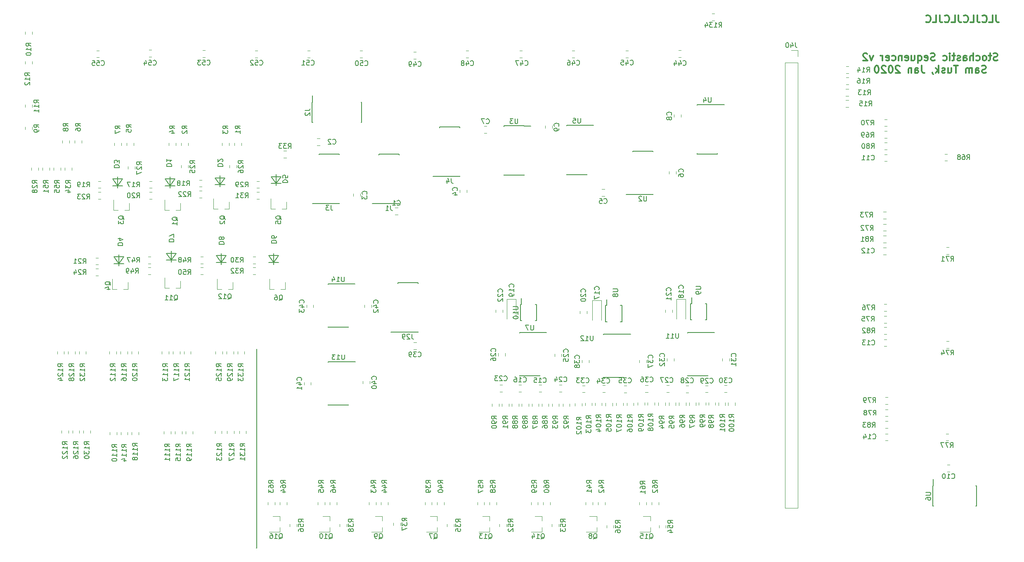
<source format=gbr>
%TF.GenerationSoftware,KiCad,Pcbnew,(5.0.1)-3*%
%TF.CreationDate,2020-01-29T23:09:20+00:00*%
%TF.ProjectId,SSv2 Main Board,53537632204D61696E20426F6172642E,rev?*%
%TF.SameCoordinates,Original*%
%TF.FileFunction,Legend,Bot*%
%TF.FilePolarity,Positive*%
%FSLAX46Y46*%
G04 Gerber Fmt 4.6, Leading zero omitted, Abs format (unit mm)*
G04 Created by KiCad (PCBNEW (5.0.1)-3) date 29/01/2020 23:09:20*
%MOMM*%
%LPD*%
G01*
G04 APERTURE LIST*
%ADD10C,0.300000*%
%ADD11C,0.200000*%
%ADD12C,0.120000*%
%ADD13C,0.150000*%
G04 APERTURE END LIST*
D10*
X245735714Y-28932142D02*
X245521428Y-29003571D01*
X245164285Y-29003571D01*
X245021428Y-28932142D01*
X244950000Y-28860714D01*
X244878571Y-28717857D01*
X244878571Y-28575000D01*
X244950000Y-28432142D01*
X245021428Y-28360714D01*
X245164285Y-28289285D01*
X245450000Y-28217857D01*
X245592857Y-28146428D01*
X245664285Y-28075000D01*
X245735714Y-27932142D01*
X245735714Y-27789285D01*
X245664285Y-27646428D01*
X245592857Y-27575000D01*
X245450000Y-27503571D01*
X245092857Y-27503571D01*
X244878571Y-27575000D01*
X244450000Y-28003571D02*
X243878571Y-28003571D01*
X244235714Y-27503571D02*
X244235714Y-28789285D01*
X244164285Y-28932142D01*
X244021428Y-29003571D01*
X243878571Y-29003571D01*
X243164285Y-29003571D02*
X243307142Y-28932142D01*
X243378571Y-28860714D01*
X243450000Y-28717857D01*
X243450000Y-28289285D01*
X243378571Y-28146428D01*
X243307142Y-28075000D01*
X243164285Y-28003571D01*
X242950000Y-28003571D01*
X242807142Y-28075000D01*
X242735714Y-28146428D01*
X242664285Y-28289285D01*
X242664285Y-28717857D01*
X242735714Y-28860714D01*
X242807142Y-28932142D01*
X242950000Y-29003571D01*
X243164285Y-29003571D01*
X241378571Y-28932142D02*
X241521428Y-29003571D01*
X241807142Y-29003571D01*
X241950000Y-28932142D01*
X242021428Y-28860714D01*
X242092857Y-28717857D01*
X242092857Y-28289285D01*
X242021428Y-28146428D01*
X241950000Y-28075000D01*
X241807142Y-28003571D01*
X241521428Y-28003571D01*
X241378571Y-28075000D01*
X240735714Y-29003571D02*
X240735714Y-27503571D01*
X240092857Y-29003571D02*
X240092857Y-28217857D01*
X240164285Y-28075000D01*
X240307142Y-28003571D01*
X240521428Y-28003571D01*
X240664285Y-28075000D01*
X240735714Y-28146428D01*
X238735714Y-29003571D02*
X238735714Y-28217857D01*
X238807142Y-28075000D01*
X238950000Y-28003571D01*
X239235714Y-28003571D01*
X239378571Y-28075000D01*
X238735714Y-28932142D02*
X238878571Y-29003571D01*
X239235714Y-29003571D01*
X239378571Y-28932142D01*
X239450000Y-28789285D01*
X239450000Y-28646428D01*
X239378571Y-28503571D01*
X239235714Y-28432142D01*
X238878571Y-28432142D01*
X238735714Y-28360714D01*
X238092857Y-28932142D02*
X237950000Y-29003571D01*
X237664285Y-29003571D01*
X237521428Y-28932142D01*
X237450000Y-28789285D01*
X237450000Y-28717857D01*
X237521428Y-28575000D01*
X237664285Y-28503571D01*
X237878571Y-28503571D01*
X238021428Y-28432142D01*
X238092857Y-28289285D01*
X238092857Y-28217857D01*
X238021428Y-28075000D01*
X237878571Y-28003571D01*
X237664285Y-28003571D01*
X237521428Y-28075000D01*
X237021428Y-28003571D02*
X236450000Y-28003571D01*
X236807142Y-27503571D02*
X236807142Y-28789285D01*
X236735714Y-28932142D01*
X236592857Y-29003571D01*
X236450000Y-29003571D01*
X235950000Y-29003571D02*
X235950000Y-28003571D01*
X235950000Y-27503571D02*
X236021428Y-27575000D01*
X235950000Y-27646428D01*
X235878571Y-27575000D01*
X235950000Y-27503571D01*
X235950000Y-27646428D01*
X234592857Y-28932142D02*
X234735714Y-29003571D01*
X235021428Y-29003571D01*
X235164285Y-28932142D01*
X235235714Y-28860714D01*
X235307142Y-28717857D01*
X235307142Y-28289285D01*
X235235714Y-28146428D01*
X235164285Y-28075000D01*
X235021428Y-28003571D01*
X234735714Y-28003571D01*
X234592857Y-28075000D01*
X232878571Y-28932142D02*
X232664285Y-29003571D01*
X232307142Y-29003571D01*
X232164285Y-28932142D01*
X232092857Y-28860714D01*
X232021428Y-28717857D01*
X232021428Y-28575000D01*
X232092857Y-28432142D01*
X232164285Y-28360714D01*
X232307142Y-28289285D01*
X232592857Y-28217857D01*
X232735714Y-28146428D01*
X232807142Y-28075000D01*
X232878571Y-27932142D01*
X232878571Y-27789285D01*
X232807142Y-27646428D01*
X232735714Y-27575000D01*
X232592857Y-27503571D01*
X232235714Y-27503571D01*
X232021428Y-27575000D01*
X230807142Y-28932142D02*
X230950000Y-29003571D01*
X231235714Y-29003571D01*
X231378571Y-28932142D01*
X231450000Y-28789285D01*
X231450000Y-28217857D01*
X231378571Y-28075000D01*
X231235714Y-28003571D01*
X230950000Y-28003571D01*
X230807142Y-28075000D01*
X230735714Y-28217857D01*
X230735714Y-28360714D01*
X231450000Y-28503571D01*
X229450000Y-28003571D02*
X229450000Y-29503571D01*
X229450000Y-28932142D02*
X229592857Y-29003571D01*
X229878571Y-29003571D01*
X230021428Y-28932142D01*
X230092857Y-28860714D01*
X230164285Y-28717857D01*
X230164285Y-28289285D01*
X230092857Y-28146428D01*
X230021428Y-28075000D01*
X229878571Y-28003571D01*
X229592857Y-28003571D01*
X229450000Y-28075000D01*
X228092857Y-28003571D02*
X228092857Y-29003571D01*
X228735714Y-28003571D02*
X228735714Y-28789285D01*
X228664285Y-28932142D01*
X228521428Y-29003571D01*
X228307142Y-29003571D01*
X228164285Y-28932142D01*
X228092857Y-28860714D01*
X226807142Y-28932142D02*
X226950000Y-29003571D01*
X227235714Y-29003571D01*
X227378571Y-28932142D01*
X227450000Y-28789285D01*
X227450000Y-28217857D01*
X227378571Y-28075000D01*
X227235714Y-28003571D01*
X226950000Y-28003571D01*
X226807142Y-28075000D01*
X226735714Y-28217857D01*
X226735714Y-28360714D01*
X227450000Y-28503571D01*
X226092857Y-28003571D02*
X226092857Y-29003571D01*
X226092857Y-28146428D02*
X226021428Y-28075000D01*
X225878571Y-28003571D01*
X225664285Y-28003571D01*
X225521428Y-28075000D01*
X225450000Y-28217857D01*
X225450000Y-29003571D01*
X224092857Y-28932142D02*
X224235714Y-29003571D01*
X224521428Y-29003571D01*
X224664285Y-28932142D01*
X224735714Y-28860714D01*
X224807142Y-28717857D01*
X224807142Y-28289285D01*
X224735714Y-28146428D01*
X224664285Y-28075000D01*
X224521428Y-28003571D01*
X224235714Y-28003571D01*
X224092857Y-28075000D01*
X222878571Y-28932142D02*
X223021428Y-29003571D01*
X223307142Y-29003571D01*
X223450000Y-28932142D01*
X223521428Y-28789285D01*
X223521428Y-28217857D01*
X223450000Y-28075000D01*
X223307142Y-28003571D01*
X223021428Y-28003571D01*
X222878571Y-28075000D01*
X222807142Y-28217857D01*
X222807142Y-28360714D01*
X223521428Y-28503571D01*
X222164285Y-29003571D02*
X222164285Y-28003571D01*
X222164285Y-28289285D02*
X222092857Y-28146428D01*
X222021428Y-28075000D01*
X221878571Y-28003571D01*
X221735714Y-28003571D01*
X220235714Y-28003571D02*
X219878571Y-29003571D01*
X219521428Y-28003571D01*
X219021428Y-27646428D02*
X218950000Y-27575000D01*
X218807142Y-27503571D01*
X218450000Y-27503571D01*
X218307142Y-27575000D01*
X218235714Y-27646428D01*
X218164285Y-27789285D01*
X218164285Y-27932142D01*
X218235714Y-28146428D01*
X219092857Y-29003571D01*
X218164285Y-29003571D01*
X243378571Y-31482142D02*
X243164285Y-31553571D01*
X242807142Y-31553571D01*
X242664285Y-31482142D01*
X242592857Y-31410714D01*
X242521428Y-31267857D01*
X242521428Y-31125000D01*
X242592857Y-30982142D01*
X242664285Y-30910714D01*
X242807142Y-30839285D01*
X243092857Y-30767857D01*
X243235714Y-30696428D01*
X243307142Y-30625000D01*
X243378571Y-30482142D01*
X243378571Y-30339285D01*
X243307142Y-30196428D01*
X243235714Y-30125000D01*
X243092857Y-30053571D01*
X242735714Y-30053571D01*
X242521428Y-30125000D01*
X241235714Y-31553571D02*
X241235714Y-30767857D01*
X241307142Y-30625000D01*
X241450000Y-30553571D01*
X241735714Y-30553571D01*
X241878571Y-30625000D01*
X241235714Y-31482142D02*
X241378571Y-31553571D01*
X241735714Y-31553571D01*
X241878571Y-31482142D01*
X241950000Y-31339285D01*
X241950000Y-31196428D01*
X241878571Y-31053571D01*
X241735714Y-30982142D01*
X241378571Y-30982142D01*
X241235714Y-30910714D01*
X240521428Y-31553571D02*
X240521428Y-30553571D01*
X240521428Y-30696428D02*
X240450000Y-30625000D01*
X240307142Y-30553571D01*
X240092857Y-30553571D01*
X239950000Y-30625000D01*
X239878571Y-30767857D01*
X239878571Y-31553571D01*
X239878571Y-30767857D02*
X239807142Y-30625000D01*
X239664285Y-30553571D01*
X239450000Y-30553571D01*
X239307142Y-30625000D01*
X239235714Y-30767857D01*
X239235714Y-31553571D01*
X237592857Y-30053571D02*
X236735714Y-30053571D01*
X237164285Y-31553571D02*
X237164285Y-30053571D01*
X235592857Y-30553571D02*
X235592857Y-31553571D01*
X236235714Y-30553571D02*
X236235714Y-31339285D01*
X236164285Y-31482142D01*
X236021428Y-31553571D01*
X235807142Y-31553571D01*
X235664285Y-31482142D01*
X235592857Y-31410714D01*
X234950000Y-31482142D02*
X234807142Y-31553571D01*
X234521428Y-31553571D01*
X234378571Y-31482142D01*
X234307142Y-31339285D01*
X234307142Y-31267857D01*
X234378571Y-31125000D01*
X234521428Y-31053571D01*
X234735714Y-31053571D01*
X234878571Y-30982142D01*
X234950000Y-30839285D01*
X234950000Y-30767857D01*
X234878571Y-30625000D01*
X234735714Y-30553571D01*
X234521428Y-30553571D01*
X234378571Y-30625000D01*
X233664285Y-31553571D02*
X233664285Y-30053571D01*
X233521428Y-30982142D02*
X233092857Y-31553571D01*
X233092857Y-30553571D02*
X233664285Y-31125000D01*
X232378571Y-31482142D02*
X232378571Y-31553571D01*
X232450000Y-31696428D01*
X232521428Y-31767857D01*
X230164285Y-30053571D02*
X230164285Y-31125000D01*
X230235714Y-31339285D01*
X230378571Y-31482142D01*
X230592857Y-31553571D01*
X230735714Y-31553571D01*
X228807142Y-31553571D02*
X228807142Y-30767857D01*
X228878571Y-30625000D01*
X229021428Y-30553571D01*
X229307142Y-30553571D01*
X229450000Y-30625000D01*
X228807142Y-31482142D02*
X228950000Y-31553571D01*
X229307142Y-31553571D01*
X229450000Y-31482142D01*
X229521428Y-31339285D01*
X229521428Y-31196428D01*
X229450000Y-31053571D01*
X229307142Y-30982142D01*
X228950000Y-30982142D01*
X228807142Y-30910714D01*
X228092857Y-30553571D02*
X228092857Y-31553571D01*
X228092857Y-30696428D02*
X228021428Y-30625000D01*
X227878571Y-30553571D01*
X227664285Y-30553571D01*
X227521428Y-30625000D01*
X227450000Y-30767857D01*
X227450000Y-31553571D01*
X225664285Y-30196428D02*
X225592857Y-30125000D01*
X225450000Y-30053571D01*
X225092857Y-30053571D01*
X224950000Y-30125000D01*
X224878571Y-30196428D01*
X224807142Y-30339285D01*
X224807142Y-30482142D01*
X224878571Y-30696428D01*
X225735714Y-31553571D01*
X224807142Y-31553571D01*
X223878571Y-30053571D02*
X223735714Y-30053571D01*
X223592857Y-30125000D01*
X223521428Y-30196428D01*
X223450000Y-30339285D01*
X223378571Y-30625000D01*
X223378571Y-30982142D01*
X223450000Y-31267857D01*
X223521428Y-31410714D01*
X223592857Y-31482142D01*
X223735714Y-31553571D01*
X223878571Y-31553571D01*
X224021428Y-31482142D01*
X224092857Y-31410714D01*
X224164285Y-31267857D01*
X224235714Y-30982142D01*
X224235714Y-30625000D01*
X224164285Y-30339285D01*
X224092857Y-30196428D01*
X224021428Y-30125000D01*
X223878571Y-30053571D01*
X222807142Y-30196428D02*
X222735714Y-30125000D01*
X222592857Y-30053571D01*
X222235714Y-30053571D01*
X222092857Y-30125000D01*
X222021428Y-30196428D01*
X221950000Y-30339285D01*
X221950000Y-30482142D01*
X222021428Y-30696428D01*
X222878571Y-31553571D01*
X221950000Y-31553571D01*
X221021428Y-30053571D02*
X220878571Y-30053571D01*
X220735714Y-30125000D01*
X220664285Y-30196428D01*
X220592857Y-30339285D01*
X220521428Y-30625000D01*
X220521428Y-30982142D01*
X220592857Y-31267857D01*
X220664285Y-31410714D01*
X220735714Y-31482142D01*
X220878571Y-31553571D01*
X221021428Y-31553571D01*
X221164285Y-31482142D01*
X221235714Y-31410714D01*
X221307142Y-31267857D01*
X221378571Y-30982142D01*
X221378571Y-30625000D01*
X221307142Y-30339285D01*
X221235714Y-30196428D01*
X221164285Y-30125000D01*
X221021428Y-30053571D01*
X245428571Y-19678571D02*
X245428571Y-20750000D01*
X245500000Y-20964285D01*
X245642857Y-21107142D01*
X245857142Y-21178571D01*
X246000000Y-21178571D01*
X244000000Y-21178571D02*
X244714285Y-21178571D01*
X244714285Y-19678571D01*
X242642857Y-21035714D02*
X242714285Y-21107142D01*
X242928571Y-21178571D01*
X243071428Y-21178571D01*
X243285714Y-21107142D01*
X243428571Y-20964285D01*
X243500000Y-20821428D01*
X243571428Y-20535714D01*
X243571428Y-20321428D01*
X243500000Y-20035714D01*
X243428571Y-19892857D01*
X243285714Y-19750000D01*
X243071428Y-19678571D01*
X242928571Y-19678571D01*
X242714285Y-19750000D01*
X242642857Y-19821428D01*
X241571428Y-19678571D02*
X241571428Y-20750000D01*
X241642857Y-20964285D01*
X241785714Y-21107142D01*
X242000000Y-21178571D01*
X242142857Y-21178571D01*
X240142857Y-21178571D02*
X240857142Y-21178571D01*
X240857142Y-19678571D01*
X238785714Y-21035714D02*
X238857142Y-21107142D01*
X239071428Y-21178571D01*
X239214285Y-21178571D01*
X239428571Y-21107142D01*
X239571428Y-20964285D01*
X239642857Y-20821428D01*
X239714285Y-20535714D01*
X239714285Y-20321428D01*
X239642857Y-20035714D01*
X239571428Y-19892857D01*
X239428571Y-19750000D01*
X239214285Y-19678571D01*
X239071428Y-19678571D01*
X238857142Y-19750000D01*
X238785714Y-19821428D01*
X237714285Y-19678571D02*
X237714285Y-20750000D01*
X237785714Y-20964285D01*
X237928571Y-21107142D01*
X238142857Y-21178571D01*
X238285714Y-21178571D01*
X236285714Y-21178571D02*
X237000000Y-21178571D01*
X237000000Y-19678571D01*
X234928571Y-21035714D02*
X235000000Y-21107142D01*
X235214285Y-21178571D01*
X235357142Y-21178571D01*
X235571428Y-21107142D01*
X235714285Y-20964285D01*
X235785714Y-20821428D01*
X235857142Y-20535714D01*
X235857142Y-20321428D01*
X235785714Y-20035714D01*
X235714285Y-19892857D01*
X235571428Y-19750000D01*
X235357142Y-19678571D01*
X235214285Y-19678571D01*
X235000000Y-19750000D01*
X234928571Y-19821428D01*
X233857142Y-19678571D02*
X233857142Y-20750000D01*
X233928571Y-20964285D01*
X234071428Y-21107142D01*
X234285714Y-21178571D01*
X234428571Y-21178571D01*
X232428571Y-21178571D02*
X233142857Y-21178571D01*
X233142857Y-19678571D01*
X231071428Y-21035714D02*
X231142857Y-21107142D01*
X231357142Y-21178571D01*
X231500000Y-21178571D01*
X231714285Y-21107142D01*
X231857142Y-20964285D01*
X231928571Y-20821428D01*
X232000000Y-20535714D01*
X232000000Y-20321428D01*
X231928571Y-20035714D01*
X231857142Y-19892857D01*
X231714285Y-19750000D01*
X231500000Y-19678571D01*
X231357142Y-19678571D01*
X231142857Y-19750000D01*
X231071428Y-19821428D01*
D11*
X93700000Y-129200000D02*
X93750000Y-129150000D01*
X93750000Y-88250000D02*
X93750000Y-129150000D01*
D12*
X88080000Y-59510000D02*
X88080000Y-58050000D01*
X84920000Y-59510000D02*
X84920000Y-57350000D01*
X84920000Y-59510000D02*
X85850000Y-59510000D01*
X88080000Y-59510000D02*
X87150000Y-59510000D01*
X204784000Y-120964000D02*
X202124000Y-120964000D01*
X204784000Y-29464000D02*
X204784000Y-120964000D01*
X202124000Y-29464000D02*
X202124000Y-120964000D01*
X204784000Y-29464000D02*
X202124000Y-29464000D01*
X204784000Y-28194000D02*
X204784000Y-26864000D01*
X204784000Y-26864000D02*
X203454000Y-26864000D01*
X122689252Y-60654000D02*
X122166748Y-60654000D01*
X122689252Y-59234000D02*
X122166748Y-59234000D01*
X106164748Y-45010000D02*
X106687252Y-45010000D01*
X106164748Y-46430000D02*
X106687252Y-46430000D01*
X113590000Y-56903252D02*
X113590000Y-56380748D01*
X115010000Y-56903252D02*
X115010000Y-56380748D01*
X136854000Y-55618748D02*
X136854000Y-56141252D01*
X135434000Y-55618748D02*
X135434000Y-56141252D01*
X164584748Y-55424000D02*
X165107252Y-55424000D01*
X164584748Y-56844000D02*
X165107252Y-56844000D01*
X179780000Y-51808748D02*
X179780000Y-52331252D01*
X178360000Y-51808748D02*
X178360000Y-52331252D01*
X140968252Y-43890000D02*
X140445748Y-43890000D01*
X140968252Y-42470000D02*
X140445748Y-42470000D01*
X180796000Y-40124748D02*
X180796000Y-40647252D01*
X179376000Y-40124748D02*
X179376000Y-40647252D01*
X152960000Y-42933252D02*
X152960000Y-42410748D01*
X154380000Y-42933252D02*
X154380000Y-42410748D01*
X235438748Y-112090000D02*
X235961252Y-112090000D01*
X235438748Y-113510000D02*
X235961252Y-113510000D01*
X223061252Y-49710000D02*
X222538748Y-49710000D01*
X223061252Y-48290000D02*
X222538748Y-48290000D01*
X222861252Y-68910000D02*
X222338748Y-68910000D01*
X222861252Y-67490000D02*
X222338748Y-67490000D01*
X222961252Y-87710000D02*
X222438748Y-87710000D01*
X222961252Y-86290000D02*
X222438748Y-86290000D01*
X223261252Y-107110000D02*
X222738748Y-107110000D01*
X223261252Y-105690000D02*
X222738748Y-105690000D01*
X152199252Y-97102000D02*
X151676748Y-97102000D01*
X152199252Y-95682000D02*
X151676748Y-95682000D01*
X147556748Y-95652000D02*
X148079252Y-95652000D01*
X147556748Y-97072000D02*
X148079252Y-97072000D01*
X161492000Y-80510748D02*
X161492000Y-81033252D01*
X160072000Y-80510748D02*
X160072000Y-81033252D01*
X179018000Y-80256748D02*
X179018000Y-80779252D01*
X177598000Y-80256748D02*
X177598000Y-80779252D01*
X144220000Y-80256748D02*
X144220000Y-80779252D01*
X142800000Y-80256748D02*
X142800000Y-80779252D01*
X143606748Y-95652000D02*
X144129252Y-95652000D01*
X143606748Y-97072000D02*
X144129252Y-97072000D01*
X156369252Y-97092000D02*
X155846748Y-97092000D01*
X156369252Y-95672000D02*
X155846748Y-95672000D01*
X154878000Y-89843252D02*
X154878000Y-89320748D01*
X156298000Y-89843252D02*
X156298000Y-89320748D01*
X144728000Y-89160748D02*
X144728000Y-89683252D01*
X143308000Y-89160748D02*
X143308000Y-89683252D01*
X177826748Y-95742000D02*
X178349252Y-95742000D01*
X177826748Y-97162000D02*
X178349252Y-97162000D01*
X181816748Y-95792000D02*
X182339252Y-95792000D01*
X181816748Y-97212000D02*
X182339252Y-97212000D01*
X186339252Y-97202000D02*
X185816748Y-97202000D01*
X186339252Y-95782000D02*
X185816748Y-95782000D01*
X190249252Y-97132000D02*
X189726748Y-97132000D01*
X190249252Y-95712000D02*
X189726748Y-95712000D01*
X189288000Y-90723252D02*
X189288000Y-90200748D01*
X190708000Y-90723252D02*
X190708000Y-90200748D01*
X179348000Y-90190748D02*
X179348000Y-90713252D01*
X177928000Y-90190748D02*
X177928000Y-90713252D01*
X160561748Y-95782000D02*
X161084252Y-95782000D01*
X160561748Y-97202000D02*
X161084252Y-97202000D01*
X164686748Y-95732000D02*
X165209252Y-95732000D01*
X164686748Y-97152000D02*
X165209252Y-97152000D01*
X169629981Y-97222913D02*
X169107477Y-97222913D01*
X169629981Y-95802913D02*
X169107477Y-95802913D01*
X174004981Y-97172913D02*
X173482477Y-97172913D01*
X174004981Y-95752913D02*
X173482477Y-95752913D01*
X172238000Y-91053252D02*
X172238000Y-90530748D01*
X173658000Y-91053252D02*
X173658000Y-90530748D01*
X161908000Y-90580748D02*
X161908000Y-91103252D01*
X160488000Y-90580748D02*
X160488000Y-91103252D01*
X126499252Y-88340000D02*
X125976748Y-88340000D01*
X126499252Y-86920000D02*
X125976748Y-86920000D01*
X115540000Y-95411252D02*
X115540000Y-94888748D01*
X116960000Y-95411252D02*
X116960000Y-94888748D01*
X104889935Y-95094488D02*
X104889935Y-95616992D01*
X103469935Y-95094488D02*
X103469935Y-95616992D01*
X115890000Y-79761252D02*
X115890000Y-79238748D01*
X117310000Y-79761252D02*
X117310000Y-79238748D01*
X105410000Y-79188748D02*
X105410000Y-79711252D01*
X103990000Y-79188748D02*
X103990000Y-79711252D01*
X180288748Y-26890000D02*
X180811252Y-26890000D01*
X180288748Y-28310000D02*
X180811252Y-28310000D01*
X169438748Y-26990000D02*
X169961252Y-26990000D01*
X169438748Y-28410000D02*
X169961252Y-28410000D01*
X158438748Y-26990000D02*
X158961252Y-26990000D01*
X158438748Y-28410000D02*
X158961252Y-28410000D01*
X147688748Y-26990000D02*
X148211252Y-26990000D01*
X147688748Y-28410000D02*
X148211252Y-28410000D01*
X136663748Y-26990000D02*
X137186252Y-26990000D01*
X136663748Y-28410000D02*
X137186252Y-28410000D01*
X125938748Y-27240000D02*
X126461252Y-27240000D01*
X125938748Y-28660000D02*
X126461252Y-28660000D01*
X114913748Y-26990000D02*
X115436252Y-26990000D01*
X114913748Y-28410000D02*
X115436252Y-28410000D01*
X104188748Y-26990000D02*
X104711252Y-26990000D01*
X104188748Y-28410000D02*
X104711252Y-28410000D01*
X93438748Y-26990000D02*
X93961252Y-26990000D01*
X93438748Y-28410000D02*
X93961252Y-28410000D01*
X82688748Y-26890000D02*
X83211252Y-26890000D01*
X82688748Y-28310000D02*
X83211252Y-28310000D01*
X71688748Y-26790000D02*
X72211252Y-26790000D01*
X71688748Y-28210000D02*
X72211252Y-28210000D01*
X60938748Y-26940000D02*
X61461252Y-26940000D01*
X60938748Y-28360000D02*
X61461252Y-28360000D01*
D13*
X122689000Y-84804000D02*
X121314000Y-84804000D01*
X122689000Y-74679000D02*
X126839000Y-74679000D01*
X122689000Y-84829000D02*
X126839000Y-84829000D01*
X122689000Y-74679000D02*
X122689000Y-74784000D01*
X126839000Y-74679000D02*
X126839000Y-74784000D01*
X126839000Y-84829000D02*
X126839000Y-84724000D01*
X122689000Y-84829000D02*
X122689000Y-84804000D01*
D12*
X78080000Y-59760000D02*
X78080000Y-58300000D01*
X74920000Y-59760000D02*
X74920000Y-57600000D01*
X74920000Y-59760000D02*
X75850000Y-59760000D01*
X78080000Y-59760000D02*
X77150000Y-59760000D01*
X67580000Y-59760000D02*
X67580000Y-58300000D01*
X64420000Y-59760000D02*
X64420000Y-57600000D01*
X64420000Y-59760000D02*
X65350000Y-59760000D01*
X67580000Y-59760000D02*
X66650000Y-59760000D01*
X67330000Y-76010000D02*
X67330000Y-74550000D01*
X64170000Y-76010000D02*
X64170000Y-73850000D01*
X64170000Y-76010000D02*
X65100000Y-76010000D01*
X67330000Y-76010000D02*
X66400000Y-76010000D01*
X99830000Y-59510000D02*
X99830000Y-58050000D01*
X96670000Y-59510000D02*
X96670000Y-57350000D01*
X96670000Y-59510000D02*
X97600000Y-59510000D01*
X99830000Y-59510000D02*
X98900000Y-59510000D01*
X99580000Y-76010000D02*
X99580000Y-74550000D01*
X96420000Y-76010000D02*
X96420000Y-73850000D01*
X96420000Y-76010000D02*
X97350000Y-76010000D01*
X99580000Y-76010000D02*
X98650000Y-76010000D01*
X130760000Y-122670000D02*
X129300000Y-122670000D01*
X130760000Y-125830000D02*
X128600000Y-125830000D01*
X130760000Y-125830000D02*
X130760000Y-124900000D01*
X130760000Y-122670000D02*
X130760000Y-123600000D01*
X163510000Y-122670000D02*
X162050000Y-122670000D01*
X163510000Y-125830000D02*
X161350000Y-125830000D01*
X163510000Y-125830000D02*
X163510000Y-124900000D01*
X163510000Y-122670000D02*
X163510000Y-123600000D01*
X119510000Y-122670000D02*
X118050000Y-122670000D01*
X119510000Y-125830000D02*
X117350000Y-125830000D01*
X119510000Y-125830000D02*
X119510000Y-124900000D01*
X119510000Y-122670000D02*
X119510000Y-123600000D01*
X108760000Y-122670000D02*
X107300000Y-122670000D01*
X108760000Y-125830000D02*
X106600000Y-125830000D01*
X108760000Y-125830000D02*
X108760000Y-124900000D01*
X108760000Y-122670000D02*
X108760000Y-123600000D01*
X78080000Y-75760000D02*
X78080000Y-74300000D01*
X74920000Y-75760000D02*
X74920000Y-73600000D01*
X74920000Y-75760000D02*
X75850000Y-75760000D01*
X78080000Y-75760000D02*
X77150000Y-75760000D01*
X88830000Y-76010000D02*
X88830000Y-74550000D01*
X85670000Y-76010000D02*
X85670000Y-73850000D01*
X85670000Y-76010000D02*
X86600000Y-76010000D01*
X88830000Y-76010000D02*
X87900000Y-76010000D01*
X141510000Y-122670000D02*
X140050000Y-122670000D01*
X141510000Y-125830000D02*
X139350000Y-125830000D01*
X141510000Y-125830000D02*
X141510000Y-124900000D01*
X141510000Y-122670000D02*
X141510000Y-123600000D01*
X152260000Y-122670000D02*
X150800000Y-122670000D01*
X152260000Y-125830000D02*
X150100000Y-125830000D01*
X152260000Y-125830000D02*
X152260000Y-124900000D01*
X152260000Y-122670000D02*
X152260000Y-123600000D01*
X174510000Y-122670000D02*
X173050000Y-122670000D01*
X174510000Y-125830000D02*
X172350000Y-125830000D01*
X174510000Y-125830000D02*
X174510000Y-124900000D01*
X174510000Y-122670000D02*
X174510000Y-123600000D01*
X98510000Y-122670000D02*
X97050000Y-122670000D01*
X98510000Y-125830000D02*
X96350000Y-125830000D01*
X98510000Y-125830000D02*
X98510000Y-124900000D01*
X98510000Y-122670000D02*
X98510000Y-123600000D01*
D13*
X170899000Y-56495000D02*
X169524000Y-56495000D01*
X170899000Y-47620000D02*
X175049000Y-47620000D01*
X170899000Y-56520000D02*
X175049000Y-56520000D01*
X170899000Y-47620000D02*
X170899000Y-47735000D01*
X175049000Y-47620000D02*
X175049000Y-47735000D01*
X175049000Y-56520000D02*
X175049000Y-56405000D01*
X170899000Y-56520000D02*
X170899000Y-56495000D01*
X151863000Y-84907000D02*
X153238000Y-84907000D01*
X151863000Y-93782000D02*
X147713000Y-93782000D01*
X151863000Y-84882000D02*
X147713000Y-84882000D01*
X151863000Y-93782000D02*
X151863000Y-93667000D01*
X147713000Y-93782000D02*
X147713000Y-93667000D01*
X147713000Y-84882000D02*
X147713000Y-84997000D01*
X151863000Y-84882000D02*
X151863000Y-84907000D01*
X165548000Y-79317000D02*
X165548000Y-78092000D01*
X168673000Y-79317000D02*
X168673000Y-82667000D01*
X165323000Y-79317000D02*
X165323000Y-82667000D01*
X168673000Y-79317000D02*
X168373000Y-79317000D01*
X168673000Y-82667000D02*
X168373000Y-82667000D01*
X165323000Y-82667000D02*
X165623000Y-82667000D01*
X165323000Y-79317000D02*
X165548000Y-79317000D01*
X182978000Y-78927000D02*
X182978000Y-77702000D01*
X186103000Y-78927000D02*
X186103000Y-82277000D01*
X182753000Y-78927000D02*
X182753000Y-82277000D01*
X186103000Y-78927000D02*
X185803000Y-78927000D01*
X186103000Y-82277000D02*
X185803000Y-82277000D01*
X182753000Y-82277000D02*
X183053000Y-82277000D01*
X182753000Y-78927000D02*
X182978000Y-78927000D01*
X148088000Y-79127000D02*
X148088000Y-77902000D01*
X151213000Y-79127000D02*
X151213000Y-82477000D01*
X147863000Y-79127000D02*
X147863000Y-82477000D01*
X151213000Y-79127000D02*
X150913000Y-79127000D01*
X151213000Y-82477000D02*
X150913000Y-82477000D01*
X147863000Y-82477000D02*
X148163000Y-82477000D01*
X147863000Y-79127000D02*
X148088000Y-79127000D01*
X186333000Y-84897000D02*
X187708000Y-84897000D01*
X186333000Y-93772000D02*
X182183000Y-93772000D01*
X186333000Y-84872000D02*
X182183000Y-84872000D01*
X186333000Y-93772000D02*
X186333000Y-93657000D01*
X182183000Y-93772000D02*
X182183000Y-93657000D01*
X182183000Y-84872000D02*
X182183000Y-84987000D01*
X186333000Y-84872000D02*
X186333000Y-84897000D01*
X169073000Y-85267000D02*
X170448000Y-85267000D01*
X169073000Y-94142000D02*
X164923000Y-94142000D01*
X169073000Y-85242000D02*
X164923000Y-85242000D01*
X169073000Y-94142000D02*
X169073000Y-94027000D01*
X164923000Y-94142000D02*
X164923000Y-94027000D01*
X164923000Y-85242000D02*
X164923000Y-85357000D01*
X169073000Y-85242000D02*
X169073000Y-85267000D01*
X112604935Y-90930740D02*
X113979935Y-90930740D01*
X112604935Y-99805740D02*
X108454935Y-99805740D01*
X112604935Y-90905740D02*
X108454935Y-90905740D01*
X112604935Y-99805740D02*
X112604935Y-99690740D01*
X108454935Y-99805740D02*
X108454935Y-99690740D01*
X108454935Y-90905740D02*
X108454935Y-91020740D01*
X112604935Y-90905740D02*
X112604935Y-90930740D01*
X112575000Y-74925000D02*
X113950000Y-74925000D01*
X112575000Y-83800000D02*
X108425000Y-83800000D01*
X112575000Y-74900000D02*
X108425000Y-74900000D01*
X112575000Y-83800000D02*
X112575000Y-83685000D01*
X108425000Y-83800000D02*
X108425000Y-83685000D01*
X108425000Y-74900000D02*
X108425000Y-75015000D01*
X112575000Y-74900000D02*
X112575000Y-74925000D01*
X148633000Y-42448000D02*
X150008000Y-42448000D01*
X148633000Y-52573000D02*
X144483000Y-52573000D01*
X148633000Y-42423000D02*
X144483000Y-42423000D01*
X148633000Y-52573000D02*
X148633000Y-52468000D01*
X144483000Y-52573000D02*
X144483000Y-52468000D01*
X144483000Y-42423000D02*
X144483000Y-42528000D01*
X148633000Y-42423000D02*
X148633000Y-42448000D01*
X188285876Y-38070801D02*
X189660876Y-38070801D01*
X188285876Y-48195801D02*
X184135876Y-48195801D01*
X188285876Y-38045801D02*
X184135876Y-38045801D01*
X188285876Y-48195801D02*
X188285876Y-48090801D01*
X184135876Y-48195801D02*
X184135876Y-48090801D01*
X184135876Y-38045801D02*
X184135876Y-38150801D01*
X188285876Y-38045801D02*
X188285876Y-38070801D01*
X161515000Y-42342000D02*
X162890000Y-42342000D01*
X161515000Y-52467000D02*
X157365000Y-52467000D01*
X161515000Y-42317000D02*
X157365000Y-42317000D01*
X161515000Y-52467000D02*
X161515000Y-52362000D01*
X157365000Y-52467000D02*
X157365000Y-52362000D01*
X157365000Y-42317000D02*
X157365000Y-42422000D01*
X161515000Y-42317000D02*
X161515000Y-42342000D01*
X118829000Y-58390000D02*
X117454000Y-58390000D01*
X118829000Y-48265000D02*
X122979000Y-48265000D01*
X118829000Y-58415000D02*
X122979000Y-58415000D01*
X118829000Y-48265000D02*
X118829000Y-48370000D01*
X122979000Y-48265000D02*
X122979000Y-48370000D01*
X122979000Y-58415000D02*
X122979000Y-58310000D01*
X118829000Y-58415000D02*
X118829000Y-58390000D01*
X105186000Y-37549000D02*
X105186000Y-36174000D01*
X115311000Y-37549000D02*
X115311000Y-41699000D01*
X105161000Y-37549000D02*
X105161000Y-41699000D01*
X115311000Y-37549000D02*
X115206000Y-37549000D01*
X115311000Y-41699000D02*
X115206000Y-41699000D01*
X105161000Y-41699000D02*
X105266000Y-41699000D01*
X105161000Y-37549000D02*
X105186000Y-37549000D01*
X106575000Y-58350000D02*
X105200000Y-58350000D01*
X106575000Y-48225000D02*
X110725000Y-48225000D01*
X106575000Y-58375000D02*
X110725000Y-58375000D01*
X106575000Y-48225000D02*
X106575000Y-48330000D01*
X110725000Y-48225000D02*
X110725000Y-48330000D01*
X110725000Y-58375000D02*
X110725000Y-58270000D01*
X106575000Y-58375000D02*
X106575000Y-58350000D01*
X131275000Y-52802000D02*
X129900000Y-52802000D01*
X131275000Y-42677000D02*
X135425000Y-42677000D01*
X131275000Y-52827000D02*
X135425000Y-52827000D01*
X131275000Y-42677000D02*
X131275000Y-42782000D01*
X135425000Y-42677000D02*
X135425000Y-42782000D01*
X135425000Y-52827000D02*
X135425000Y-52722000D01*
X131275000Y-52827000D02*
X131275000Y-52802000D01*
X76000000Y-52850000D02*
X76000000Y-55150000D01*
X76000000Y-54750000D02*
X75000000Y-53350000D01*
X77000000Y-53350000D02*
X76000000Y-54750000D01*
X77000000Y-54750000D02*
X75000000Y-54750000D01*
X77000000Y-53350000D02*
X75100000Y-53350000D01*
X86250000Y-52600000D02*
X86250000Y-54900000D01*
X86250000Y-54500000D02*
X85250000Y-53100000D01*
X87250000Y-53100000D02*
X86250000Y-54500000D01*
X87250000Y-54500000D02*
X85250000Y-54500000D01*
X87250000Y-53100000D02*
X85350000Y-53100000D01*
X65250000Y-52850000D02*
X65250000Y-55150000D01*
X65250000Y-54750000D02*
X64250000Y-53350000D01*
X66250000Y-53350000D02*
X65250000Y-54750000D01*
X66250000Y-54750000D02*
X64250000Y-54750000D01*
X66250000Y-53350000D02*
X64350000Y-53350000D01*
X65500000Y-68850000D02*
X65500000Y-71150000D01*
X65500000Y-70750000D02*
X64500000Y-69350000D01*
X66500000Y-69350000D02*
X65500000Y-70750000D01*
X66500000Y-70750000D02*
X64500000Y-70750000D01*
X66500000Y-69350000D02*
X64600000Y-69350000D01*
X97750000Y-52350000D02*
X97750000Y-54650000D01*
X97750000Y-54250000D02*
X96750000Y-52850000D01*
X98750000Y-52850000D02*
X97750000Y-54250000D01*
X98750000Y-54250000D02*
X96750000Y-54250000D01*
X98750000Y-52850000D02*
X96850000Y-52850000D01*
X97250000Y-68600000D02*
X97250000Y-70900000D01*
X97250000Y-70500000D02*
X96250000Y-69100000D01*
X98250000Y-69100000D02*
X97250000Y-70500000D01*
X98250000Y-70500000D02*
X96250000Y-70500000D01*
X98250000Y-69100000D02*
X96350000Y-69100000D01*
X76250000Y-68100000D02*
X76250000Y-70400000D01*
X76250000Y-70000000D02*
X75250000Y-68600000D01*
X77250000Y-68600000D02*
X76250000Y-70000000D01*
X77250000Y-70000000D02*
X75250000Y-70000000D01*
X77250000Y-68600000D02*
X75350000Y-68600000D01*
X86500000Y-68600000D02*
X86500000Y-70900000D01*
X86500000Y-70500000D02*
X85500000Y-69100000D01*
X87500000Y-69100000D02*
X86500000Y-70500000D01*
X87500000Y-70500000D02*
X85500000Y-70500000D01*
X87500000Y-69100000D02*
X85600000Y-69100000D01*
D12*
X89206000Y-46489252D02*
X89206000Y-45966748D01*
X90626000Y-46489252D02*
X90626000Y-45966748D01*
X78284000Y-46489252D02*
X78284000Y-45966748D01*
X79704000Y-46489252D02*
X79704000Y-45966748D01*
X86666000Y-46489252D02*
X86666000Y-45966748D01*
X88086000Y-46489252D02*
X88086000Y-45966748D01*
X75744000Y-46489252D02*
X75744000Y-45966748D01*
X77164000Y-46489252D02*
X77164000Y-45966748D01*
X67108000Y-46489252D02*
X67108000Y-45966748D01*
X68528000Y-46489252D02*
X68528000Y-45966748D01*
X56440000Y-45981252D02*
X56440000Y-45458748D01*
X57860000Y-45981252D02*
X57860000Y-45458748D01*
X64568000Y-46489252D02*
X64568000Y-45966748D01*
X65988000Y-46489252D02*
X65988000Y-45966748D01*
X53900000Y-45981252D02*
X53900000Y-45458748D01*
X55320000Y-45981252D02*
X55320000Y-45458748D01*
X46280000Y-43187252D02*
X46280000Y-42664748D01*
X47700000Y-43187252D02*
X47700000Y-42664748D01*
X46280000Y-23629252D02*
X46280000Y-23106748D01*
X47700000Y-23629252D02*
X47700000Y-23106748D01*
X46280000Y-38615252D02*
X46280000Y-38092748D01*
X47700000Y-38615252D02*
X47700000Y-38092748D01*
X46280000Y-29725252D02*
X46280000Y-29202748D01*
X47700000Y-29725252D02*
X47700000Y-29202748D01*
X214622748Y-34850000D02*
X215145252Y-34850000D01*
X214622748Y-36270000D02*
X215145252Y-36270000D01*
X214697475Y-30222123D02*
X215219979Y-30222123D01*
X214697475Y-31642123D02*
X215219979Y-31642123D01*
X214622748Y-37136000D02*
X215145252Y-37136000D01*
X214622748Y-38556000D02*
X215145252Y-38556000D01*
X214697475Y-32508123D02*
X215219979Y-32508123D01*
X214697475Y-33928123D02*
X215219979Y-33928123D01*
X72261252Y-55210000D02*
X71738748Y-55210000D01*
X72261252Y-53790000D02*
X71738748Y-53790000D01*
X82511252Y-54960000D02*
X81988748Y-54960000D01*
X82511252Y-53540000D02*
X81988748Y-53540000D01*
X61761252Y-55210000D02*
X61238748Y-55210000D01*
X61761252Y-53790000D02*
X61238748Y-53790000D01*
X71738748Y-56040000D02*
X72261252Y-56040000D01*
X71738748Y-57460000D02*
X72261252Y-57460000D01*
X61261252Y-70960000D02*
X60738748Y-70960000D01*
X61261252Y-69540000D02*
X60738748Y-69540000D01*
X81988748Y-55790000D02*
X82511252Y-55790000D01*
X81988748Y-57210000D02*
X82511252Y-57210000D01*
X61238748Y-56040000D02*
X61761252Y-56040000D01*
X61238748Y-57460000D02*
X61761252Y-57460000D01*
X60738748Y-71790000D02*
X61261252Y-71790000D01*
X60738748Y-73210000D02*
X61261252Y-73210000D01*
X78284000Y-51061252D02*
X78284000Y-50538748D01*
X79704000Y-51061252D02*
X79704000Y-50538748D01*
X88190000Y-51061252D02*
X88190000Y-50538748D01*
X89610000Y-51061252D02*
X89610000Y-50538748D01*
X67362000Y-51315252D02*
X67362000Y-50792748D01*
X68782000Y-51315252D02*
X68782000Y-50792748D01*
X47550000Y-51569252D02*
X47550000Y-51046748D01*
X48970000Y-51569252D02*
X48970000Y-51046748D01*
X94261252Y-55210000D02*
X93738748Y-55210000D01*
X94261252Y-53790000D02*
X93738748Y-53790000D01*
X93511252Y-70710000D02*
X92988748Y-70710000D01*
X93511252Y-69290000D02*
X92988748Y-69290000D01*
X93738748Y-56040000D02*
X94261252Y-56040000D01*
X93738748Y-57460000D02*
X94261252Y-57460000D01*
X92988748Y-71540000D02*
X93511252Y-71540000D01*
X92988748Y-72960000D02*
X93511252Y-72960000D01*
X99829252Y-48970000D02*
X99306748Y-48970000D01*
X99829252Y-47550000D02*
X99306748Y-47550000D01*
X54408000Y-51569252D02*
X54408000Y-51046748D01*
X55828000Y-51569252D02*
X55828000Y-51046748D01*
X132790000Y-124761252D02*
X132790000Y-124238748D01*
X134210000Y-124761252D02*
X134210000Y-124238748D01*
X165540000Y-125011252D02*
X165540000Y-124488748D01*
X166960000Y-125011252D02*
X166960000Y-124488748D01*
X121790000Y-124511252D02*
X121790000Y-123988748D01*
X123210000Y-124511252D02*
X123210000Y-123988748D01*
X110790000Y-124761252D02*
X110790000Y-124238748D01*
X112210000Y-124761252D02*
X112210000Y-124238748D01*
X129710000Y-119738748D02*
X129710000Y-120261252D01*
X128290000Y-119738748D02*
X128290000Y-120261252D01*
X132210000Y-119738748D02*
X132210000Y-120261252D01*
X130790000Y-119738748D02*
X130790000Y-120261252D01*
X162710000Y-119738748D02*
X162710000Y-120261252D01*
X161290000Y-119738748D02*
X161290000Y-120261252D01*
X165210000Y-119738748D02*
X165210000Y-120261252D01*
X163790000Y-119738748D02*
X163790000Y-120261252D01*
X118210000Y-119738748D02*
X118210000Y-120261252D01*
X116790000Y-119738748D02*
X116790000Y-120261252D01*
X120710000Y-119738748D02*
X120710000Y-120261252D01*
X119290000Y-119738748D02*
X119290000Y-120261252D01*
X107710000Y-119738748D02*
X107710000Y-120261252D01*
X106290000Y-119738748D02*
X106290000Y-120261252D01*
X110210000Y-119738748D02*
X110210000Y-120261252D01*
X108790000Y-119738748D02*
X108790000Y-120261252D01*
X72011252Y-70710000D02*
X71488748Y-70710000D01*
X72011252Y-69290000D02*
X71488748Y-69290000D01*
X82761252Y-70710000D02*
X82238748Y-70710000D01*
X82761252Y-69290000D02*
X82238748Y-69290000D01*
X71488748Y-71540000D02*
X72011252Y-71540000D01*
X71488748Y-72960000D02*
X72011252Y-72960000D01*
X82238748Y-71540000D02*
X82761252Y-71540000D01*
X82238748Y-72960000D02*
X82761252Y-72960000D01*
X49836000Y-51569252D02*
X49836000Y-51046748D01*
X51256000Y-51569252D02*
X51256000Y-51046748D01*
X143540000Y-124761252D02*
X143540000Y-124238748D01*
X144960000Y-124761252D02*
X144960000Y-124238748D01*
X154290000Y-124761252D02*
X154290000Y-124238748D01*
X155710000Y-124761252D02*
X155710000Y-124238748D01*
X176290000Y-125011252D02*
X176290000Y-124488748D01*
X177710000Y-125011252D02*
X177710000Y-124488748D01*
X52122000Y-51569252D02*
X52122000Y-51046748D01*
X53542000Y-51569252D02*
X53542000Y-51046748D01*
X100540000Y-124761252D02*
X100540000Y-124238748D01*
X101960000Y-124761252D02*
X101960000Y-124238748D01*
X140460000Y-119738748D02*
X140460000Y-120261252D01*
X139040000Y-119738748D02*
X139040000Y-120261252D01*
X142960000Y-119738748D02*
X142960000Y-120261252D01*
X141540000Y-119738748D02*
X141540000Y-120261252D01*
X151460000Y-119738748D02*
X151460000Y-120261252D01*
X150040000Y-119738748D02*
X150040000Y-120261252D01*
X153960000Y-119738748D02*
X153960000Y-120261252D01*
X152540000Y-119738748D02*
X152540000Y-120261252D01*
X173710000Y-119738748D02*
X173710000Y-120261252D01*
X172290000Y-119738748D02*
X172290000Y-120261252D01*
X176210000Y-119738748D02*
X176210000Y-120261252D01*
X174790000Y-119738748D02*
X174790000Y-120261252D01*
X97460000Y-119738748D02*
X97460000Y-120261252D01*
X96040000Y-119738748D02*
X96040000Y-120261252D01*
X99960000Y-119738748D02*
X99960000Y-120261252D01*
X98540000Y-119738748D02*
X98540000Y-120261252D01*
X234938748Y-48190000D02*
X235461252Y-48190000D01*
X234938748Y-49610000D02*
X235461252Y-49610000D01*
X223061252Y-44910000D02*
X222538748Y-44910000D01*
X223061252Y-43490000D02*
X222538748Y-43490000D01*
X222538748Y-41090000D02*
X223061252Y-41090000D01*
X222538748Y-42510000D02*
X223061252Y-42510000D01*
X235238748Y-67390000D02*
X235761252Y-67390000D01*
X235238748Y-68810000D02*
X235761252Y-68810000D01*
X222861252Y-64010000D02*
X222338748Y-64010000D01*
X222861252Y-62590000D02*
X222338748Y-62590000D01*
X222338748Y-60090000D02*
X222861252Y-60090000D01*
X222338748Y-61510000D02*
X222861252Y-61510000D01*
X235238748Y-86690000D02*
X235761252Y-86690000D01*
X235238748Y-88110000D02*
X235761252Y-88110000D01*
X222961252Y-82910000D02*
X222438748Y-82910000D01*
X222961252Y-81490000D02*
X222438748Y-81490000D01*
X222438748Y-79090000D02*
X222961252Y-79090000D01*
X222438748Y-80510000D02*
X222961252Y-80510000D01*
X235138748Y-105690000D02*
X235661252Y-105690000D01*
X235138748Y-107110000D02*
X235661252Y-107110000D01*
X223261252Y-102110000D02*
X222738748Y-102110000D01*
X223261252Y-100690000D02*
X222738748Y-100690000D01*
X222738748Y-98190000D02*
X223261252Y-98190000D01*
X222738748Y-99610000D02*
X223261252Y-99610000D01*
X222538748Y-45890000D02*
X223061252Y-45890000D01*
X222538748Y-47310000D02*
X223061252Y-47310000D01*
X222338748Y-64990000D02*
X222861252Y-64990000D01*
X222338748Y-66410000D02*
X222861252Y-66410000D01*
X222438748Y-83790000D02*
X222961252Y-83790000D01*
X222438748Y-85210000D02*
X222961252Y-85210000D01*
X222738748Y-103090000D02*
X223261252Y-103090000D01*
X222738748Y-104510000D02*
X223261252Y-104510000D01*
X152238000Y-100023252D02*
X152238000Y-99500748D01*
X153658000Y-100023252D02*
X153658000Y-99500748D01*
X151638000Y-99540748D02*
X151638000Y-100063252D01*
X150218000Y-99540748D02*
X150218000Y-100063252D01*
X146098000Y-100033252D02*
X146098000Y-99510748D01*
X147518000Y-100033252D02*
X147518000Y-99510748D01*
X149568000Y-99510748D02*
X149568000Y-100033252D01*
X148148000Y-99510748D02*
X148148000Y-100033252D01*
X142058000Y-100036481D02*
X142058000Y-99513977D01*
X143478000Y-100036481D02*
X143478000Y-99513977D01*
X145507013Y-99513977D02*
X145507013Y-100036481D01*
X144087013Y-99513977D02*
X144087013Y-100036481D01*
X156568000Y-100033252D02*
X156568000Y-99510748D01*
X157988000Y-100033252D02*
X157988000Y-99510748D01*
X155778000Y-99510748D02*
X155778000Y-100033252D01*
X154358000Y-99510748D02*
X154358000Y-100033252D01*
X176148000Y-99843252D02*
X176148000Y-99320748D01*
X177568000Y-99843252D02*
X177568000Y-99320748D01*
X179738000Y-99320748D02*
X179738000Y-99843252D01*
X178318000Y-99320748D02*
X178318000Y-99843252D01*
X180408000Y-99843252D02*
X180408000Y-99320748D01*
X181828000Y-99843252D02*
X181828000Y-99320748D01*
X183888000Y-99320748D02*
X183888000Y-99843252D01*
X182468000Y-99320748D02*
X182468000Y-99843252D01*
X186448000Y-99833252D02*
X186448000Y-99310748D01*
X187868000Y-99833252D02*
X187868000Y-99310748D01*
X185888000Y-99310748D02*
X185888000Y-99833252D01*
X184468000Y-99310748D02*
X184468000Y-99833252D01*
X190498000Y-99843252D02*
X190498000Y-99320748D01*
X191918000Y-99843252D02*
X191918000Y-99320748D01*
X189908000Y-99320748D02*
X189908000Y-99843252D01*
X188488000Y-99320748D02*
X188488000Y-99843252D01*
X159088000Y-99953252D02*
X159088000Y-99430748D01*
X160508000Y-99953252D02*
X160508000Y-99430748D01*
X162558000Y-99380748D02*
X162558000Y-99903252D01*
X161138000Y-99380748D02*
X161138000Y-99903252D01*
X163168000Y-99913252D02*
X163168000Y-99390748D01*
X164588000Y-99913252D02*
X164588000Y-99390748D01*
X166728000Y-99410748D02*
X166728000Y-99933252D01*
X165308000Y-99410748D02*
X165308000Y-99933252D01*
X169688000Y-99893252D02*
X169688000Y-99370748D01*
X171108000Y-99893252D02*
X171108000Y-99370748D01*
X168948000Y-99390748D02*
X168948000Y-99913252D01*
X167528000Y-99390748D02*
X167528000Y-99913252D01*
X173958729Y-99824165D02*
X173958729Y-99301661D01*
X175378729Y-99824165D02*
X175378729Y-99301661D01*
X173378729Y-99251661D02*
X173378729Y-99774165D01*
X171958729Y-99251661D02*
X171958729Y-99774165D01*
X63640000Y-105861252D02*
X63640000Y-105338748D01*
X65060000Y-105861252D02*
X65060000Y-105338748D01*
X74740000Y-105761252D02*
X74740000Y-105238748D01*
X76160000Y-105761252D02*
X76160000Y-105238748D01*
X63590000Y-89311252D02*
X63590000Y-88788748D01*
X65010000Y-89311252D02*
X65010000Y-88788748D01*
X74340000Y-89311252D02*
X74340000Y-88788748D01*
X75760000Y-89311252D02*
X75760000Y-88788748D01*
X67310000Y-105338748D02*
X67310000Y-105861252D01*
X65890000Y-105338748D02*
X65890000Y-105861252D01*
X78410000Y-105238748D02*
X78410000Y-105761252D01*
X76990000Y-105238748D02*
X76990000Y-105761252D01*
X67260000Y-88788748D02*
X67260000Y-89311252D01*
X65840000Y-88788748D02*
X65840000Y-89311252D01*
X78010000Y-88788748D02*
X78010000Y-89311252D01*
X76590000Y-88788748D02*
X76590000Y-89311252D01*
X68140000Y-105861252D02*
X68140000Y-105338748D01*
X69560000Y-105861252D02*
X69560000Y-105338748D01*
X79240000Y-105761252D02*
X79240000Y-105238748D01*
X80660000Y-105761252D02*
X80660000Y-105238748D01*
X68090000Y-89311252D02*
X68090000Y-88788748D01*
X69510000Y-89311252D02*
X69510000Y-88788748D01*
X78840000Y-89311252D02*
X78840000Y-88788748D01*
X80260000Y-89311252D02*
X80260000Y-88788748D01*
X53740000Y-105561252D02*
X53740000Y-105038748D01*
X55160000Y-105561252D02*
X55160000Y-105038748D01*
X85190000Y-105661252D02*
X85190000Y-105138748D01*
X86610000Y-105661252D02*
X86610000Y-105138748D01*
X52840000Y-89311252D02*
X52840000Y-88788748D01*
X54260000Y-89311252D02*
X54260000Y-88788748D01*
X85340000Y-89311252D02*
X85340000Y-88788748D01*
X86760000Y-89311252D02*
X86760000Y-88788748D01*
X57410000Y-105038748D02*
X57410000Y-105561252D01*
X55990000Y-105038748D02*
X55990000Y-105561252D01*
X89110000Y-105138748D02*
X89110000Y-105661252D01*
X87690000Y-105138748D02*
X87690000Y-105661252D01*
X56510000Y-88788748D02*
X56510000Y-89311252D01*
X55090000Y-88788748D02*
X55090000Y-89311252D01*
X89010000Y-88788748D02*
X89010000Y-89311252D01*
X87590000Y-88788748D02*
X87590000Y-89311252D01*
X58240000Y-105561252D02*
X58240000Y-105038748D01*
X59660000Y-105561252D02*
X59660000Y-105038748D01*
X90190000Y-105661252D02*
X90190000Y-105138748D01*
X91610000Y-105661252D02*
X91610000Y-105138748D01*
X57340000Y-89311252D02*
X57340000Y-88788748D01*
X58760000Y-89311252D02*
X58760000Y-88788748D01*
X89840000Y-89311252D02*
X89840000Y-88788748D01*
X91260000Y-89311252D02*
X91260000Y-88788748D01*
X187188748Y-19356000D02*
X187711252Y-19356000D01*
X187188748Y-20776000D02*
X187711252Y-20776000D01*
D13*
X232495000Y-116425000D02*
X232520000Y-116425000D01*
X232495000Y-120575000D02*
X232610000Y-120575000D01*
X241395000Y-120575000D02*
X241280000Y-120575000D01*
X241395000Y-116425000D02*
X241280000Y-116425000D01*
X232495000Y-116425000D02*
X232495000Y-120575000D01*
X241395000Y-116425000D02*
X241395000Y-120575000D01*
X232520000Y-116425000D02*
X232520000Y-115050000D01*
D12*
X162641000Y-82372000D02*
X162641000Y-78287000D01*
X162641000Y-78287000D02*
X164511000Y-78287000D01*
X164511000Y-78287000D02*
X164511000Y-82372000D01*
X179913000Y-82118000D02*
X179913000Y-78033000D01*
X179913000Y-78033000D02*
X181783000Y-78033000D01*
X181783000Y-78033000D02*
X181783000Y-82118000D01*
X146985000Y-78033000D02*
X146985000Y-82118000D01*
X145115000Y-78033000D02*
X146985000Y-78033000D01*
X145115000Y-82118000D02*
X145115000Y-78033000D01*
D13*
X87297619Y-61654761D02*
X87250000Y-61559523D01*
X87154761Y-61464285D01*
X87011904Y-61321428D01*
X86964285Y-61226190D01*
X86964285Y-61130952D01*
X87202380Y-61178571D02*
X87154761Y-61083333D01*
X87059523Y-60988095D01*
X86869047Y-60940476D01*
X86535714Y-60940476D01*
X86345238Y-60988095D01*
X86250000Y-61083333D01*
X86202380Y-61178571D01*
X86202380Y-61369047D01*
X86250000Y-61464285D01*
X86345238Y-61559523D01*
X86535714Y-61607142D01*
X86869047Y-61607142D01*
X87059523Y-61559523D01*
X87154761Y-61464285D01*
X87202380Y-61369047D01*
X87202380Y-61178571D01*
X86297619Y-61988095D02*
X86250000Y-62035714D01*
X86202380Y-62130952D01*
X86202380Y-62369047D01*
X86250000Y-62464285D01*
X86297619Y-62511904D01*
X86392857Y-62559523D01*
X86488095Y-62559523D01*
X86630952Y-62511904D01*
X87202380Y-61940476D01*
X87202380Y-62559523D01*
X204263523Y-25316380D02*
X204263523Y-26030666D01*
X204311142Y-26173523D01*
X204406380Y-26268761D01*
X204549238Y-26316380D01*
X204644476Y-26316380D01*
X203358761Y-25649714D02*
X203358761Y-26316380D01*
X203596857Y-25268761D02*
X203834952Y-25983047D01*
X203215904Y-25983047D01*
X202644476Y-25316380D02*
X202549238Y-25316380D01*
X202454000Y-25364000D01*
X202406380Y-25411619D01*
X202358761Y-25506857D01*
X202311142Y-25697333D01*
X202311142Y-25935428D01*
X202358761Y-26125904D01*
X202406380Y-26221142D01*
X202454000Y-26268761D01*
X202549238Y-26316380D01*
X202644476Y-26316380D01*
X202739714Y-26268761D01*
X202787333Y-26221142D01*
X202834952Y-26125904D01*
X202882571Y-25935428D01*
X202882571Y-25697333D01*
X202834952Y-25506857D01*
X202787333Y-25411619D01*
X202739714Y-25364000D01*
X202644476Y-25316380D01*
X122594666Y-58651142D02*
X122642285Y-58698761D01*
X122785142Y-58746380D01*
X122880380Y-58746380D01*
X123023238Y-58698761D01*
X123118476Y-58603523D01*
X123166095Y-58508285D01*
X123213714Y-58317809D01*
X123213714Y-58174952D01*
X123166095Y-57984476D01*
X123118476Y-57889238D01*
X123023238Y-57794000D01*
X122880380Y-57746380D01*
X122785142Y-57746380D01*
X122642285Y-57794000D01*
X122594666Y-57841619D01*
X121642285Y-58746380D02*
X122213714Y-58746380D01*
X121928000Y-58746380D02*
X121928000Y-57746380D01*
X122023238Y-57889238D01*
X122118476Y-57984476D01*
X122213714Y-58032095D01*
X109386666Y-46077142D02*
X109434285Y-46124761D01*
X109577142Y-46172380D01*
X109672380Y-46172380D01*
X109815238Y-46124761D01*
X109910476Y-46029523D01*
X109958095Y-45934285D01*
X110005714Y-45743809D01*
X110005714Y-45600952D01*
X109958095Y-45410476D01*
X109910476Y-45315238D01*
X109815238Y-45220000D01*
X109672380Y-45172380D01*
X109577142Y-45172380D01*
X109434285Y-45220000D01*
X109386666Y-45267619D01*
X109005714Y-45267619D02*
X108958095Y-45220000D01*
X108862857Y-45172380D01*
X108624761Y-45172380D01*
X108529523Y-45220000D01*
X108481904Y-45267619D01*
X108434285Y-45362857D01*
X108434285Y-45458095D01*
X108481904Y-45600952D01*
X109053333Y-46172380D01*
X108434285Y-46172380D01*
X116307142Y-56475333D02*
X116354761Y-56427714D01*
X116402380Y-56284857D01*
X116402380Y-56189619D01*
X116354761Y-56046761D01*
X116259523Y-55951523D01*
X116164285Y-55903904D01*
X115973809Y-55856285D01*
X115830952Y-55856285D01*
X115640476Y-55903904D01*
X115545238Y-55951523D01*
X115450000Y-56046761D01*
X115402380Y-56189619D01*
X115402380Y-56284857D01*
X115450000Y-56427714D01*
X115497619Y-56475333D01*
X115402380Y-56808666D02*
X115402380Y-57427714D01*
X115783333Y-57094380D01*
X115783333Y-57237238D01*
X115830952Y-57332476D01*
X115878571Y-57380095D01*
X115973809Y-57427714D01*
X116211904Y-57427714D01*
X116307142Y-57380095D01*
X116354761Y-57332476D01*
X116402380Y-57237238D01*
X116402380Y-56951523D01*
X116354761Y-56856285D01*
X116307142Y-56808666D01*
X134851142Y-55713333D02*
X134898761Y-55665714D01*
X134946380Y-55522857D01*
X134946380Y-55427619D01*
X134898761Y-55284761D01*
X134803523Y-55189523D01*
X134708285Y-55141904D01*
X134517809Y-55094285D01*
X134374952Y-55094285D01*
X134184476Y-55141904D01*
X134089238Y-55189523D01*
X133994000Y-55284761D01*
X133946380Y-55427619D01*
X133946380Y-55522857D01*
X133994000Y-55665714D01*
X134041619Y-55713333D01*
X134279714Y-56570476D02*
X134946380Y-56570476D01*
X133898761Y-56332380D02*
X134613047Y-56094285D01*
X134613047Y-56713333D01*
X165012666Y-58269142D02*
X165060285Y-58316761D01*
X165203142Y-58364380D01*
X165298380Y-58364380D01*
X165441238Y-58316761D01*
X165536476Y-58221523D01*
X165584095Y-58126285D01*
X165631714Y-57935809D01*
X165631714Y-57792952D01*
X165584095Y-57602476D01*
X165536476Y-57507238D01*
X165441238Y-57412000D01*
X165298380Y-57364380D01*
X165203142Y-57364380D01*
X165060285Y-57412000D01*
X165012666Y-57459619D01*
X164107904Y-57364380D02*
X164584095Y-57364380D01*
X164631714Y-57840571D01*
X164584095Y-57792952D01*
X164488857Y-57745333D01*
X164250761Y-57745333D01*
X164155523Y-57792952D01*
X164107904Y-57840571D01*
X164060285Y-57935809D01*
X164060285Y-58173904D01*
X164107904Y-58269142D01*
X164155523Y-58316761D01*
X164250761Y-58364380D01*
X164488857Y-58364380D01*
X164584095Y-58316761D01*
X164631714Y-58269142D01*
X181205142Y-51903333D02*
X181252761Y-51855714D01*
X181300380Y-51712857D01*
X181300380Y-51617619D01*
X181252761Y-51474761D01*
X181157523Y-51379523D01*
X181062285Y-51331904D01*
X180871809Y-51284285D01*
X180728952Y-51284285D01*
X180538476Y-51331904D01*
X180443238Y-51379523D01*
X180348000Y-51474761D01*
X180300380Y-51617619D01*
X180300380Y-51712857D01*
X180348000Y-51855714D01*
X180395619Y-51903333D01*
X180300380Y-52760476D02*
X180300380Y-52570000D01*
X180348000Y-52474761D01*
X180395619Y-52427142D01*
X180538476Y-52331904D01*
X180728952Y-52284285D01*
X181109904Y-52284285D01*
X181205142Y-52331904D01*
X181252761Y-52379523D01*
X181300380Y-52474761D01*
X181300380Y-52665238D01*
X181252761Y-52760476D01*
X181205142Y-52808095D01*
X181109904Y-52855714D01*
X180871809Y-52855714D01*
X180776571Y-52808095D01*
X180728952Y-52760476D01*
X180681333Y-52665238D01*
X180681333Y-52474761D01*
X180728952Y-52379523D01*
X180776571Y-52331904D01*
X180871809Y-52284285D01*
X140873666Y-41887142D02*
X140921285Y-41934761D01*
X141064142Y-41982380D01*
X141159380Y-41982380D01*
X141302238Y-41934761D01*
X141397476Y-41839523D01*
X141445095Y-41744285D01*
X141492714Y-41553809D01*
X141492714Y-41410952D01*
X141445095Y-41220476D01*
X141397476Y-41125238D01*
X141302238Y-41030000D01*
X141159380Y-40982380D01*
X141064142Y-40982380D01*
X140921285Y-41030000D01*
X140873666Y-41077619D01*
X140540333Y-40982380D02*
X139873666Y-40982380D01*
X140302238Y-41982380D01*
X178793142Y-40219333D02*
X178840761Y-40171714D01*
X178888380Y-40028857D01*
X178888380Y-39933619D01*
X178840761Y-39790761D01*
X178745523Y-39695523D01*
X178650285Y-39647904D01*
X178459809Y-39600285D01*
X178316952Y-39600285D01*
X178126476Y-39647904D01*
X178031238Y-39695523D01*
X177936000Y-39790761D01*
X177888380Y-39933619D01*
X177888380Y-40028857D01*
X177936000Y-40171714D01*
X177983619Y-40219333D01*
X178316952Y-40790761D02*
X178269333Y-40695523D01*
X178221714Y-40647904D01*
X178126476Y-40600285D01*
X178078857Y-40600285D01*
X177983619Y-40647904D01*
X177936000Y-40695523D01*
X177888380Y-40790761D01*
X177888380Y-40981238D01*
X177936000Y-41076476D01*
X177983619Y-41124095D01*
X178078857Y-41171714D01*
X178126476Y-41171714D01*
X178221714Y-41124095D01*
X178269333Y-41076476D01*
X178316952Y-40981238D01*
X178316952Y-40790761D01*
X178364571Y-40695523D01*
X178412190Y-40647904D01*
X178507428Y-40600285D01*
X178697904Y-40600285D01*
X178793142Y-40647904D01*
X178840761Y-40695523D01*
X178888380Y-40790761D01*
X178888380Y-40981238D01*
X178840761Y-41076476D01*
X178793142Y-41124095D01*
X178697904Y-41171714D01*
X178507428Y-41171714D01*
X178412190Y-41124095D01*
X178364571Y-41076476D01*
X178316952Y-40981238D01*
X155677142Y-42505333D02*
X155724761Y-42457714D01*
X155772380Y-42314857D01*
X155772380Y-42219619D01*
X155724761Y-42076761D01*
X155629523Y-41981523D01*
X155534285Y-41933904D01*
X155343809Y-41886285D01*
X155200952Y-41886285D01*
X155010476Y-41933904D01*
X154915238Y-41981523D01*
X154820000Y-42076761D01*
X154772380Y-42219619D01*
X154772380Y-42314857D01*
X154820000Y-42457714D01*
X154867619Y-42505333D01*
X155772380Y-42981523D02*
X155772380Y-43172000D01*
X155724761Y-43267238D01*
X155677142Y-43314857D01*
X155534285Y-43410095D01*
X155343809Y-43457714D01*
X154962857Y-43457714D01*
X154867619Y-43410095D01*
X154820000Y-43362476D01*
X154772380Y-43267238D01*
X154772380Y-43076761D01*
X154820000Y-42981523D01*
X154867619Y-42933904D01*
X154962857Y-42886285D01*
X155200952Y-42886285D01*
X155296190Y-42933904D01*
X155343809Y-42981523D01*
X155391428Y-43076761D01*
X155391428Y-43267238D01*
X155343809Y-43362476D01*
X155296190Y-43410095D01*
X155200952Y-43457714D01*
X236342857Y-114807142D02*
X236390476Y-114854761D01*
X236533333Y-114902380D01*
X236628571Y-114902380D01*
X236771428Y-114854761D01*
X236866666Y-114759523D01*
X236914285Y-114664285D01*
X236961904Y-114473809D01*
X236961904Y-114330952D01*
X236914285Y-114140476D01*
X236866666Y-114045238D01*
X236771428Y-113950000D01*
X236628571Y-113902380D01*
X236533333Y-113902380D01*
X236390476Y-113950000D01*
X236342857Y-113997619D01*
X235390476Y-114902380D02*
X235961904Y-114902380D01*
X235676190Y-114902380D02*
X235676190Y-113902380D01*
X235771428Y-114045238D01*
X235866666Y-114140476D01*
X235961904Y-114188095D01*
X234771428Y-113902380D02*
X234676190Y-113902380D01*
X234580952Y-113950000D01*
X234533333Y-113997619D01*
X234485714Y-114092857D01*
X234438095Y-114283333D01*
X234438095Y-114521428D01*
X234485714Y-114711904D01*
X234533333Y-114807142D01*
X234580952Y-114854761D01*
X234676190Y-114902380D01*
X234771428Y-114902380D01*
X234866666Y-114854761D01*
X234914285Y-114807142D01*
X234961904Y-114711904D01*
X235009523Y-114521428D01*
X235009523Y-114283333D01*
X234961904Y-114092857D01*
X234914285Y-113997619D01*
X234866666Y-113950000D01*
X234771428Y-113902380D01*
X219842857Y-49357142D02*
X219890476Y-49404761D01*
X220033333Y-49452380D01*
X220128571Y-49452380D01*
X220271428Y-49404761D01*
X220366666Y-49309523D01*
X220414285Y-49214285D01*
X220461904Y-49023809D01*
X220461904Y-48880952D01*
X220414285Y-48690476D01*
X220366666Y-48595238D01*
X220271428Y-48500000D01*
X220128571Y-48452380D01*
X220033333Y-48452380D01*
X219890476Y-48500000D01*
X219842857Y-48547619D01*
X218890476Y-49452380D02*
X219461904Y-49452380D01*
X219176190Y-49452380D02*
X219176190Y-48452380D01*
X219271428Y-48595238D01*
X219366666Y-48690476D01*
X219461904Y-48738095D01*
X217938095Y-49452380D02*
X218509523Y-49452380D01*
X218223809Y-49452380D02*
X218223809Y-48452380D01*
X218319047Y-48595238D01*
X218414285Y-48690476D01*
X218509523Y-48738095D01*
X219842857Y-68457142D02*
X219890476Y-68504761D01*
X220033333Y-68552380D01*
X220128571Y-68552380D01*
X220271428Y-68504761D01*
X220366666Y-68409523D01*
X220414285Y-68314285D01*
X220461904Y-68123809D01*
X220461904Y-67980952D01*
X220414285Y-67790476D01*
X220366666Y-67695238D01*
X220271428Y-67600000D01*
X220128571Y-67552380D01*
X220033333Y-67552380D01*
X219890476Y-67600000D01*
X219842857Y-67647619D01*
X218890476Y-68552380D02*
X219461904Y-68552380D01*
X219176190Y-68552380D02*
X219176190Y-67552380D01*
X219271428Y-67695238D01*
X219366666Y-67790476D01*
X219461904Y-67838095D01*
X218509523Y-67647619D02*
X218461904Y-67600000D01*
X218366666Y-67552380D01*
X218128571Y-67552380D01*
X218033333Y-67600000D01*
X217985714Y-67647619D01*
X217938095Y-67742857D01*
X217938095Y-67838095D01*
X217985714Y-67980952D01*
X218557142Y-68552380D01*
X217938095Y-68552380D01*
X219942857Y-87357142D02*
X219990476Y-87404761D01*
X220133333Y-87452380D01*
X220228571Y-87452380D01*
X220371428Y-87404761D01*
X220466666Y-87309523D01*
X220514285Y-87214285D01*
X220561904Y-87023809D01*
X220561904Y-86880952D01*
X220514285Y-86690476D01*
X220466666Y-86595238D01*
X220371428Y-86500000D01*
X220228571Y-86452380D01*
X220133333Y-86452380D01*
X219990476Y-86500000D01*
X219942857Y-86547619D01*
X218990476Y-87452380D02*
X219561904Y-87452380D01*
X219276190Y-87452380D02*
X219276190Y-86452380D01*
X219371428Y-86595238D01*
X219466666Y-86690476D01*
X219561904Y-86738095D01*
X218657142Y-86452380D02*
X218038095Y-86452380D01*
X218371428Y-86833333D01*
X218228571Y-86833333D01*
X218133333Y-86880952D01*
X218085714Y-86928571D01*
X218038095Y-87023809D01*
X218038095Y-87261904D01*
X218085714Y-87357142D01*
X218133333Y-87404761D01*
X218228571Y-87452380D01*
X218514285Y-87452380D01*
X218609523Y-87404761D01*
X218657142Y-87357142D01*
X220142857Y-106657142D02*
X220190476Y-106704761D01*
X220333333Y-106752380D01*
X220428571Y-106752380D01*
X220571428Y-106704761D01*
X220666666Y-106609523D01*
X220714285Y-106514285D01*
X220761904Y-106323809D01*
X220761904Y-106180952D01*
X220714285Y-105990476D01*
X220666666Y-105895238D01*
X220571428Y-105800000D01*
X220428571Y-105752380D01*
X220333333Y-105752380D01*
X220190476Y-105800000D01*
X220142857Y-105847619D01*
X219190476Y-106752380D02*
X219761904Y-106752380D01*
X219476190Y-106752380D02*
X219476190Y-105752380D01*
X219571428Y-105895238D01*
X219666666Y-105990476D01*
X219761904Y-106038095D01*
X218333333Y-106085714D02*
X218333333Y-106752380D01*
X218571428Y-105704761D02*
X218809523Y-106419047D01*
X218190476Y-106419047D01*
X152540857Y-95079142D02*
X152588476Y-95126761D01*
X152731333Y-95174380D01*
X152826571Y-95174380D01*
X152969428Y-95126761D01*
X153064666Y-95031523D01*
X153112285Y-94936285D01*
X153159904Y-94745809D01*
X153159904Y-94602952D01*
X153112285Y-94412476D01*
X153064666Y-94317238D01*
X152969428Y-94222000D01*
X152826571Y-94174380D01*
X152731333Y-94174380D01*
X152588476Y-94222000D01*
X152540857Y-94269619D01*
X151588476Y-95174380D02*
X152159904Y-95174380D01*
X151874190Y-95174380D02*
X151874190Y-94174380D01*
X151969428Y-94317238D01*
X152064666Y-94412476D01*
X152159904Y-94460095D01*
X150683714Y-94174380D02*
X151159904Y-94174380D01*
X151207523Y-94650571D01*
X151159904Y-94602952D01*
X151064666Y-94555333D01*
X150826571Y-94555333D01*
X150731333Y-94602952D01*
X150683714Y-94650571D01*
X150636095Y-94745809D01*
X150636095Y-94983904D01*
X150683714Y-95079142D01*
X150731333Y-95126761D01*
X150826571Y-95174380D01*
X151064666Y-95174380D01*
X151159904Y-95126761D01*
X151207523Y-95079142D01*
X148460857Y-94969142D02*
X148508476Y-95016761D01*
X148651333Y-95064380D01*
X148746571Y-95064380D01*
X148889428Y-95016761D01*
X148984666Y-94921523D01*
X149032285Y-94826285D01*
X149079904Y-94635809D01*
X149079904Y-94492952D01*
X149032285Y-94302476D01*
X148984666Y-94207238D01*
X148889428Y-94112000D01*
X148746571Y-94064380D01*
X148651333Y-94064380D01*
X148508476Y-94112000D01*
X148460857Y-94159619D01*
X147508476Y-95064380D02*
X148079904Y-95064380D01*
X147794190Y-95064380D02*
X147794190Y-94064380D01*
X147889428Y-94207238D01*
X147984666Y-94302476D01*
X148079904Y-94350095D01*
X146651333Y-94064380D02*
X146841809Y-94064380D01*
X146937047Y-94112000D01*
X146984666Y-94159619D01*
X147079904Y-94302476D01*
X147127523Y-94492952D01*
X147127523Y-94873904D01*
X147079904Y-94969142D01*
X147032285Y-95016761D01*
X146937047Y-95064380D01*
X146746571Y-95064380D01*
X146651333Y-95016761D01*
X146603714Y-94969142D01*
X146556095Y-94873904D01*
X146556095Y-94635809D01*
X146603714Y-94540571D01*
X146651333Y-94492952D01*
X146746571Y-94445333D01*
X146937047Y-94445333D01*
X147032285Y-94492952D01*
X147079904Y-94540571D01*
X147127523Y-94635809D01*
X161139142Y-76573142D02*
X161186761Y-76525523D01*
X161234380Y-76382666D01*
X161234380Y-76287428D01*
X161186761Y-76144571D01*
X161091523Y-76049333D01*
X160996285Y-76001714D01*
X160805809Y-75954095D01*
X160662952Y-75954095D01*
X160472476Y-76001714D01*
X160377238Y-76049333D01*
X160282000Y-76144571D01*
X160234380Y-76287428D01*
X160234380Y-76382666D01*
X160282000Y-76525523D01*
X160329619Y-76573142D01*
X160329619Y-76954095D02*
X160282000Y-77001714D01*
X160234380Y-77096952D01*
X160234380Y-77335047D01*
X160282000Y-77430285D01*
X160329619Y-77477904D01*
X160424857Y-77525523D01*
X160520095Y-77525523D01*
X160662952Y-77477904D01*
X161234380Y-76906476D01*
X161234380Y-77525523D01*
X160234380Y-78144571D02*
X160234380Y-78239809D01*
X160282000Y-78335047D01*
X160329619Y-78382666D01*
X160424857Y-78430285D01*
X160615333Y-78477904D01*
X160853428Y-78477904D01*
X161043904Y-78430285D01*
X161139142Y-78382666D01*
X161186761Y-78335047D01*
X161234380Y-78239809D01*
X161234380Y-78144571D01*
X161186761Y-78049333D01*
X161139142Y-78001714D01*
X161043904Y-77954095D01*
X160853428Y-77906476D01*
X160615333Y-77906476D01*
X160424857Y-77954095D01*
X160329619Y-78001714D01*
X160282000Y-78049333D01*
X160234380Y-78144571D01*
X178665142Y-76319142D02*
X178712761Y-76271523D01*
X178760380Y-76128666D01*
X178760380Y-76033428D01*
X178712761Y-75890571D01*
X178617523Y-75795333D01*
X178522285Y-75747714D01*
X178331809Y-75700095D01*
X178188952Y-75700095D01*
X177998476Y-75747714D01*
X177903238Y-75795333D01*
X177808000Y-75890571D01*
X177760380Y-76033428D01*
X177760380Y-76128666D01*
X177808000Y-76271523D01*
X177855619Y-76319142D01*
X177855619Y-76700095D02*
X177808000Y-76747714D01*
X177760380Y-76842952D01*
X177760380Y-77081047D01*
X177808000Y-77176285D01*
X177855619Y-77223904D01*
X177950857Y-77271523D01*
X178046095Y-77271523D01*
X178188952Y-77223904D01*
X178760380Y-76652476D01*
X178760380Y-77271523D01*
X178760380Y-78223904D02*
X178760380Y-77652476D01*
X178760380Y-77938190D02*
X177760380Y-77938190D01*
X177903238Y-77842952D01*
X177998476Y-77747714D01*
X178046095Y-77652476D01*
X144121142Y-76573142D02*
X144168761Y-76525523D01*
X144216380Y-76382666D01*
X144216380Y-76287428D01*
X144168761Y-76144571D01*
X144073523Y-76049333D01*
X143978285Y-76001714D01*
X143787809Y-75954095D01*
X143644952Y-75954095D01*
X143454476Y-76001714D01*
X143359238Y-76049333D01*
X143264000Y-76144571D01*
X143216380Y-76287428D01*
X143216380Y-76382666D01*
X143264000Y-76525523D01*
X143311619Y-76573142D01*
X143311619Y-76954095D02*
X143264000Y-77001714D01*
X143216380Y-77096952D01*
X143216380Y-77335047D01*
X143264000Y-77430285D01*
X143311619Y-77477904D01*
X143406857Y-77525523D01*
X143502095Y-77525523D01*
X143644952Y-77477904D01*
X144216380Y-76906476D01*
X144216380Y-77525523D01*
X143311619Y-77906476D02*
X143264000Y-77954095D01*
X143216380Y-78049333D01*
X143216380Y-78287428D01*
X143264000Y-78382666D01*
X143311619Y-78430285D01*
X143406857Y-78477904D01*
X143502095Y-78477904D01*
X143644952Y-78430285D01*
X144216380Y-77858857D01*
X144216380Y-78477904D01*
X144510857Y-94719142D02*
X144558476Y-94766761D01*
X144701333Y-94814380D01*
X144796571Y-94814380D01*
X144939428Y-94766761D01*
X145034666Y-94671523D01*
X145082285Y-94576285D01*
X145129904Y-94385809D01*
X145129904Y-94242952D01*
X145082285Y-94052476D01*
X145034666Y-93957238D01*
X144939428Y-93862000D01*
X144796571Y-93814380D01*
X144701333Y-93814380D01*
X144558476Y-93862000D01*
X144510857Y-93909619D01*
X144129904Y-93909619D02*
X144082285Y-93862000D01*
X143987047Y-93814380D01*
X143748952Y-93814380D01*
X143653714Y-93862000D01*
X143606095Y-93909619D01*
X143558476Y-94004857D01*
X143558476Y-94100095D01*
X143606095Y-94242952D01*
X144177523Y-94814380D01*
X143558476Y-94814380D01*
X143225142Y-93814380D02*
X142606095Y-93814380D01*
X142939428Y-94195333D01*
X142796571Y-94195333D01*
X142701333Y-94242952D01*
X142653714Y-94290571D01*
X142606095Y-94385809D01*
X142606095Y-94623904D01*
X142653714Y-94719142D01*
X142701333Y-94766761D01*
X142796571Y-94814380D01*
X143082285Y-94814380D01*
X143177523Y-94766761D01*
X143225142Y-94719142D01*
X156780857Y-94899142D02*
X156828476Y-94946761D01*
X156971333Y-94994380D01*
X157066571Y-94994380D01*
X157209428Y-94946761D01*
X157304666Y-94851523D01*
X157352285Y-94756285D01*
X157399904Y-94565809D01*
X157399904Y-94422952D01*
X157352285Y-94232476D01*
X157304666Y-94137238D01*
X157209428Y-94042000D01*
X157066571Y-93994380D01*
X156971333Y-93994380D01*
X156828476Y-94042000D01*
X156780857Y-94089619D01*
X156399904Y-94089619D02*
X156352285Y-94042000D01*
X156257047Y-93994380D01*
X156018952Y-93994380D01*
X155923714Y-94042000D01*
X155876095Y-94089619D01*
X155828476Y-94184857D01*
X155828476Y-94280095D01*
X155876095Y-94422952D01*
X156447523Y-94994380D01*
X155828476Y-94994380D01*
X154971333Y-94327714D02*
X154971333Y-94994380D01*
X155209428Y-93946761D02*
X155447523Y-94661047D01*
X154828476Y-94661047D01*
X157595142Y-88939142D02*
X157642761Y-88891523D01*
X157690380Y-88748666D01*
X157690380Y-88653428D01*
X157642761Y-88510571D01*
X157547523Y-88415333D01*
X157452285Y-88367714D01*
X157261809Y-88320095D01*
X157118952Y-88320095D01*
X156928476Y-88367714D01*
X156833238Y-88415333D01*
X156738000Y-88510571D01*
X156690380Y-88653428D01*
X156690380Y-88748666D01*
X156738000Y-88891523D01*
X156785619Y-88939142D01*
X156785619Y-89320095D02*
X156738000Y-89367714D01*
X156690380Y-89462952D01*
X156690380Y-89701047D01*
X156738000Y-89796285D01*
X156785619Y-89843904D01*
X156880857Y-89891523D01*
X156976095Y-89891523D01*
X157118952Y-89843904D01*
X157690380Y-89272476D01*
X157690380Y-89891523D01*
X156690380Y-90796285D02*
X156690380Y-90320095D01*
X157166571Y-90272476D01*
X157118952Y-90320095D01*
X157071333Y-90415333D01*
X157071333Y-90653428D01*
X157118952Y-90748666D01*
X157166571Y-90796285D01*
X157261809Y-90843904D01*
X157499904Y-90843904D01*
X157595142Y-90796285D01*
X157642761Y-90748666D01*
X157690380Y-90653428D01*
X157690380Y-90415333D01*
X157642761Y-90320095D01*
X157595142Y-90272476D01*
X142725142Y-88779142D02*
X142772761Y-88731523D01*
X142820380Y-88588666D01*
X142820380Y-88493428D01*
X142772761Y-88350571D01*
X142677523Y-88255333D01*
X142582285Y-88207714D01*
X142391809Y-88160095D01*
X142248952Y-88160095D01*
X142058476Y-88207714D01*
X141963238Y-88255333D01*
X141868000Y-88350571D01*
X141820380Y-88493428D01*
X141820380Y-88588666D01*
X141868000Y-88731523D01*
X141915619Y-88779142D01*
X141915619Y-89160095D02*
X141868000Y-89207714D01*
X141820380Y-89302952D01*
X141820380Y-89541047D01*
X141868000Y-89636285D01*
X141915619Y-89683904D01*
X142010857Y-89731523D01*
X142106095Y-89731523D01*
X142248952Y-89683904D01*
X142820380Y-89112476D01*
X142820380Y-89731523D01*
X141820380Y-90588666D02*
X141820380Y-90398190D01*
X141868000Y-90302952D01*
X141915619Y-90255333D01*
X142058476Y-90160095D01*
X142248952Y-90112476D01*
X142629904Y-90112476D01*
X142725142Y-90160095D01*
X142772761Y-90207714D01*
X142820380Y-90302952D01*
X142820380Y-90493428D01*
X142772761Y-90588666D01*
X142725142Y-90636285D01*
X142629904Y-90683904D01*
X142391809Y-90683904D01*
X142296571Y-90636285D01*
X142248952Y-90588666D01*
X142201333Y-90493428D01*
X142201333Y-90302952D01*
X142248952Y-90207714D01*
X142296571Y-90160095D01*
X142391809Y-90112476D01*
X178540857Y-95059142D02*
X178588476Y-95106761D01*
X178731333Y-95154380D01*
X178826571Y-95154380D01*
X178969428Y-95106761D01*
X179064666Y-95011523D01*
X179112285Y-94916285D01*
X179159904Y-94725809D01*
X179159904Y-94582952D01*
X179112285Y-94392476D01*
X179064666Y-94297238D01*
X178969428Y-94202000D01*
X178826571Y-94154380D01*
X178731333Y-94154380D01*
X178588476Y-94202000D01*
X178540857Y-94249619D01*
X178159904Y-94249619D02*
X178112285Y-94202000D01*
X178017047Y-94154380D01*
X177778952Y-94154380D01*
X177683714Y-94202000D01*
X177636095Y-94249619D01*
X177588476Y-94344857D01*
X177588476Y-94440095D01*
X177636095Y-94582952D01*
X178207523Y-95154380D01*
X177588476Y-95154380D01*
X177255142Y-94154380D02*
X176588476Y-94154380D01*
X177017047Y-95154380D01*
X182720857Y-95139142D02*
X182768476Y-95186761D01*
X182911333Y-95234380D01*
X183006571Y-95234380D01*
X183149428Y-95186761D01*
X183244666Y-95091523D01*
X183292285Y-94996285D01*
X183339904Y-94805809D01*
X183339904Y-94662952D01*
X183292285Y-94472476D01*
X183244666Y-94377238D01*
X183149428Y-94282000D01*
X183006571Y-94234380D01*
X182911333Y-94234380D01*
X182768476Y-94282000D01*
X182720857Y-94329619D01*
X182339904Y-94329619D02*
X182292285Y-94282000D01*
X182197047Y-94234380D01*
X181958952Y-94234380D01*
X181863714Y-94282000D01*
X181816095Y-94329619D01*
X181768476Y-94424857D01*
X181768476Y-94520095D01*
X181816095Y-94662952D01*
X182387523Y-95234380D01*
X181768476Y-95234380D01*
X181197047Y-94662952D02*
X181292285Y-94615333D01*
X181339904Y-94567714D01*
X181387523Y-94472476D01*
X181387523Y-94424857D01*
X181339904Y-94329619D01*
X181292285Y-94282000D01*
X181197047Y-94234380D01*
X181006571Y-94234380D01*
X180911333Y-94282000D01*
X180863714Y-94329619D01*
X180816095Y-94424857D01*
X180816095Y-94472476D01*
X180863714Y-94567714D01*
X180911333Y-94615333D01*
X181006571Y-94662952D01*
X181197047Y-94662952D01*
X181292285Y-94710571D01*
X181339904Y-94758190D01*
X181387523Y-94853428D01*
X181387523Y-95043904D01*
X181339904Y-95139142D01*
X181292285Y-95186761D01*
X181197047Y-95234380D01*
X181006571Y-95234380D01*
X180911333Y-95186761D01*
X180863714Y-95139142D01*
X180816095Y-95043904D01*
X180816095Y-94853428D01*
X180863714Y-94758190D01*
X180911333Y-94710571D01*
X181006571Y-94662952D01*
X186760857Y-95169142D02*
X186808476Y-95216761D01*
X186951333Y-95264380D01*
X187046571Y-95264380D01*
X187189428Y-95216761D01*
X187284666Y-95121523D01*
X187332285Y-95026285D01*
X187379904Y-94835809D01*
X187379904Y-94692952D01*
X187332285Y-94502476D01*
X187284666Y-94407238D01*
X187189428Y-94312000D01*
X187046571Y-94264380D01*
X186951333Y-94264380D01*
X186808476Y-94312000D01*
X186760857Y-94359619D01*
X186379904Y-94359619D02*
X186332285Y-94312000D01*
X186237047Y-94264380D01*
X185998952Y-94264380D01*
X185903714Y-94312000D01*
X185856095Y-94359619D01*
X185808476Y-94454857D01*
X185808476Y-94550095D01*
X185856095Y-94692952D01*
X186427523Y-95264380D01*
X185808476Y-95264380D01*
X185332285Y-95264380D02*
X185141809Y-95264380D01*
X185046571Y-95216761D01*
X184998952Y-95169142D01*
X184903714Y-95026285D01*
X184856095Y-94835809D01*
X184856095Y-94454857D01*
X184903714Y-94359619D01*
X184951333Y-94312000D01*
X185046571Y-94264380D01*
X185237047Y-94264380D01*
X185332285Y-94312000D01*
X185379904Y-94359619D01*
X185427523Y-94454857D01*
X185427523Y-94692952D01*
X185379904Y-94788190D01*
X185332285Y-94835809D01*
X185237047Y-94883428D01*
X185046571Y-94883428D01*
X184951333Y-94835809D01*
X184903714Y-94788190D01*
X184856095Y-94692952D01*
X190630857Y-95129142D02*
X190678476Y-95176761D01*
X190821333Y-95224380D01*
X190916571Y-95224380D01*
X191059428Y-95176761D01*
X191154666Y-95081523D01*
X191202285Y-94986285D01*
X191249904Y-94795809D01*
X191249904Y-94652952D01*
X191202285Y-94462476D01*
X191154666Y-94367238D01*
X191059428Y-94272000D01*
X190916571Y-94224380D01*
X190821333Y-94224380D01*
X190678476Y-94272000D01*
X190630857Y-94319619D01*
X190297523Y-94224380D02*
X189678476Y-94224380D01*
X190011809Y-94605333D01*
X189868952Y-94605333D01*
X189773714Y-94652952D01*
X189726095Y-94700571D01*
X189678476Y-94795809D01*
X189678476Y-95033904D01*
X189726095Y-95129142D01*
X189773714Y-95176761D01*
X189868952Y-95224380D01*
X190154666Y-95224380D01*
X190249904Y-95176761D01*
X190297523Y-95129142D01*
X189059428Y-94224380D02*
X188964190Y-94224380D01*
X188868952Y-94272000D01*
X188821333Y-94319619D01*
X188773714Y-94414857D01*
X188726095Y-94605333D01*
X188726095Y-94843428D01*
X188773714Y-95033904D01*
X188821333Y-95129142D01*
X188868952Y-95176761D01*
X188964190Y-95224380D01*
X189059428Y-95224380D01*
X189154666Y-95176761D01*
X189202285Y-95129142D01*
X189249904Y-95033904D01*
X189297523Y-94843428D01*
X189297523Y-94605333D01*
X189249904Y-94414857D01*
X189202285Y-94319619D01*
X189154666Y-94272000D01*
X189059428Y-94224380D01*
X192005142Y-89819142D02*
X192052761Y-89771523D01*
X192100380Y-89628666D01*
X192100380Y-89533428D01*
X192052761Y-89390571D01*
X191957523Y-89295333D01*
X191862285Y-89247714D01*
X191671809Y-89200095D01*
X191528952Y-89200095D01*
X191338476Y-89247714D01*
X191243238Y-89295333D01*
X191148000Y-89390571D01*
X191100380Y-89533428D01*
X191100380Y-89628666D01*
X191148000Y-89771523D01*
X191195619Y-89819142D01*
X191100380Y-90152476D02*
X191100380Y-90771523D01*
X191481333Y-90438190D01*
X191481333Y-90581047D01*
X191528952Y-90676285D01*
X191576571Y-90723904D01*
X191671809Y-90771523D01*
X191909904Y-90771523D01*
X192005142Y-90723904D01*
X192052761Y-90676285D01*
X192100380Y-90581047D01*
X192100380Y-90295333D01*
X192052761Y-90200095D01*
X192005142Y-90152476D01*
X192100380Y-91723904D02*
X192100380Y-91152476D01*
X192100380Y-91438190D02*
X191100380Y-91438190D01*
X191243238Y-91342952D01*
X191338476Y-91247714D01*
X191386095Y-91152476D01*
X177345142Y-89809142D02*
X177392761Y-89761523D01*
X177440380Y-89618666D01*
X177440380Y-89523428D01*
X177392761Y-89380571D01*
X177297523Y-89285333D01*
X177202285Y-89237714D01*
X177011809Y-89190095D01*
X176868952Y-89190095D01*
X176678476Y-89237714D01*
X176583238Y-89285333D01*
X176488000Y-89380571D01*
X176440380Y-89523428D01*
X176440380Y-89618666D01*
X176488000Y-89761523D01*
X176535619Y-89809142D01*
X176440380Y-90142476D02*
X176440380Y-90761523D01*
X176821333Y-90428190D01*
X176821333Y-90571047D01*
X176868952Y-90666285D01*
X176916571Y-90713904D01*
X177011809Y-90761523D01*
X177249904Y-90761523D01*
X177345142Y-90713904D01*
X177392761Y-90666285D01*
X177440380Y-90571047D01*
X177440380Y-90285333D01*
X177392761Y-90190095D01*
X177345142Y-90142476D01*
X176535619Y-91142476D02*
X176488000Y-91190095D01*
X176440380Y-91285333D01*
X176440380Y-91523428D01*
X176488000Y-91618666D01*
X176535619Y-91666285D01*
X176630857Y-91713904D01*
X176726095Y-91713904D01*
X176868952Y-91666285D01*
X177440380Y-91094857D01*
X177440380Y-91713904D01*
X161300857Y-95109142D02*
X161348476Y-95156761D01*
X161491333Y-95204380D01*
X161586571Y-95204380D01*
X161729428Y-95156761D01*
X161824666Y-95061523D01*
X161872285Y-94966285D01*
X161919904Y-94775809D01*
X161919904Y-94632952D01*
X161872285Y-94442476D01*
X161824666Y-94347238D01*
X161729428Y-94252000D01*
X161586571Y-94204380D01*
X161491333Y-94204380D01*
X161348476Y-94252000D01*
X161300857Y-94299619D01*
X160967523Y-94204380D02*
X160348476Y-94204380D01*
X160681809Y-94585333D01*
X160538952Y-94585333D01*
X160443714Y-94632952D01*
X160396095Y-94680571D01*
X160348476Y-94775809D01*
X160348476Y-95013904D01*
X160396095Y-95109142D01*
X160443714Y-95156761D01*
X160538952Y-95204380D01*
X160824666Y-95204380D01*
X160919904Y-95156761D01*
X160967523Y-95109142D01*
X160015142Y-94204380D02*
X159396095Y-94204380D01*
X159729428Y-94585333D01*
X159586571Y-94585333D01*
X159491333Y-94632952D01*
X159443714Y-94680571D01*
X159396095Y-94775809D01*
X159396095Y-95013904D01*
X159443714Y-95109142D01*
X159491333Y-95156761D01*
X159586571Y-95204380D01*
X159872285Y-95204380D01*
X159967523Y-95156761D01*
X160015142Y-95109142D01*
X165530857Y-95209142D02*
X165578476Y-95256761D01*
X165721333Y-95304380D01*
X165816571Y-95304380D01*
X165959428Y-95256761D01*
X166054666Y-95161523D01*
X166102285Y-95066285D01*
X166149904Y-94875809D01*
X166149904Y-94732952D01*
X166102285Y-94542476D01*
X166054666Y-94447238D01*
X165959428Y-94352000D01*
X165816571Y-94304380D01*
X165721333Y-94304380D01*
X165578476Y-94352000D01*
X165530857Y-94399619D01*
X165197523Y-94304380D02*
X164578476Y-94304380D01*
X164911809Y-94685333D01*
X164768952Y-94685333D01*
X164673714Y-94732952D01*
X164626095Y-94780571D01*
X164578476Y-94875809D01*
X164578476Y-95113904D01*
X164626095Y-95209142D01*
X164673714Y-95256761D01*
X164768952Y-95304380D01*
X165054666Y-95304380D01*
X165149904Y-95256761D01*
X165197523Y-95209142D01*
X163721333Y-94637714D02*
X163721333Y-95304380D01*
X163959428Y-94256761D02*
X164197523Y-94971047D01*
X163578476Y-94971047D01*
X169990857Y-95139142D02*
X170038476Y-95186761D01*
X170181333Y-95234380D01*
X170276571Y-95234380D01*
X170419428Y-95186761D01*
X170514666Y-95091523D01*
X170562285Y-94996285D01*
X170609904Y-94805809D01*
X170609904Y-94662952D01*
X170562285Y-94472476D01*
X170514666Y-94377238D01*
X170419428Y-94282000D01*
X170276571Y-94234380D01*
X170181333Y-94234380D01*
X170038476Y-94282000D01*
X169990857Y-94329619D01*
X169657523Y-94234380D02*
X169038476Y-94234380D01*
X169371809Y-94615333D01*
X169228952Y-94615333D01*
X169133714Y-94662952D01*
X169086095Y-94710571D01*
X169038476Y-94805809D01*
X169038476Y-95043904D01*
X169086095Y-95139142D01*
X169133714Y-95186761D01*
X169228952Y-95234380D01*
X169514666Y-95234380D01*
X169609904Y-95186761D01*
X169657523Y-95139142D01*
X168133714Y-94234380D02*
X168609904Y-94234380D01*
X168657523Y-94710571D01*
X168609904Y-94662952D01*
X168514666Y-94615333D01*
X168276571Y-94615333D01*
X168181333Y-94662952D01*
X168133714Y-94710571D01*
X168086095Y-94805809D01*
X168086095Y-95043904D01*
X168133714Y-95139142D01*
X168181333Y-95186761D01*
X168276571Y-95234380D01*
X168514666Y-95234380D01*
X168609904Y-95186761D01*
X168657523Y-95139142D01*
X174460857Y-94929142D02*
X174508476Y-94976761D01*
X174651333Y-95024380D01*
X174746571Y-95024380D01*
X174889428Y-94976761D01*
X174984666Y-94881523D01*
X175032285Y-94786285D01*
X175079904Y-94595809D01*
X175079904Y-94452952D01*
X175032285Y-94262476D01*
X174984666Y-94167238D01*
X174889428Y-94072000D01*
X174746571Y-94024380D01*
X174651333Y-94024380D01*
X174508476Y-94072000D01*
X174460857Y-94119619D01*
X174127523Y-94024380D02*
X173508476Y-94024380D01*
X173841809Y-94405333D01*
X173698952Y-94405333D01*
X173603714Y-94452952D01*
X173556095Y-94500571D01*
X173508476Y-94595809D01*
X173508476Y-94833904D01*
X173556095Y-94929142D01*
X173603714Y-94976761D01*
X173698952Y-95024380D01*
X173984666Y-95024380D01*
X174079904Y-94976761D01*
X174127523Y-94929142D01*
X172651333Y-94024380D02*
X172841809Y-94024380D01*
X172937047Y-94072000D01*
X172984666Y-94119619D01*
X173079904Y-94262476D01*
X173127523Y-94452952D01*
X173127523Y-94833904D01*
X173079904Y-94929142D01*
X173032285Y-94976761D01*
X172937047Y-95024380D01*
X172746571Y-95024380D01*
X172651333Y-94976761D01*
X172603714Y-94929142D01*
X172556095Y-94833904D01*
X172556095Y-94595809D01*
X172603714Y-94500571D01*
X172651333Y-94452952D01*
X172746571Y-94405333D01*
X172937047Y-94405333D01*
X173032285Y-94452952D01*
X173079904Y-94500571D01*
X173127523Y-94595809D01*
X174955142Y-90149142D02*
X175002761Y-90101523D01*
X175050380Y-89958666D01*
X175050380Y-89863428D01*
X175002761Y-89720571D01*
X174907523Y-89625333D01*
X174812285Y-89577714D01*
X174621809Y-89530095D01*
X174478952Y-89530095D01*
X174288476Y-89577714D01*
X174193238Y-89625333D01*
X174098000Y-89720571D01*
X174050380Y-89863428D01*
X174050380Y-89958666D01*
X174098000Y-90101523D01*
X174145619Y-90149142D01*
X174050380Y-90482476D02*
X174050380Y-91101523D01*
X174431333Y-90768190D01*
X174431333Y-90911047D01*
X174478952Y-91006285D01*
X174526571Y-91053904D01*
X174621809Y-91101523D01*
X174859904Y-91101523D01*
X174955142Y-91053904D01*
X175002761Y-91006285D01*
X175050380Y-90911047D01*
X175050380Y-90625333D01*
X175002761Y-90530095D01*
X174955142Y-90482476D01*
X174050380Y-91434857D02*
X174050380Y-92101523D01*
X175050380Y-91672952D01*
X159905142Y-90199142D02*
X159952761Y-90151523D01*
X160000380Y-90008666D01*
X160000380Y-89913428D01*
X159952761Y-89770571D01*
X159857523Y-89675333D01*
X159762285Y-89627714D01*
X159571809Y-89580095D01*
X159428952Y-89580095D01*
X159238476Y-89627714D01*
X159143238Y-89675333D01*
X159048000Y-89770571D01*
X159000380Y-89913428D01*
X159000380Y-90008666D01*
X159048000Y-90151523D01*
X159095619Y-90199142D01*
X159000380Y-90532476D02*
X159000380Y-91151523D01*
X159381333Y-90818190D01*
X159381333Y-90961047D01*
X159428952Y-91056285D01*
X159476571Y-91103904D01*
X159571809Y-91151523D01*
X159809904Y-91151523D01*
X159905142Y-91103904D01*
X159952761Y-91056285D01*
X160000380Y-90961047D01*
X160000380Y-90675333D01*
X159952761Y-90580095D01*
X159905142Y-90532476D01*
X159428952Y-91722952D02*
X159381333Y-91627714D01*
X159333714Y-91580095D01*
X159238476Y-91532476D01*
X159190857Y-91532476D01*
X159095619Y-91580095D01*
X159048000Y-91627714D01*
X159000380Y-91722952D01*
X159000380Y-91913428D01*
X159048000Y-92008666D01*
X159095619Y-92056285D01*
X159190857Y-92103904D01*
X159238476Y-92103904D01*
X159333714Y-92056285D01*
X159381333Y-92008666D01*
X159428952Y-91913428D01*
X159428952Y-91722952D01*
X159476571Y-91627714D01*
X159524190Y-91580095D01*
X159619428Y-91532476D01*
X159809904Y-91532476D01*
X159905142Y-91580095D01*
X159952761Y-91627714D01*
X160000380Y-91722952D01*
X160000380Y-91913428D01*
X159952761Y-92008666D01*
X159905142Y-92056285D01*
X159809904Y-92103904D01*
X159619428Y-92103904D01*
X159524190Y-92056285D01*
X159476571Y-92008666D01*
X159428952Y-91913428D01*
X126880857Y-89787142D02*
X126928476Y-89834761D01*
X127071333Y-89882380D01*
X127166571Y-89882380D01*
X127309428Y-89834761D01*
X127404666Y-89739523D01*
X127452285Y-89644285D01*
X127499904Y-89453809D01*
X127499904Y-89310952D01*
X127452285Y-89120476D01*
X127404666Y-89025238D01*
X127309428Y-88930000D01*
X127166571Y-88882380D01*
X127071333Y-88882380D01*
X126928476Y-88930000D01*
X126880857Y-88977619D01*
X126547523Y-88882380D02*
X125928476Y-88882380D01*
X126261809Y-89263333D01*
X126118952Y-89263333D01*
X126023714Y-89310952D01*
X125976095Y-89358571D01*
X125928476Y-89453809D01*
X125928476Y-89691904D01*
X125976095Y-89787142D01*
X126023714Y-89834761D01*
X126118952Y-89882380D01*
X126404666Y-89882380D01*
X126499904Y-89834761D01*
X126547523Y-89787142D01*
X125452285Y-89882380D02*
X125261809Y-89882380D01*
X125166571Y-89834761D01*
X125118952Y-89787142D01*
X125023714Y-89644285D01*
X124976095Y-89453809D01*
X124976095Y-89072857D01*
X125023714Y-88977619D01*
X125071333Y-88930000D01*
X125166571Y-88882380D01*
X125357047Y-88882380D01*
X125452285Y-88930000D01*
X125499904Y-88977619D01*
X125547523Y-89072857D01*
X125547523Y-89310952D01*
X125499904Y-89406190D01*
X125452285Y-89453809D01*
X125357047Y-89501428D01*
X125166571Y-89501428D01*
X125071333Y-89453809D01*
X125023714Y-89406190D01*
X124976095Y-89310952D01*
X118257142Y-94507142D02*
X118304761Y-94459523D01*
X118352380Y-94316666D01*
X118352380Y-94221428D01*
X118304761Y-94078571D01*
X118209523Y-93983333D01*
X118114285Y-93935714D01*
X117923809Y-93888095D01*
X117780952Y-93888095D01*
X117590476Y-93935714D01*
X117495238Y-93983333D01*
X117400000Y-94078571D01*
X117352380Y-94221428D01*
X117352380Y-94316666D01*
X117400000Y-94459523D01*
X117447619Y-94507142D01*
X117685714Y-95364285D02*
X118352380Y-95364285D01*
X117304761Y-95126190D02*
X118019047Y-94888095D01*
X118019047Y-95507142D01*
X117352380Y-96078571D02*
X117352380Y-96173809D01*
X117400000Y-96269047D01*
X117447619Y-96316666D01*
X117542857Y-96364285D01*
X117733333Y-96411904D01*
X117971428Y-96411904D01*
X118161904Y-96364285D01*
X118257142Y-96316666D01*
X118304761Y-96269047D01*
X118352380Y-96173809D01*
X118352380Y-96078571D01*
X118304761Y-95983333D01*
X118257142Y-95935714D01*
X118161904Y-95888095D01*
X117971428Y-95840476D01*
X117733333Y-95840476D01*
X117542857Y-95888095D01*
X117447619Y-95935714D01*
X117400000Y-95983333D01*
X117352380Y-96078571D01*
X102887077Y-94712882D02*
X102934696Y-94665263D01*
X102982315Y-94522406D01*
X102982315Y-94427168D01*
X102934696Y-94284311D01*
X102839458Y-94189073D01*
X102744220Y-94141454D01*
X102553744Y-94093835D01*
X102410887Y-94093835D01*
X102220411Y-94141454D01*
X102125173Y-94189073D01*
X102029935Y-94284311D01*
X101982315Y-94427168D01*
X101982315Y-94522406D01*
X102029935Y-94665263D01*
X102077554Y-94712882D01*
X102315649Y-95570025D02*
X102982315Y-95570025D01*
X101934696Y-95331930D02*
X102648982Y-95093835D01*
X102648982Y-95712882D01*
X102982315Y-96617644D02*
X102982315Y-96046216D01*
X102982315Y-96331930D02*
X101982315Y-96331930D01*
X102125173Y-96236692D01*
X102220411Y-96141454D01*
X102268030Y-96046216D01*
X118607142Y-78857142D02*
X118654761Y-78809523D01*
X118702380Y-78666666D01*
X118702380Y-78571428D01*
X118654761Y-78428571D01*
X118559523Y-78333333D01*
X118464285Y-78285714D01*
X118273809Y-78238095D01*
X118130952Y-78238095D01*
X117940476Y-78285714D01*
X117845238Y-78333333D01*
X117750000Y-78428571D01*
X117702380Y-78571428D01*
X117702380Y-78666666D01*
X117750000Y-78809523D01*
X117797619Y-78857142D01*
X118035714Y-79714285D02*
X118702380Y-79714285D01*
X117654761Y-79476190D02*
X118369047Y-79238095D01*
X118369047Y-79857142D01*
X117797619Y-80190476D02*
X117750000Y-80238095D01*
X117702380Y-80333333D01*
X117702380Y-80571428D01*
X117750000Y-80666666D01*
X117797619Y-80714285D01*
X117892857Y-80761904D01*
X117988095Y-80761904D01*
X118130952Y-80714285D01*
X118702380Y-80142857D01*
X118702380Y-80761904D01*
X103407142Y-78807142D02*
X103454761Y-78759523D01*
X103502380Y-78616666D01*
X103502380Y-78521428D01*
X103454761Y-78378571D01*
X103359523Y-78283333D01*
X103264285Y-78235714D01*
X103073809Y-78188095D01*
X102930952Y-78188095D01*
X102740476Y-78235714D01*
X102645238Y-78283333D01*
X102550000Y-78378571D01*
X102502380Y-78521428D01*
X102502380Y-78616666D01*
X102550000Y-78759523D01*
X102597619Y-78807142D01*
X102835714Y-79664285D02*
X103502380Y-79664285D01*
X102454761Y-79426190D02*
X103169047Y-79188095D01*
X103169047Y-79807142D01*
X102502380Y-80092857D02*
X102502380Y-80711904D01*
X102883333Y-80378571D01*
X102883333Y-80521428D01*
X102930952Y-80616666D01*
X102978571Y-80664285D01*
X103073809Y-80711904D01*
X103311904Y-80711904D01*
X103407142Y-80664285D01*
X103454761Y-80616666D01*
X103502380Y-80521428D01*
X103502380Y-80235714D01*
X103454761Y-80140476D01*
X103407142Y-80092857D01*
X181242857Y-29907142D02*
X181290476Y-29954761D01*
X181433333Y-30002380D01*
X181528571Y-30002380D01*
X181671428Y-29954761D01*
X181766666Y-29859523D01*
X181814285Y-29764285D01*
X181861904Y-29573809D01*
X181861904Y-29430952D01*
X181814285Y-29240476D01*
X181766666Y-29145238D01*
X181671428Y-29050000D01*
X181528571Y-29002380D01*
X181433333Y-29002380D01*
X181290476Y-29050000D01*
X181242857Y-29097619D01*
X180385714Y-29335714D02*
X180385714Y-30002380D01*
X180623809Y-28954761D02*
X180861904Y-29669047D01*
X180242857Y-29669047D01*
X179433333Y-29335714D02*
X179433333Y-30002380D01*
X179671428Y-28954761D02*
X179909523Y-29669047D01*
X179290476Y-29669047D01*
X170392857Y-29807142D02*
X170440476Y-29854761D01*
X170583333Y-29902380D01*
X170678571Y-29902380D01*
X170821428Y-29854761D01*
X170916666Y-29759523D01*
X170964285Y-29664285D01*
X171011904Y-29473809D01*
X171011904Y-29330952D01*
X170964285Y-29140476D01*
X170916666Y-29045238D01*
X170821428Y-28950000D01*
X170678571Y-28902380D01*
X170583333Y-28902380D01*
X170440476Y-28950000D01*
X170392857Y-28997619D01*
X169535714Y-29235714D02*
X169535714Y-29902380D01*
X169773809Y-28854761D02*
X170011904Y-29569047D01*
X169392857Y-29569047D01*
X168535714Y-28902380D02*
X169011904Y-28902380D01*
X169059523Y-29378571D01*
X169011904Y-29330952D01*
X168916666Y-29283333D01*
X168678571Y-29283333D01*
X168583333Y-29330952D01*
X168535714Y-29378571D01*
X168488095Y-29473809D01*
X168488095Y-29711904D01*
X168535714Y-29807142D01*
X168583333Y-29854761D01*
X168678571Y-29902380D01*
X168916666Y-29902380D01*
X169011904Y-29854761D01*
X169059523Y-29807142D01*
X159392857Y-29857142D02*
X159440476Y-29904761D01*
X159583333Y-29952380D01*
X159678571Y-29952380D01*
X159821428Y-29904761D01*
X159916666Y-29809523D01*
X159964285Y-29714285D01*
X160011904Y-29523809D01*
X160011904Y-29380952D01*
X159964285Y-29190476D01*
X159916666Y-29095238D01*
X159821428Y-29000000D01*
X159678571Y-28952380D01*
X159583333Y-28952380D01*
X159440476Y-29000000D01*
X159392857Y-29047619D01*
X158535714Y-29285714D02*
X158535714Y-29952380D01*
X158773809Y-28904761D02*
X159011904Y-29619047D01*
X158392857Y-29619047D01*
X157583333Y-28952380D02*
X157773809Y-28952380D01*
X157869047Y-29000000D01*
X157916666Y-29047619D01*
X158011904Y-29190476D01*
X158059523Y-29380952D01*
X158059523Y-29761904D01*
X158011904Y-29857142D01*
X157964285Y-29904761D01*
X157869047Y-29952380D01*
X157678571Y-29952380D01*
X157583333Y-29904761D01*
X157535714Y-29857142D01*
X157488095Y-29761904D01*
X157488095Y-29523809D01*
X157535714Y-29428571D01*
X157583333Y-29380952D01*
X157678571Y-29333333D01*
X157869047Y-29333333D01*
X157964285Y-29380952D01*
X158011904Y-29428571D01*
X158059523Y-29523809D01*
X148792857Y-29907142D02*
X148840476Y-29954761D01*
X148983333Y-30002380D01*
X149078571Y-30002380D01*
X149221428Y-29954761D01*
X149316666Y-29859523D01*
X149364285Y-29764285D01*
X149411904Y-29573809D01*
X149411904Y-29430952D01*
X149364285Y-29240476D01*
X149316666Y-29145238D01*
X149221428Y-29050000D01*
X149078571Y-29002380D01*
X148983333Y-29002380D01*
X148840476Y-29050000D01*
X148792857Y-29097619D01*
X147935714Y-29335714D02*
X147935714Y-30002380D01*
X148173809Y-28954761D02*
X148411904Y-29669047D01*
X147792857Y-29669047D01*
X147507142Y-29002380D02*
X146840476Y-29002380D01*
X147269047Y-30002380D01*
X137642857Y-29957142D02*
X137690476Y-30004761D01*
X137833333Y-30052380D01*
X137928571Y-30052380D01*
X138071428Y-30004761D01*
X138166666Y-29909523D01*
X138214285Y-29814285D01*
X138261904Y-29623809D01*
X138261904Y-29480952D01*
X138214285Y-29290476D01*
X138166666Y-29195238D01*
X138071428Y-29100000D01*
X137928571Y-29052380D01*
X137833333Y-29052380D01*
X137690476Y-29100000D01*
X137642857Y-29147619D01*
X136785714Y-29385714D02*
X136785714Y-30052380D01*
X137023809Y-29004761D02*
X137261904Y-29719047D01*
X136642857Y-29719047D01*
X136119047Y-29480952D02*
X136214285Y-29433333D01*
X136261904Y-29385714D01*
X136309523Y-29290476D01*
X136309523Y-29242857D01*
X136261904Y-29147619D01*
X136214285Y-29100000D01*
X136119047Y-29052380D01*
X135928571Y-29052380D01*
X135833333Y-29100000D01*
X135785714Y-29147619D01*
X135738095Y-29242857D01*
X135738095Y-29290476D01*
X135785714Y-29385714D01*
X135833333Y-29433333D01*
X135928571Y-29480952D01*
X136119047Y-29480952D01*
X136214285Y-29528571D01*
X136261904Y-29576190D01*
X136309523Y-29671428D01*
X136309523Y-29861904D01*
X136261904Y-29957142D01*
X136214285Y-30004761D01*
X136119047Y-30052380D01*
X135928571Y-30052380D01*
X135833333Y-30004761D01*
X135785714Y-29957142D01*
X135738095Y-29861904D01*
X135738095Y-29671428D01*
X135785714Y-29576190D01*
X135833333Y-29528571D01*
X135928571Y-29480952D01*
X126892857Y-30107142D02*
X126940476Y-30154761D01*
X127083333Y-30202380D01*
X127178571Y-30202380D01*
X127321428Y-30154761D01*
X127416666Y-30059523D01*
X127464285Y-29964285D01*
X127511904Y-29773809D01*
X127511904Y-29630952D01*
X127464285Y-29440476D01*
X127416666Y-29345238D01*
X127321428Y-29250000D01*
X127178571Y-29202380D01*
X127083333Y-29202380D01*
X126940476Y-29250000D01*
X126892857Y-29297619D01*
X126035714Y-29535714D02*
X126035714Y-30202380D01*
X126273809Y-29154761D02*
X126511904Y-29869047D01*
X125892857Y-29869047D01*
X125464285Y-30202380D02*
X125273809Y-30202380D01*
X125178571Y-30154761D01*
X125130952Y-30107142D01*
X125035714Y-29964285D01*
X124988095Y-29773809D01*
X124988095Y-29392857D01*
X125035714Y-29297619D01*
X125083333Y-29250000D01*
X125178571Y-29202380D01*
X125369047Y-29202380D01*
X125464285Y-29250000D01*
X125511904Y-29297619D01*
X125559523Y-29392857D01*
X125559523Y-29630952D01*
X125511904Y-29726190D01*
X125464285Y-29773809D01*
X125369047Y-29821428D01*
X125178571Y-29821428D01*
X125083333Y-29773809D01*
X125035714Y-29726190D01*
X124988095Y-29630952D01*
X115942857Y-29957142D02*
X115990476Y-30004761D01*
X116133333Y-30052380D01*
X116228571Y-30052380D01*
X116371428Y-30004761D01*
X116466666Y-29909523D01*
X116514285Y-29814285D01*
X116561904Y-29623809D01*
X116561904Y-29480952D01*
X116514285Y-29290476D01*
X116466666Y-29195238D01*
X116371428Y-29100000D01*
X116228571Y-29052380D01*
X116133333Y-29052380D01*
X115990476Y-29100000D01*
X115942857Y-29147619D01*
X115038095Y-29052380D02*
X115514285Y-29052380D01*
X115561904Y-29528571D01*
X115514285Y-29480952D01*
X115419047Y-29433333D01*
X115180952Y-29433333D01*
X115085714Y-29480952D01*
X115038095Y-29528571D01*
X114990476Y-29623809D01*
X114990476Y-29861904D01*
X115038095Y-29957142D01*
X115085714Y-30004761D01*
X115180952Y-30052380D01*
X115419047Y-30052380D01*
X115514285Y-30004761D01*
X115561904Y-29957142D01*
X114371428Y-29052380D02*
X114276190Y-29052380D01*
X114180952Y-29100000D01*
X114133333Y-29147619D01*
X114085714Y-29242857D01*
X114038095Y-29433333D01*
X114038095Y-29671428D01*
X114085714Y-29861904D01*
X114133333Y-29957142D01*
X114180952Y-30004761D01*
X114276190Y-30052380D01*
X114371428Y-30052380D01*
X114466666Y-30004761D01*
X114514285Y-29957142D01*
X114561904Y-29861904D01*
X114609523Y-29671428D01*
X114609523Y-29433333D01*
X114561904Y-29242857D01*
X114514285Y-29147619D01*
X114466666Y-29100000D01*
X114371428Y-29052380D01*
X104942857Y-29857142D02*
X104990476Y-29904761D01*
X105133333Y-29952380D01*
X105228571Y-29952380D01*
X105371428Y-29904761D01*
X105466666Y-29809523D01*
X105514285Y-29714285D01*
X105561904Y-29523809D01*
X105561904Y-29380952D01*
X105514285Y-29190476D01*
X105466666Y-29095238D01*
X105371428Y-29000000D01*
X105228571Y-28952380D01*
X105133333Y-28952380D01*
X104990476Y-29000000D01*
X104942857Y-29047619D01*
X104038095Y-28952380D02*
X104514285Y-28952380D01*
X104561904Y-29428571D01*
X104514285Y-29380952D01*
X104419047Y-29333333D01*
X104180952Y-29333333D01*
X104085714Y-29380952D01*
X104038095Y-29428571D01*
X103990476Y-29523809D01*
X103990476Y-29761904D01*
X104038095Y-29857142D01*
X104085714Y-29904761D01*
X104180952Y-29952380D01*
X104419047Y-29952380D01*
X104514285Y-29904761D01*
X104561904Y-29857142D01*
X103038095Y-29952380D02*
X103609523Y-29952380D01*
X103323809Y-29952380D02*
X103323809Y-28952380D01*
X103419047Y-29095238D01*
X103514285Y-29190476D01*
X103609523Y-29238095D01*
X94392857Y-29857142D02*
X94440476Y-29904761D01*
X94583333Y-29952380D01*
X94678571Y-29952380D01*
X94821428Y-29904761D01*
X94916666Y-29809523D01*
X94964285Y-29714285D01*
X95011904Y-29523809D01*
X95011904Y-29380952D01*
X94964285Y-29190476D01*
X94916666Y-29095238D01*
X94821428Y-29000000D01*
X94678571Y-28952380D01*
X94583333Y-28952380D01*
X94440476Y-29000000D01*
X94392857Y-29047619D01*
X93488095Y-28952380D02*
X93964285Y-28952380D01*
X94011904Y-29428571D01*
X93964285Y-29380952D01*
X93869047Y-29333333D01*
X93630952Y-29333333D01*
X93535714Y-29380952D01*
X93488095Y-29428571D01*
X93440476Y-29523809D01*
X93440476Y-29761904D01*
X93488095Y-29857142D01*
X93535714Y-29904761D01*
X93630952Y-29952380D01*
X93869047Y-29952380D01*
X93964285Y-29904761D01*
X94011904Y-29857142D01*
X93059523Y-29047619D02*
X93011904Y-29000000D01*
X92916666Y-28952380D01*
X92678571Y-28952380D01*
X92583333Y-29000000D01*
X92535714Y-29047619D01*
X92488095Y-29142857D01*
X92488095Y-29238095D01*
X92535714Y-29380952D01*
X93107142Y-29952380D01*
X92488095Y-29952380D01*
X83592857Y-29807142D02*
X83640476Y-29854761D01*
X83783333Y-29902380D01*
X83878571Y-29902380D01*
X84021428Y-29854761D01*
X84116666Y-29759523D01*
X84164285Y-29664285D01*
X84211904Y-29473809D01*
X84211904Y-29330952D01*
X84164285Y-29140476D01*
X84116666Y-29045238D01*
X84021428Y-28950000D01*
X83878571Y-28902380D01*
X83783333Y-28902380D01*
X83640476Y-28950000D01*
X83592857Y-28997619D01*
X82688095Y-28902380D02*
X83164285Y-28902380D01*
X83211904Y-29378571D01*
X83164285Y-29330952D01*
X83069047Y-29283333D01*
X82830952Y-29283333D01*
X82735714Y-29330952D01*
X82688095Y-29378571D01*
X82640476Y-29473809D01*
X82640476Y-29711904D01*
X82688095Y-29807142D01*
X82735714Y-29854761D01*
X82830952Y-29902380D01*
X83069047Y-29902380D01*
X83164285Y-29854761D01*
X83211904Y-29807142D01*
X82307142Y-28902380D02*
X81688095Y-28902380D01*
X82021428Y-29283333D01*
X81878571Y-29283333D01*
X81783333Y-29330952D01*
X81735714Y-29378571D01*
X81688095Y-29473809D01*
X81688095Y-29711904D01*
X81735714Y-29807142D01*
X81783333Y-29854761D01*
X81878571Y-29902380D01*
X82164285Y-29902380D01*
X82259523Y-29854761D01*
X82307142Y-29807142D01*
X72542857Y-29857142D02*
X72590476Y-29904761D01*
X72733333Y-29952380D01*
X72828571Y-29952380D01*
X72971428Y-29904761D01*
X73066666Y-29809523D01*
X73114285Y-29714285D01*
X73161904Y-29523809D01*
X73161904Y-29380952D01*
X73114285Y-29190476D01*
X73066666Y-29095238D01*
X72971428Y-29000000D01*
X72828571Y-28952380D01*
X72733333Y-28952380D01*
X72590476Y-29000000D01*
X72542857Y-29047619D01*
X71638095Y-28952380D02*
X72114285Y-28952380D01*
X72161904Y-29428571D01*
X72114285Y-29380952D01*
X72019047Y-29333333D01*
X71780952Y-29333333D01*
X71685714Y-29380952D01*
X71638095Y-29428571D01*
X71590476Y-29523809D01*
X71590476Y-29761904D01*
X71638095Y-29857142D01*
X71685714Y-29904761D01*
X71780952Y-29952380D01*
X72019047Y-29952380D01*
X72114285Y-29904761D01*
X72161904Y-29857142D01*
X70733333Y-29285714D02*
X70733333Y-29952380D01*
X70971428Y-28904761D02*
X71209523Y-29619047D01*
X70590476Y-29619047D01*
X61892857Y-29907142D02*
X61940476Y-29954761D01*
X62083333Y-30002380D01*
X62178571Y-30002380D01*
X62321428Y-29954761D01*
X62416666Y-29859523D01*
X62464285Y-29764285D01*
X62511904Y-29573809D01*
X62511904Y-29430952D01*
X62464285Y-29240476D01*
X62416666Y-29145238D01*
X62321428Y-29050000D01*
X62178571Y-29002380D01*
X62083333Y-29002380D01*
X61940476Y-29050000D01*
X61892857Y-29097619D01*
X60988095Y-29002380D02*
X61464285Y-29002380D01*
X61511904Y-29478571D01*
X61464285Y-29430952D01*
X61369047Y-29383333D01*
X61130952Y-29383333D01*
X61035714Y-29430952D01*
X60988095Y-29478571D01*
X60940476Y-29573809D01*
X60940476Y-29811904D01*
X60988095Y-29907142D01*
X61035714Y-29954761D01*
X61130952Y-30002380D01*
X61369047Y-30002380D01*
X61464285Y-29954761D01*
X61511904Y-29907142D01*
X60035714Y-29002380D02*
X60511904Y-29002380D01*
X60559523Y-29478571D01*
X60511904Y-29430952D01*
X60416666Y-29383333D01*
X60178571Y-29383333D01*
X60083333Y-29430952D01*
X60035714Y-29478571D01*
X59988095Y-29573809D01*
X59988095Y-29811904D01*
X60035714Y-29907142D01*
X60083333Y-29954761D01*
X60178571Y-30002380D01*
X60416666Y-30002380D01*
X60511904Y-29954761D01*
X60559523Y-29907142D01*
X125573523Y-85206380D02*
X125573523Y-85920666D01*
X125621142Y-86063523D01*
X125716380Y-86158761D01*
X125859238Y-86206380D01*
X125954476Y-86206380D01*
X125144952Y-85301619D02*
X125097333Y-85254000D01*
X125002095Y-85206380D01*
X124764000Y-85206380D01*
X124668761Y-85254000D01*
X124621142Y-85301619D01*
X124573523Y-85396857D01*
X124573523Y-85492095D01*
X124621142Y-85634952D01*
X125192571Y-86206380D01*
X124573523Y-86206380D01*
X124097333Y-86206380D02*
X123906857Y-86206380D01*
X123811619Y-86158761D01*
X123764000Y-86111142D01*
X123668761Y-85968285D01*
X123621142Y-85777809D01*
X123621142Y-85396857D01*
X123668761Y-85301619D01*
X123716380Y-85254000D01*
X123811619Y-85206380D01*
X124002095Y-85206380D01*
X124097333Y-85254000D01*
X124144952Y-85301619D01*
X124192571Y-85396857D01*
X124192571Y-85634952D01*
X124144952Y-85730190D01*
X124097333Y-85777809D01*
X124002095Y-85825428D01*
X123811619Y-85825428D01*
X123716380Y-85777809D01*
X123668761Y-85730190D01*
X123621142Y-85634952D01*
X77547619Y-61904761D02*
X77500000Y-61809523D01*
X77404761Y-61714285D01*
X77261904Y-61571428D01*
X77214285Y-61476190D01*
X77214285Y-61380952D01*
X77452380Y-61428571D02*
X77404761Y-61333333D01*
X77309523Y-61238095D01*
X77119047Y-61190476D01*
X76785714Y-61190476D01*
X76595238Y-61238095D01*
X76500000Y-61333333D01*
X76452380Y-61428571D01*
X76452380Y-61619047D01*
X76500000Y-61714285D01*
X76595238Y-61809523D01*
X76785714Y-61857142D01*
X77119047Y-61857142D01*
X77309523Y-61809523D01*
X77404761Y-61714285D01*
X77452380Y-61619047D01*
X77452380Y-61428571D01*
X77452380Y-62809523D02*
X77452380Y-62238095D01*
X77452380Y-62523809D02*
X76452380Y-62523809D01*
X76595238Y-62428571D01*
X76690476Y-62333333D01*
X76738095Y-62238095D01*
X66547619Y-61654761D02*
X66500000Y-61559523D01*
X66404761Y-61464285D01*
X66261904Y-61321428D01*
X66214285Y-61226190D01*
X66214285Y-61130952D01*
X66452380Y-61178571D02*
X66404761Y-61083333D01*
X66309523Y-60988095D01*
X66119047Y-60940476D01*
X65785714Y-60940476D01*
X65595238Y-60988095D01*
X65500000Y-61083333D01*
X65452380Y-61178571D01*
X65452380Y-61369047D01*
X65500000Y-61464285D01*
X65595238Y-61559523D01*
X65785714Y-61607142D01*
X66119047Y-61607142D01*
X66309523Y-61559523D01*
X66404761Y-61464285D01*
X66452380Y-61369047D01*
X66452380Y-61178571D01*
X65452380Y-61940476D02*
X65452380Y-62559523D01*
X65833333Y-62226190D01*
X65833333Y-62369047D01*
X65880952Y-62464285D01*
X65928571Y-62511904D01*
X66023809Y-62559523D01*
X66261904Y-62559523D01*
X66357142Y-62511904D01*
X66404761Y-62464285D01*
X66452380Y-62369047D01*
X66452380Y-62083333D01*
X66404761Y-61988095D01*
X66357142Y-61940476D01*
X63797619Y-75154761D02*
X63750000Y-75059523D01*
X63654761Y-74964285D01*
X63511904Y-74821428D01*
X63464285Y-74726190D01*
X63464285Y-74630952D01*
X63702380Y-74678571D02*
X63654761Y-74583333D01*
X63559523Y-74488095D01*
X63369047Y-74440476D01*
X63035714Y-74440476D01*
X62845238Y-74488095D01*
X62750000Y-74583333D01*
X62702380Y-74678571D01*
X62702380Y-74869047D01*
X62750000Y-74964285D01*
X62845238Y-75059523D01*
X63035714Y-75107142D01*
X63369047Y-75107142D01*
X63559523Y-75059523D01*
X63654761Y-74964285D01*
X63702380Y-74869047D01*
X63702380Y-74678571D01*
X63035714Y-75964285D02*
X63702380Y-75964285D01*
X62654761Y-75726190D02*
X63369047Y-75488095D01*
X63369047Y-76107142D01*
X98797619Y-61654761D02*
X98750000Y-61559523D01*
X98654761Y-61464285D01*
X98511904Y-61321428D01*
X98464285Y-61226190D01*
X98464285Y-61130952D01*
X98702380Y-61178571D02*
X98654761Y-61083333D01*
X98559523Y-60988095D01*
X98369047Y-60940476D01*
X98035714Y-60940476D01*
X97845238Y-60988095D01*
X97750000Y-61083333D01*
X97702380Y-61178571D01*
X97702380Y-61369047D01*
X97750000Y-61464285D01*
X97845238Y-61559523D01*
X98035714Y-61607142D01*
X98369047Y-61607142D01*
X98559523Y-61559523D01*
X98654761Y-61464285D01*
X98702380Y-61369047D01*
X98702380Y-61178571D01*
X97702380Y-62511904D02*
X97702380Y-62035714D01*
X98178571Y-61988095D01*
X98130952Y-62035714D01*
X98083333Y-62130952D01*
X98083333Y-62369047D01*
X98130952Y-62464285D01*
X98178571Y-62511904D01*
X98273809Y-62559523D01*
X98511904Y-62559523D01*
X98607142Y-62511904D01*
X98654761Y-62464285D01*
X98702380Y-62369047D01*
X98702380Y-62130952D01*
X98654761Y-62035714D01*
X98607142Y-61988095D01*
X98345238Y-78297619D02*
X98440476Y-78250000D01*
X98535714Y-78154761D01*
X98678571Y-78011904D01*
X98773809Y-77964285D01*
X98869047Y-77964285D01*
X98821428Y-78202380D02*
X98916666Y-78154761D01*
X99011904Y-78059523D01*
X99059523Y-77869047D01*
X99059523Y-77535714D01*
X99011904Y-77345238D01*
X98916666Y-77250000D01*
X98821428Y-77202380D01*
X98630952Y-77202380D01*
X98535714Y-77250000D01*
X98440476Y-77345238D01*
X98392857Y-77535714D01*
X98392857Y-77869047D01*
X98440476Y-78059523D01*
X98535714Y-78154761D01*
X98630952Y-78202380D01*
X98821428Y-78202380D01*
X97535714Y-77202380D02*
X97726190Y-77202380D01*
X97821428Y-77250000D01*
X97869047Y-77297619D01*
X97964285Y-77440476D01*
X98011904Y-77630952D01*
X98011904Y-78011904D01*
X97964285Y-78107142D01*
X97916666Y-78154761D01*
X97821428Y-78202380D01*
X97630952Y-78202380D01*
X97535714Y-78154761D01*
X97488095Y-78107142D01*
X97440476Y-78011904D01*
X97440476Y-77773809D01*
X97488095Y-77678571D01*
X97535714Y-77630952D01*
X97630952Y-77583333D01*
X97821428Y-77583333D01*
X97916666Y-77630952D01*
X97964285Y-77678571D01*
X98011904Y-77773809D01*
X130095238Y-127297619D02*
X130190476Y-127250000D01*
X130285714Y-127154761D01*
X130428571Y-127011904D01*
X130523809Y-126964285D01*
X130619047Y-126964285D01*
X130571428Y-127202380D02*
X130666666Y-127154761D01*
X130761904Y-127059523D01*
X130809523Y-126869047D01*
X130809523Y-126535714D01*
X130761904Y-126345238D01*
X130666666Y-126250000D01*
X130571428Y-126202380D01*
X130380952Y-126202380D01*
X130285714Y-126250000D01*
X130190476Y-126345238D01*
X130142857Y-126535714D01*
X130142857Y-126869047D01*
X130190476Y-127059523D01*
X130285714Y-127154761D01*
X130380952Y-127202380D01*
X130571428Y-127202380D01*
X129809523Y-126202380D02*
X129142857Y-126202380D01*
X129571428Y-127202380D01*
X162845238Y-127297619D02*
X162940476Y-127250000D01*
X163035714Y-127154761D01*
X163178571Y-127011904D01*
X163273809Y-126964285D01*
X163369047Y-126964285D01*
X163321428Y-127202380D02*
X163416666Y-127154761D01*
X163511904Y-127059523D01*
X163559523Y-126869047D01*
X163559523Y-126535714D01*
X163511904Y-126345238D01*
X163416666Y-126250000D01*
X163321428Y-126202380D01*
X163130952Y-126202380D01*
X163035714Y-126250000D01*
X162940476Y-126345238D01*
X162892857Y-126535714D01*
X162892857Y-126869047D01*
X162940476Y-127059523D01*
X163035714Y-127154761D01*
X163130952Y-127202380D01*
X163321428Y-127202380D01*
X162321428Y-126630952D02*
X162416666Y-126583333D01*
X162464285Y-126535714D01*
X162511904Y-126440476D01*
X162511904Y-126392857D01*
X162464285Y-126297619D01*
X162416666Y-126250000D01*
X162321428Y-126202380D01*
X162130952Y-126202380D01*
X162035714Y-126250000D01*
X161988095Y-126297619D01*
X161940476Y-126392857D01*
X161940476Y-126440476D01*
X161988095Y-126535714D01*
X162035714Y-126583333D01*
X162130952Y-126630952D01*
X162321428Y-126630952D01*
X162416666Y-126678571D01*
X162464285Y-126726190D01*
X162511904Y-126821428D01*
X162511904Y-127011904D01*
X162464285Y-127107142D01*
X162416666Y-127154761D01*
X162321428Y-127202380D01*
X162130952Y-127202380D01*
X162035714Y-127154761D01*
X161988095Y-127107142D01*
X161940476Y-127011904D01*
X161940476Y-126821428D01*
X161988095Y-126726190D01*
X162035714Y-126678571D01*
X162130952Y-126630952D01*
X118845238Y-127297619D02*
X118940476Y-127250000D01*
X119035714Y-127154761D01*
X119178571Y-127011904D01*
X119273809Y-126964285D01*
X119369047Y-126964285D01*
X119321428Y-127202380D02*
X119416666Y-127154761D01*
X119511904Y-127059523D01*
X119559523Y-126869047D01*
X119559523Y-126535714D01*
X119511904Y-126345238D01*
X119416666Y-126250000D01*
X119321428Y-126202380D01*
X119130952Y-126202380D01*
X119035714Y-126250000D01*
X118940476Y-126345238D01*
X118892857Y-126535714D01*
X118892857Y-126869047D01*
X118940476Y-127059523D01*
X119035714Y-127154761D01*
X119130952Y-127202380D01*
X119321428Y-127202380D01*
X118416666Y-127202380D02*
X118226190Y-127202380D01*
X118130952Y-127154761D01*
X118083333Y-127107142D01*
X117988095Y-126964285D01*
X117940476Y-126773809D01*
X117940476Y-126392857D01*
X117988095Y-126297619D01*
X118035714Y-126250000D01*
X118130952Y-126202380D01*
X118321428Y-126202380D01*
X118416666Y-126250000D01*
X118464285Y-126297619D01*
X118511904Y-126392857D01*
X118511904Y-126630952D01*
X118464285Y-126726190D01*
X118416666Y-126773809D01*
X118321428Y-126821428D01*
X118130952Y-126821428D01*
X118035714Y-126773809D01*
X117988095Y-126726190D01*
X117940476Y-126630952D01*
X108571428Y-127297619D02*
X108666666Y-127250000D01*
X108761904Y-127154761D01*
X108904761Y-127011904D01*
X109000000Y-126964285D01*
X109095238Y-126964285D01*
X109047619Y-127202380D02*
X109142857Y-127154761D01*
X109238095Y-127059523D01*
X109285714Y-126869047D01*
X109285714Y-126535714D01*
X109238095Y-126345238D01*
X109142857Y-126250000D01*
X109047619Y-126202380D01*
X108857142Y-126202380D01*
X108761904Y-126250000D01*
X108666666Y-126345238D01*
X108619047Y-126535714D01*
X108619047Y-126869047D01*
X108666666Y-127059523D01*
X108761904Y-127154761D01*
X108857142Y-127202380D01*
X109047619Y-127202380D01*
X107666666Y-127202380D02*
X108238095Y-127202380D01*
X107952380Y-127202380D02*
X107952380Y-126202380D01*
X108047619Y-126345238D01*
X108142857Y-126440476D01*
X108238095Y-126488095D01*
X107047619Y-126202380D02*
X106952380Y-126202380D01*
X106857142Y-126250000D01*
X106809523Y-126297619D01*
X106761904Y-126392857D01*
X106714285Y-126583333D01*
X106714285Y-126821428D01*
X106761904Y-127011904D01*
X106809523Y-127107142D01*
X106857142Y-127154761D01*
X106952380Y-127202380D01*
X107047619Y-127202380D01*
X107142857Y-127154761D01*
X107190476Y-127107142D01*
X107238095Y-127011904D01*
X107285714Y-126821428D01*
X107285714Y-126583333D01*
X107238095Y-126392857D01*
X107190476Y-126297619D01*
X107142857Y-126250000D01*
X107047619Y-126202380D01*
X76821428Y-78297619D02*
X76916666Y-78250000D01*
X77011904Y-78154761D01*
X77154761Y-78011904D01*
X77250000Y-77964285D01*
X77345238Y-77964285D01*
X77297619Y-78202380D02*
X77392857Y-78154761D01*
X77488095Y-78059523D01*
X77535714Y-77869047D01*
X77535714Y-77535714D01*
X77488095Y-77345238D01*
X77392857Y-77250000D01*
X77297619Y-77202380D01*
X77107142Y-77202380D01*
X77011904Y-77250000D01*
X76916666Y-77345238D01*
X76869047Y-77535714D01*
X76869047Y-77869047D01*
X76916666Y-78059523D01*
X77011904Y-78154761D01*
X77107142Y-78202380D01*
X77297619Y-78202380D01*
X75916666Y-78202380D02*
X76488095Y-78202380D01*
X76202380Y-78202380D02*
X76202380Y-77202380D01*
X76297619Y-77345238D01*
X76392857Y-77440476D01*
X76488095Y-77488095D01*
X74964285Y-78202380D02*
X75535714Y-78202380D01*
X75250000Y-78202380D02*
X75250000Y-77202380D01*
X75345238Y-77345238D01*
X75440476Y-77440476D01*
X75535714Y-77488095D01*
X87821428Y-78047619D02*
X87916666Y-78000000D01*
X88011904Y-77904761D01*
X88154761Y-77761904D01*
X88250000Y-77714285D01*
X88345238Y-77714285D01*
X88297619Y-77952380D02*
X88392857Y-77904761D01*
X88488095Y-77809523D01*
X88535714Y-77619047D01*
X88535714Y-77285714D01*
X88488095Y-77095238D01*
X88392857Y-77000000D01*
X88297619Y-76952380D01*
X88107142Y-76952380D01*
X88011904Y-77000000D01*
X87916666Y-77095238D01*
X87869047Y-77285714D01*
X87869047Y-77619047D01*
X87916666Y-77809523D01*
X88011904Y-77904761D01*
X88107142Y-77952380D01*
X88297619Y-77952380D01*
X86916666Y-77952380D02*
X87488095Y-77952380D01*
X87202380Y-77952380D02*
X87202380Y-76952380D01*
X87297619Y-77095238D01*
X87392857Y-77190476D01*
X87488095Y-77238095D01*
X86535714Y-77047619D02*
X86488095Y-77000000D01*
X86392857Y-76952380D01*
X86154761Y-76952380D01*
X86059523Y-77000000D01*
X86011904Y-77047619D01*
X85964285Y-77142857D01*
X85964285Y-77238095D01*
X86011904Y-77380952D01*
X86583333Y-77952380D01*
X85964285Y-77952380D01*
X141321428Y-127297619D02*
X141416666Y-127250000D01*
X141511904Y-127154761D01*
X141654761Y-127011904D01*
X141750000Y-126964285D01*
X141845238Y-126964285D01*
X141797619Y-127202380D02*
X141892857Y-127154761D01*
X141988095Y-127059523D01*
X142035714Y-126869047D01*
X142035714Y-126535714D01*
X141988095Y-126345238D01*
X141892857Y-126250000D01*
X141797619Y-126202380D01*
X141607142Y-126202380D01*
X141511904Y-126250000D01*
X141416666Y-126345238D01*
X141369047Y-126535714D01*
X141369047Y-126869047D01*
X141416666Y-127059523D01*
X141511904Y-127154761D01*
X141607142Y-127202380D01*
X141797619Y-127202380D01*
X140416666Y-127202380D02*
X140988095Y-127202380D01*
X140702380Y-127202380D02*
X140702380Y-126202380D01*
X140797619Y-126345238D01*
X140892857Y-126440476D01*
X140988095Y-126488095D01*
X140083333Y-126202380D02*
X139464285Y-126202380D01*
X139797619Y-126583333D01*
X139654761Y-126583333D01*
X139559523Y-126630952D01*
X139511904Y-126678571D01*
X139464285Y-126773809D01*
X139464285Y-127011904D01*
X139511904Y-127107142D01*
X139559523Y-127154761D01*
X139654761Y-127202380D01*
X139940476Y-127202380D01*
X140035714Y-127154761D01*
X140083333Y-127107142D01*
X152071428Y-127297619D02*
X152166666Y-127250000D01*
X152261904Y-127154761D01*
X152404761Y-127011904D01*
X152500000Y-126964285D01*
X152595238Y-126964285D01*
X152547619Y-127202380D02*
X152642857Y-127154761D01*
X152738095Y-127059523D01*
X152785714Y-126869047D01*
X152785714Y-126535714D01*
X152738095Y-126345238D01*
X152642857Y-126250000D01*
X152547619Y-126202380D01*
X152357142Y-126202380D01*
X152261904Y-126250000D01*
X152166666Y-126345238D01*
X152119047Y-126535714D01*
X152119047Y-126869047D01*
X152166666Y-127059523D01*
X152261904Y-127154761D01*
X152357142Y-127202380D01*
X152547619Y-127202380D01*
X151166666Y-127202380D02*
X151738095Y-127202380D01*
X151452380Y-127202380D02*
X151452380Y-126202380D01*
X151547619Y-126345238D01*
X151642857Y-126440476D01*
X151738095Y-126488095D01*
X150309523Y-126535714D02*
X150309523Y-127202380D01*
X150547619Y-126154761D02*
X150785714Y-126869047D01*
X150166666Y-126869047D01*
X174321428Y-127297619D02*
X174416666Y-127250000D01*
X174511904Y-127154761D01*
X174654761Y-127011904D01*
X174750000Y-126964285D01*
X174845238Y-126964285D01*
X174797619Y-127202380D02*
X174892857Y-127154761D01*
X174988095Y-127059523D01*
X175035714Y-126869047D01*
X175035714Y-126535714D01*
X174988095Y-126345238D01*
X174892857Y-126250000D01*
X174797619Y-126202380D01*
X174607142Y-126202380D01*
X174511904Y-126250000D01*
X174416666Y-126345238D01*
X174369047Y-126535714D01*
X174369047Y-126869047D01*
X174416666Y-127059523D01*
X174511904Y-127154761D01*
X174607142Y-127202380D01*
X174797619Y-127202380D01*
X173416666Y-127202380D02*
X173988095Y-127202380D01*
X173702380Y-127202380D02*
X173702380Y-126202380D01*
X173797619Y-126345238D01*
X173892857Y-126440476D01*
X173988095Y-126488095D01*
X172511904Y-126202380D02*
X172988095Y-126202380D01*
X173035714Y-126678571D01*
X172988095Y-126630952D01*
X172892857Y-126583333D01*
X172654761Y-126583333D01*
X172559523Y-126630952D01*
X172511904Y-126678571D01*
X172464285Y-126773809D01*
X172464285Y-127011904D01*
X172511904Y-127107142D01*
X172559523Y-127154761D01*
X172654761Y-127202380D01*
X172892857Y-127202380D01*
X172988095Y-127154761D01*
X173035714Y-127107142D01*
X98321428Y-127297619D02*
X98416666Y-127250000D01*
X98511904Y-127154761D01*
X98654761Y-127011904D01*
X98750000Y-126964285D01*
X98845238Y-126964285D01*
X98797619Y-127202380D02*
X98892857Y-127154761D01*
X98988095Y-127059523D01*
X99035714Y-126869047D01*
X99035714Y-126535714D01*
X98988095Y-126345238D01*
X98892857Y-126250000D01*
X98797619Y-126202380D01*
X98607142Y-126202380D01*
X98511904Y-126250000D01*
X98416666Y-126345238D01*
X98369047Y-126535714D01*
X98369047Y-126869047D01*
X98416666Y-127059523D01*
X98511904Y-127154761D01*
X98607142Y-127202380D01*
X98797619Y-127202380D01*
X97416666Y-127202380D02*
X97988095Y-127202380D01*
X97702380Y-127202380D02*
X97702380Y-126202380D01*
X97797619Y-126345238D01*
X97892857Y-126440476D01*
X97988095Y-126488095D01*
X96559523Y-126202380D02*
X96750000Y-126202380D01*
X96845238Y-126250000D01*
X96892857Y-126297619D01*
X96988095Y-126440476D01*
X97035714Y-126630952D01*
X97035714Y-127011904D01*
X96988095Y-127107142D01*
X96940476Y-127154761D01*
X96845238Y-127202380D01*
X96654761Y-127202380D01*
X96559523Y-127154761D01*
X96511904Y-127107142D01*
X96464285Y-127011904D01*
X96464285Y-126773809D01*
X96511904Y-126678571D01*
X96559523Y-126630952D01*
X96654761Y-126583333D01*
X96845238Y-126583333D01*
X96940476Y-126630952D01*
X96988095Y-126678571D01*
X97035714Y-126773809D01*
X173735904Y-56897380D02*
X173735904Y-57706904D01*
X173688285Y-57802142D01*
X173640666Y-57849761D01*
X173545428Y-57897380D01*
X173354952Y-57897380D01*
X173259714Y-57849761D01*
X173212095Y-57802142D01*
X173164476Y-57706904D01*
X173164476Y-56897380D01*
X172735904Y-56992619D02*
X172688285Y-56945000D01*
X172593047Y-56897380D01*
X172354952Y-56897380D01*
X172259714Y-56945000D01*
X172212095Y-56992619D01*
X172164476Y-57087857D01*
X172164476Y-57183095D01*
X172212095Y-57325952D01*
X172783523Y-57897380D01*
X172164476Y-57897380D01*
X150549904Y-83409380D02*
X150549904Y-84218904D01*
X150502285Y-84314142D01*
X150454666Y-84361761D01*
X150359428Y-84409380D01*
X150168952Y-84409380D01*
X150073714Y-84361761D01*
X150026095Y-84314142D01*
X149978476Y-84218904D01*
X149978476Y-83409380D01*
X149597523Y-83409380D02*
X148930857Y-83409380D01*
X149359428Y-84409380D01*
X166838380Y-75946095D02*
X167647904Y-75946095D01*
X167743142Y-75993714D01*
X167790761Y-76041333D01*
X167838380Y-76136571D01*
X167838380Y-76327047D01*
X167790761Y-76422285D01*
X167743142Y-76469904D01*
X167647904Y-76517523D01*
X166838380Y-76517523D01*
X167266952Y-77136571D02*
X167219333Y-77041333D01*
X167171714Y-76993714D01*
X167076476Y-76946095D01*
X167028857Y-76946095D01*
X166933619Y-76993714D01*
X166886000Y-77041333D01*
X166838380Y-77136571D01*
X166838380Y-77327047D01*
X166886000Y-77422285D01*
X166933619Y-77469904D01*
X167028857Y-77517523D01*
X167076476Y-77517523D01*
X167171714Y-77469904D01*
X167219333Y-77422285D01*
X167266952Y-77327047D01*
X167266952Y-77136571D01*
X167314571Y-77041333D01*
X167362190Y-76993714D01*
X167457428Y-76946095D01*
X167647904Y-76946095D01*
X167743142Y-76993714D01*
X167790761Y-77041333D01*
X167838380Y-77136571D01*
X167838380Y-77327047D01*
X167790761Y-77422285D01*
X167743142Y-77469904D01*
X167647904Y-77517523D01*
X167457428Y-77517523D01*
X167362190Y-77469904D01*
X167314571Y-77422285D01*
X167266952Y-77327047D01*
X183856380Y-75438095D02*
X184665904Y-75438095D01*
X184761142Y-75485714D01*
X184808761Y-75533333D01*
X184856380Y-75628571D01*
X184856380Y-75819047D01*
X184808761Y-75914285D01*
X184761142Y-75961904D01*
X184665904Y-76009523D01*
X183856380Y-76009523D01*
X184856380Y-76533333D02*
X184856380Y-76723809D01*
X184808761Y-76819047D01*
X184761142Y-76866666D01*
X184618285Y-76961904D01*
X184427809Y-77009523D01*
X184046857Y-77009523D01*
X183951619Y-76961904D01*
X183904000Y-76914285D01*
X183856380Y-76819047D01*
X183856380Y-76628571D01*
X183904000Y-76533333D01*
X183951619Y-76485714D01*
X184046857Y-76438095D01*
X184284952Y-76438095D01*
X184380190Y-76485714D01*
X184427809Y-76533333D01*
X184475428Y-76628571D01*
X184475428Y-76819047D01*
X184427809Y-76914285D01*
X184380190Y-76961904D01*
X184284952Y-77009523D01*
X146390380Y-79563904D02*
X147199904Y-79563904D01*
X147295142Y-79611523D01*
X147342761Y-79659142D01*
X147390380Y-79754380D01*
X147390380Y-79944857D01*
X147342761Y-80040095D01*
X147295142Y-80087714D01*
X147199904Y-80135333D01*
X146390380Y-80135333D01*
X147390380Y-81135333D02*
X147390380Y-80563904D01*
X147390380Y-80849619D02*
X146390380Y-80849619D01*
X146533238Y-80754380D01*
X146628476Y-80659142D01*
X146676095Y-80563904D01*
X146390380Y-81754380D02*
X146390380Y-81849619D01*
X146438000Y-81944857D01*
X146485619Y-81992476D01*
X146580857Y-82040095D01*
X146771333Y-82087714D01*
X147009428Y-82087714D01*
X147199904Y-82040095D01*
X147295142Y-81992476D01*
X147342761Y-81944857D01*
X147390380Y-81849619D01*
X147390380Y-81754380D01*
X147342761Y-81659142D01*
X147295142Y-81611523D01*
X147199904Y-81563904D01*
X147009428Y-81516285D01*
X146771333Y-81516285D01*
X146580857Y-81563904D01*
X146485619Y-81611523D01*
X146438000Y-81659142D01*
X146390380Y-81754380D01*
X180308095Y-85050380D02*
X180308095Y-85859904D01*
X180260476Y-85955142D01*
X180212857Y-86002761D01*
X180117619Y-86050380D01*
X179927142Y-86050380D01*
X179831904Y-86002761D01*
X179784285Y-85955142D01*
X179736666Y-85859904D01*
X179736666Y-85050380D01*
X178736666Y-86050380D02*
X179308095Y-86050380D01*
X179022380Y-86050380D02*
X179022380Y-85050380D01*
X179117619Y-85193238D01*
X179212857Y-85288476D01*
X179308095Y-85336095D01*
X177784285Y-86050380D02*
X178355714Y-86050380D01*
X178070000Y-86050380D02*
X178070000Y-85050380D01*
X178165238Y-85193238D01*
X178260476Y-85288476D01*
X178355714Y-85336095D01*
X162782095Y-85558380D02*
X162782095Y-86367904D01*
X162734476Y-86463142D01*
X162686857Y-86510761D01*
X162591619Y-86558380D01*
X162401142Y-86558380D01*
X162305904Y-86510761D01*
X162258285Y-86463142D01*
X162210666Y-86367904D01*
X162210666Y-85558380D01*
X161210666Y-86558380D02*
X161782095Y-86558380D01*
X161496380Y-86558380D02*
X161496380Y-85558380D01*
X161591619Y-85701238D01*
X161686857Y-85796476D01*
X161782095Y-85844095D01*
X160829714Y-85653619D02*
X160782095Y-85606000D01*
X160686857Y-85558380D01*
X160448761Y-85558380D01*
X160353523Y-85606000D01*
X160305904Y-85653619D01*
X160258285Y-85748857D01*
X160258285Y-85844095D01*
X160305904Y-85986952D01*
X160877333Y-86558380D01*
X160258285Y-86558380D01*
X111768030Y-89433120D02*
X111768030Y-90242644D01*
X111720411Y-90337882D01*
X111672792Y-90385501D01*
X111577554Y-90433120D01*
X111387077Y-90433120D01*
X111291839Y-90385501D01*
X111244220Y-90337882D01*
X111196601Y-90242644D01*
X111196601Y-89433120D01*
X110196601Y-90433120D02*
X110768030Y-90433120D01*
X110482315Y-90433120D02*
X110482315Y-89433120D01*
X110577554Y-89575978D01*
X110672792Y-89671216D01*
X110768030Y-89718835D01*
X109863268Y-89433120D02*
X109244220Y-89433120D01*
X109577554Y-89814073D01*
X109434696Y-89814073D01*
X109339458Y-89861692D01*
X109291839Y-89909311D01*
X109244220Y-90004549D01*
X109244220Y-90242644D01*
X109291839Y-90337882D01*
X109339458Y-90385501D01*
X109434696Y-90433120D01*
X109720411Y-90433120D01*
X109815649Y-90385501D01*
X109863268Y-90337882D01*
X111738095Y-73427380D02*
X111738095Y-74236904D01*
X111690476Y-74332142D01*
X111642857Y-74379761D01*
X111547619Y-74427380D01*
X111357142Y-74427380D01*
X111261904Y-74379761D01*
X111214285Y-74332142D01*
X111166666Y-74236904D01*
X111166666Y-73427380D01*
X110166666Y-74427380D02*
X110738095Y-74427380D01*
X110452380Y-74427380D02*
X110452380Y-73427380D01*
X110547619Y-73570238D01*
X110642857Y-73665476D01*
X110738095Y-73713095D01*
X109309523Y-73760714D02*
X109309523Y-74427380D01*
X109547619Y-73379761D02*
X109785714Y-74094047D01*
X109166666Y-74094047D01*
X147319904Y-40950380D02*
X147319904Y-41759904D01*
X147272285Y-41855142D01*
X147224666Y-41902761D01*
X147129428Y-41950380D01*
X146938952Y-41950380D01*
X146843714Y-41902761D01*
X146796095Y-41855142D01*
X146748476Y-41759904D01*
X146748476Y-40950380D01*
X146367523Y-40950380D02*
X145748476Y-40950380D01*
X146081809Y-41331333D01*
X145938952Y-41331333D01*
X145843714Y-41378952D01*
X145796095Y-41426571D01*
X145748476Y-41521809D01*
X145748476Y-41759904D01*
X145796095Y-41855142D01*
X145843714Y-41902761D01*
X145938952Y-41950380D01*
X146224666Y-41950380D01*
X146319904Y-41902761D01*
X146367523Y-41855142D01*
X186972780Y-36573181D02*
X186972780Y-37382705D01*
X186925161Y-37477943D01*
X186877542Y-37525562D01*
X186782304Y-37573181D01*
X186591828Y-37573181D01*
X186496590Y-37525562D01*
X186448971Y-37477943D01*
X186401352Y-37382705D01*
X186401352Y-36573181D01*
X185496590Y-36906515D02*
X185496590Y-37573181D01*
X185734685Y-36525562D02*
X185972780Y-37239848D01*
X185353733Y-37239848D01*
X160201904Y-40844380D02*
X160201904Y-41653904D01*
X160154285Y-41749142D01*
X160106666Y-41796761D01*
X160011428Y-41844380D01*
X159820952Y-41844380D01*
X159725714Y-41796761D01*
X159678095Y-41749142D01*
X159630476Y-41653904D01*
X159630476Y-40844380D01*
X158678095Y-40844380D02*
X159154285Y-40844380D01*
X159201904Y-41320571D01*
X159154285Y-41272952D01*
X159059047Y-41225333D01*
X158820952Y-41225333D01*
X158725714Y-41272952D01*
X158678095Y-41320571D01*
X158630476Y-41415809D01*
X158630476Y-41653904D01*
X158678095Y-41749142D01*
X158725714Y-41796761D01*
X158820952Y-41844380D01*
X159059047Y-41844380D01*
X159154285Y-41796761D01*
X159201904Y-41749142D01*
X121237333Y-58792380D02*
X121237333Y-59506666D01*
X121284952Y-59649523D01*
X121380190Y-59744761D01*
X121523047Y-59792380D01*
X121618285Y-59792380D01*
X120237333Y-59792380D02*
X120808761Y-59792380D01*
X120523047Y-59792380D02*
X120523047Y-58792380D01*
X120618285Y-58935238D01*
X120713523Y-59030476D01*
X120808761Y-59078095D01*
X103688380Y-39290666D02*
X104402666Y-39290666D01*
X104545523Y-39243047D01*
X104640761Y-39147809D01*
X104688380Y-39004952D01*
X104688380Y-38909714D01*
X103783619Y-39719238D02*
X103736000Y-39766857D01*
X103688380Y-39862095D01*
X103688380Y-40100190D01*
X103736000Y-40195428D01*
X103783619Y-40243047D01*
X103878857Y-40290666D01*
X103974095Y-40290666D01*
X104116952Y-40243047D01*
X104688380Y-39671619D01*
X104688380Y-40290666D01*
X108983333Y-58752380D02*
X108983333Y-59466666D01*
X109030952Y-59609523D01*
X109126190Y-59704761D01*
X109269047Y-59752380D01*
X109364285Y-59752380D01*
X108602380Y-58752380D02*
X107983333Y-58752380D01*
X108316666Y-59133333D01*
X108173809Y-59133333D01*
X108078571Y-59180952D01*
X108030952Y-59228571D01*
X107983333Y-59323809D01*
X107983333Y-59561904D01*
X108030952Y-59657142D01*
X108078571Y-59704761D01*
X108173809Y-59752380D01*
X108459523Y-59752380D01*
X108554761Y-59704761D01*
X108602380Y-59657142D01*
X133683333Y-53204380D02*
X133683333Y-53918666D01*
X133730952Y-54061523D01*
X133826190Y-54156761D01*
X133969047Y-54204380D01*
X134064285Y-54204380D01*
X132778571Y-53537714D02*
X132778571Y-54204380D01*
X133016666Y-53156761D02*
X133254761Y-53871047D01*
X132635714Y-53871047D01*
X75297619Y-50738095D02*
X76297619Y-50738095D01*
X76297619Y-50500000D01*
X76250000Y-50357142D01*
X76154761Y-50261904D01*
X76059523Y-50214285D01*
X75869047Y-50166666D01*
X75726190Y-50166666D01*
X75535714Y-50214285D01*
X75440476Y-50261904D01*
X75345238Y-50357142D01*
X75297619Y-50500000D01*
X75297619Y-50738095D01*
X75297619Y-49214285D02*
X75297619Y-49785714D01*
X75297619Y-49500000D02*
X76297619Y-49500000D01*
X76154761Y-49595238D01*
X76059523Y-49690476D01*
X76011904Y-49785714D01*
X85797619Y-50738095D02*
X86797619Y-50738095D01*
X86797619Y-50500000D01*
X86750000Y-50357142D01*
X86654761Y-50261904D01*
X86559523Y-50214285D01*
X86369047Y-50166666D01*
X86226190Y-50166666D01*
X86035714Y-50214285D01*
X85940476Y-50261904D01*
X85845238Y-50357142D01*
X85797619Y-50500000D01*
X85797619Y-50738095D01*
X86702380Y-49785714D02*
X86750000Y-49738095D01*
X86797619Y-49642857D01*
X86797619Y-49404761D01*
X86750000Y-49309523D01*
X86702380Y-49261904D01*
X86607142Y-49214285D01*
X86511904Y-49214285D01*
X86369047Y-49261904D01*
X85797619Y-49833333D01*
X85797619Y-49214285D01*
X64547619Y-50988095D02*
X65547619Y-50988095D01*
X65547619Y-50750000D01*
X65500000Y-50607142D01*
X65404761Y-50511904D01*
X65309523Y-50464285D01*
X65119047Y-50416666D01*
X64976190Y-50416666D01*
X64785714Y-50464285D01*
X64690476Y-50511904D01*
X64595238Y-50607142D01*
X64547619Y-50750000D01*
X64547619Y-50988095D01*
X65547619Y-50083333D02*
X65547619Y-49464285D01*
X65166666Y-49797619D01*
X65166666Y-49654761D01*
X65119047Y-49559523D01*
X65071428Y-49511904D01*
X64976190Y-49464285D01*
X64738095Y-49464285D01*
X64642857Y-49511904D01*
X64595238Y-49559523D01*
X64547619Y-49654761D01*
X64547619Y-49940476D01*
X64595238Y-50035714D01*
X64642857Y-50083333D01*
X65297619Y-66988095D02*
X66297619Y-66988095D01*
X66297619Y-66750000D01*
X66250000Y-66607142D01*
X66154761Y-66511904D01*
X66059523Y-66464285D01*
X65869047Y-66416666D01*
X65726190Y-66416666D01*
X65535714Y-66464285D01*
X65440476Y-66511904D01*
X65345238Y-66607142D01*
X65297619Y-66750000D01*
X65297619Y-66988095D01*
X65964285Y-65559523D02*
X65297619Y-65559523D01*
X66345238Y-65797619D02*
X65630952Y-66035714D01*
X65630952Y-65416666D01*
X99097619Y-54088095D02*
X100097619Y-54088095D01*
X100097619Y-53850000D01*
X100050000Y-53707142D01*
X99954761Y-53611904D01*
X99859523Y-53564285D01*
X99669047Y-53516666D01*
X99526190Y-53516666D01*
X99335714Y-53564285D01*
X99240476Y-53611904D01*
X99145238Y-53707142D01*
X99097619Y-53850000D01*
X99097619Y-54088095D01*
X100097619Y-52611904D02*
X100097619Y-53088095D01*
X99621428Y-53135714D01*
X99669047Y-53088095D01*
X99716666Y-52992857D01*
X99716666Y-52754761D01*
X99669047Y-52659523D01*
X99621428Y-52611904D01*
X99526190Y-52564285D01*
X99288095Y-52564285D01*
X99192857Y-52611904D01*
X99145238Y-52659523D01*
X99097619Y-52754761D01*
X99097619Y-52992857D01*
X99145238Y-53088095D01*
X99192857Y-53135714D01*
X96797619Y-66488095D02*
X97797619Y-66488095D01*
X97797619Y-66250000D01*
X97750000Y-66107142D01*
X97654761Y-66011904D01*
X97559523Y-65964285D01*
X97369047Y-65916666D01*
X97226190Y-65916666D01*
X97035714Y-65964285D01*
X96940476Y-66011904D01*
X96845238Y-66107142D01*
X96797619Y-66250000D01*
X96797619Y-66488095D01*
X97797619Y-65059523D02*
X97797619Y-65250000D01*
X97750000Y-65345238D01*
X97702380Y-65392857D01*
X97559523Y-65488095D01*
X97369047Y-65535714D01*
X96988095Y-65535714D01*
X96892857Y-65488095D01*
X96845238Y-65440476D01*
X96797619Y-65345238D01*
X96797619Y-65154761D01*
X96845238Y-65059523D01*
X96892857Y-65011904D01*
X96988095Y-64964285D01*
X97226190Y-64964285D01*
X97321428Y-65011904D01*
X97369047Y-65059523D01*
X97416666Y-65154761D01*
X97416666Y-65345238D01*
X97369047Y-65440476D01*
X97321428Y-65488095D01*
X97226190Y-65535714D01*
X75797619Y-66238095D02*
X76797619Y-66238095D01*
X76797619Y-66000000D01*
X76750000Y-65857142D01*
X76654761Y-65761904D01*
X76559523Y-65714285D01*
X76369047Y-65666666D01*
X76226190Y-65666666D01*
X76035714Y-65714285D01*
X75940476Y-65761904D01*
X75845238Y-65857142D01*
X75797619Y-66000000D01*
X75797619Y-66238095D01*
X76797619Y-65333333D02*
X76797619Y-64666666D01*
X75797619Y-65095238D01*
X86047619Y-66738095D02*
X87047619Y-66738095D01*
X87047619Y-66500000D01*
X87000000Y-66357142D01*
X86904761Y-66261904D01*
X86809523Y-66214285D01*
X86619047Y-66166666D01*
X86476190Y-66166666D01*
X86285714Y-66214285D01*
X86190476Y-66261904D01*
X86095238Y-66357142D01*
X86047619Y-66500000D01*
X86047619Y-66738095D01*
X86619047Y-65595238D02*
X86666666Y-65690476D01*
X86714285Y-65738095D01*
X86809523Y-65785714D01*
X86857142Y-65785714D01*
X86952380Y-65738095D01*
X87000000Y-65690476D01*
X87047619Y-65595238D01*
X87047619Y-65404761D01*
X87000000Y-65309523D01*
X86952380Y-65261904D01*
X86857142Y-65214285D01*
X86809523Y-65214285D01*
X86714285Y-65261904D01*
X86666666Y-65309523D01*
X86619047Y-65404761D01*
X86619047Y-65595238D01*
X86571428Y-65690476D01*
X86523809Y-65738095D01*
X86428571Y-65785714D01*
X86238095Y-65785714D01*
X86142857Y-65738095D01*
X86095238Y-65690476D01*
X86047619Y-65595238D01*
X86047619Y-65404761D01*
X86095238Y-65309523D01*
X86142857Y-65261904D01*
X86238095Y-65214285D01*
X86428571Y-65214285D01*
X86523809Y-65261904D01*
X86571428Y-65309523D01*
X86619047Y-65404761D01*
X90368380Y-43013333D02*
X89892190Y-42680000D01*
X90368380Y-42441904D02*
X89368380Y-42441904D01*
X89368380Y-42822857D01*
X89416000Y-42918095D01*
X89463619Y-42965714D01*
X89558857Y-43013333D01*
X89701714Y-43013333D01*
X89796952Y-42965714D01*
X89844571Y-42918095D01*
X89892190Y-42822857D01*
X89892190Y-42441904D01*
X90368380Y-43965714D02*
X90368380Y-43394285D01*
X90368380Y-43680000D02*
X89368380Y-43680000D01*
X89511238Y-43584761D01*
X89606476Y-43489523D01*
X89654095Y-43394285D01*
X79446380Y-43013333D02*
X78970190Y-42680000D01*
X79446380Y-42441904D02*
X78446380Y-42441904D01*
X78446380Y-42822857D01*
X78494000Y-42918095D01*
X78541619Y-42965714D01*
X78636857Y-43013333D01*
X78779714Y-43013333D01*
X78874952Y-42965714D01*
X78922571Y-42918095D01*
X78970190Y-42822857D01*
X78970190Y-42441904D01*
X78541619Y-43394285D02*
X78494000Y-43441904D01*
X78446380Y-43537142D01*
X78446380Y-43775238D01*
X78494000Y-43870476D01*
X78541619Y-43918095D01*
X78636857Y-43965714D01*
X78732095Y-43965714D01*
X78874952Y-43918095D01*
X79446380Y-43346666D01*
X79446380Y-43965714D01*
X87828380Y-43013333D02*
X87352190Y-42680000D01*
X87828380Y-42441904D02*
X86828380Y-42441904D01*
X86828380Y-42822857D01*
X86876000Y-42918095D01*
X86923619Y-42965714D01*
X87018857Y-43013333D01*
X87161714Y-43013333D01*
X87256952Y-42965714D01*
X87304571Y-42918095D01*
X87352190Y-42822857D01*
X87352190Y-42441904D01*
X86828380Y-43346666D02*
X86828380Y-43965714D01*
X87209333Y-43632380D01*
X87209333Y-43775238D01*
X87256952Y-43870476D01*
X87304571Y-43918095D01*
X87399809Y-43965714D01*
X87637904Y-43965714D01*
X87733142Y-43918095D01*
X87780761Y-43870476D01*
X87828380Y-43775238D01*
X87828380Y-43489523D01*
X87780761Y-43394285D01*
X87733142Y-43346666D01*
X76906380Y-43013333D02*
X76430190Y-42680000D01*
X76906380Y-42441904D02*
X75906380Y-42441904D01*
X75906380Y-42822857D01*
X75954000Y-42918095D01*
X76001619Y-42965714D01*
X76096857Y-43013333D01*
X76239714Y-43013333D01*
X76334952Y-42965714D01*
X76382571Y-42918095D01*
X76430190Y-42822857D01*
X76430190Y-42441904D01*
X76239714Y-43870476D02*
X76906380Y-43870476D01*
X75858761Y-43632380D02*
X76573047Y-43394285D01*
X76573047Y-44013333D01*
X68016380Y-42759333D02*
X67540190Y-42426000D01*
X68016380Y-42187904D02*
X67016380Y-42187904D01*
X67016380Y-42568857D01*
X67064000Y-42664095D01*
X67111619Y-42711714D01*
X67206857Y-42759333D01*
X67349714Y-42759333D01*
X67444952Y-42711714D01*
X67492571Y-42664095D01*
X67540190Y-42568857D01*
X67540190Y-42187904D01*
X67016380Y-43664095D02*
X67016380Y-43187904D01*
X67492571Y-43140285D01*
X67444952Y-43187904D01*
X67397333Y-43283142D01*
X67397333Y-43521238D01*
X67444952Y-43616476D01*
X67492571Y-43664095D01*
X67587809Y-43711714D01*
X67825904Y-43711714D01*
X67921142Y-43664095D01*
X67968761Y-43616476D01*
X68016380Y-43521238D01*
X68016380Y-43283142D01*
X67968761Y-43187904D01*
X67921142Y-43140285D01*
X57602380Y-42496333D02*
X57126190Y-42163000D01*
X57602380Y-41924904D02*
X56602380Y-41924904D01*
X56602380Y-42305857D01*
X56650000Y-42401095D01*
X56697619Y-42448714D01*
X56792857Y-42496333D01*
X56935714Y-42496333D01*
X57030952Y-42448714D01*
X57078571Y-42401095D01*
X57126190Y-42305857D01*
X57126190Y-41924904D01*
X56602380Y-43353476D02*
X56602380Y-43163000D01*
X56650000Y-43067761D01*
X56697619Y-43020142D01*
X56840476Y-42924904D01*
X57030952Y-42877285D01*
X57411904Y-42877285D01*
X57507142Y-42924904D01*
X57554761Y-42972523D01*
X57602380Y-43067761D01*
X57602380Y-43258238D01*
X57554761Y-43353476D01*
X57507142Y-43401095D01*
X57411904Y-43448714D01*
X57173809Y-43448714D01*
X57078571Y-43401095D01*
X57030952Y-43353476D01*
X56983333Y-43258238D01*
X56983333Y-43067761D01*
X57030952Y-42972523D01*
X57078571Y-42924904D01*
X57173809Y-42877285D01*
X65730380Y-43013333D02*
X65254190Y-42680000D01*
X65730380Y-42441904D02*
X64730380Y-42441904D01*
X64730380Y-42822857D01*
X64778000Y-42918095D01*
X64825619Y-42965714D01*
X64920857Y-43013333D01*
X65063714Y-43013333D01*
X65158952Y-42965714D01*
X65206571Y-42918095D01*
X65254190Y-42822857D01*
X65254190Y-42441904D01*
X64730380Y-43346666D02*
X64730380Y-44013333D01*
X65730380Y-43584761D01*
X55062380Y-42505333D02*
X54586190Y-42172000D01*
X55062380Y-41933904D02*
X54062380Y-41933904D01*
X54062380Y-42314857D01*
X54110000Y-42410095D01*
X54157619Y-42457714D01*
X54252857Y-42505333D01*
X54395714Y-42505333D01*
X54490952Y-42457714D01*
X54538571Y-42410095D01*
X54586190Y-42314857D01*
X54586190Y-41933904D01*
X54490952Y-43076761D02*
X54443333Y-42981523D01*
X54395714Y-42933904D01*
X54300476Y-42886285D01*
X54252857Y-42886285D01*
X54157619Y-42933904D01*
X54110000Y-42981523D01*
X54062380Y-43076761D01*
X54062380Y-43267238D01*
X54110000Y-43362476D01*
X54157619Y-43410095D01*
X54252857Y-43457714D01*
X54300476Y-43457714D01*
X54395714Y-43410095D01*
X54443333Y-43362476D01*
X54490952Y-43267238D01*
X54490952Y-43076761D01*
X54538571Y-42981523D01*
X54586190Y-42933904D01*
X54681428Y-42886285D01*
X54871904Y-42886285D01*
X54967142Y-42933904D01*
X55014761Y-42981523D01*
X55062380Y-43076761D01*
X55062380Y-43267238D01*
X55014761Y-43362476D01*
X54967142Y-43410095D01*
X54871904Y-43457714D01*
X54681428Y-43457714D01*
X54586190Y-43410095D01*
X54538571Y-43362476D01*
X54490952Y-43267238D01*
X49092380Y-42759333D02*
X48616190Y-42426000D01*
X49092380Y-42187904D02*
X48092380Y-42187904D01*
X48092380Y-42568857D01*
X48140000Y-42664095D01*
X48187619Y-42711714D01*
X48282857Y-42759333D01*
X48425714Y-42759333D01*
X48520952Y-42711714D01*
X48568571Y-42664095D01*
X48616190Y-42568857D01*
X48616190Y-42187904D01*
X49092380Y-43235523D02*
X49092380Y-43426000D01*
X49044761Y-43521238D01*
X48997142Y-43568857D01*
X48854285Y-43664095D01*
X48663809Y-43711714D01*
X48282857Y-43711714D01*
X48187619Y-43664095D01*
X48140000Y-43616476D01*
X48092380Y-43521238D01*
X48092380Y-43330761D01*
X48140000Y-43235523D01*
X48187619Y-43187904D01*
X48282857Y-43140285D01*
X48520952Y-43140285D01*
X48616190Y-43187904D01*
X48663809Y-43235523D01*
X48711428Y-43330761D01*
X48711428Y-43521238D01*
X48663809Y-43616476D01*
X48616190Y-43664095D01*
X48520952Y-43711714D01*
X47442380Y-26027142D02*
X46966190Y-25693809D01*
X47442380Y-25455714D02*
X46442380Y-25455714D01*
X46442380Y-25836666D01*
X46490000Y-25931904D01*
X46537619Y-25979523D01*
X46632857Y-26027142D01*
X46775714Y-26027142D01*
X46870952Y-25979523D01*
X46918571Y-25931904D01*
X46966190Y-25836666D01*
X46966190Y-25455714D01*
X47442380Y-26979523D02*
X47442380Y-26408095D01*
X47442380Y-26693809D02*
X46442380Y-26693809D01*
X46585238Y-26598571D01*
X46680476Y-26503333D01*
X46728095Y-26408095D01*
X46442380Y-27598571D02*
X46442380Y-27693809D01*
X46490000Y-27789047D01*
X46537619Y-27836666D01*
X46632857Y-27884285D01*
X46823333Y-27931904D01*
X47061428Y-27931904D01*
X47251904Y-27884285D01*
X47347142Y-27836666D01*
X47394761Y-27789047D01*
X47442380Y-27693809D01*
X47442380Y-27598571D01*
X47394761Y-27503333D01*
X47347142Y-27455714D01*
X47251904Y-27408095D01*
X47061428Y-27360476D01*
X46823333Y-27360476D01*
X46632857Y-27408095D01*
X46537619Y-27455714D01*
X46490000Y-27503333D01*
X46442380Y-27598571D01*
X49092380Y-37711142D02*
X48616190Y-37377809D01*
X49092380Y-37139714D02*
X48092380Y-37139714D01*
X48092380Y-37520666D01*
X48140000Y-37615904D01*
X48187619Y-37663523D01*
X48282857Y-37711142D01*
X48425714Y-37711142D01*
X48520952Y-37663523D01*
X48568571Y-37615904D01*
X48616190Y-37520666D01*
X48616190Y-37139714D01*
X49092380Y-38663523D02*
X49092380Y-38092095D01*
X49092380Y-38377809D02*
X48092380Y-38377809D01*
X48235238Y-38282571D01*
X48330476Y-38187333D01*
X48378095Y-38092095D01*
X49092380Y-39615904D02*
X49092380Y-39044476D01*
X49092380Y-39330190D02*
X48092380Y-39330190D01*
X48235238Y-39234952D01*
X48330476Y-39139714D01*
X48378095Y-39044476D01*
X47188380Y-32123142D02*
X46712190Y-31789809D01*
X47188380Y-31551714D02*
X46188380Y-31551714D01*
X46188380Y-31932666D01*
X46236000Y-32027904D01*
X46283619Y-32075523D01*
X46378857Y-32123142D01*
X46521714Y-32123142D01*
X46616952Y-32075523D01*
X46664571Y-32027904D01*
X46712190Y-31932666D01*
X46712190Y-31551714D01*
X47188380Y-33075523D02*
X47188380Y-32504095D01*
X47188380Y-32789809D02*
X46188380Y-32789809D01*
X46331238Y-32694571D01*
X46426476Y-32599333D01*
X46474095Y-32504095D01*
X46283619Y-33456476D02*
X46236000Y-33504095D01*
X46188380Y-33599333D01*
X46188380Y-33837428D01*
X46236000Y-33932666D01*
X46283619Y-33980285D01*
X46378857Y-34027904D01*
X46474095Y-34027904D01*
X46616952Y-33980285D01*
X47188380Y-33408857D01*
X47188380Y-34027904D01*
X219082857Y-36012380D02*
X219416190Y-35536190D01*
X219654285Y-36012380D02*
X219654285Y-35012380D01*
X219273333Y-35012380D01*
X219178095Y-35060000D01*
X219130476Y-35107619D01*
X219082857Y-35202857D01*
X219082857Y-35345714D01*
X219130476Y-35440952D01*
X219178095Y-35488571D01*
X219273333Y-35536190D01*
X219654285Y-35536190D01*
X218130476Y-36012380D02*
X218701904Y-36012380D01*
X218416190Y-36012380D02*
X218416190Y-35012380D01*
X218511428Y-35155238D01*
X218606666Y-35250476D01*
X218701904Y-35298095D01*
X217797142Y-35012380D02*
X217178095Y-35012380D01*
X217511428Y-35393333D01*
X217368571Y-35393333D01*
X217273333Y-35440952D01*
X217225714Y-35488571D01*
X217178095Y-35583809D01*
X217178095Y-35821904D01*
X217225714Y-35917142D01*
X217273333Y-35964761D01*
X217368571Y-36012380D01*
X217654285Y-36012380D01*
X217749523Y-35964761D01*
X217797142Y-35917142D01*
X218903584Y-31384503D02*
X219236917Y-30908313D01*
X219475012Y-31384503D02*
X219475012Y-30384503D01*
X219094060Y-30384503D01*
X218998822Y-30432123D01*
X218951203Y-30479742D01*
X218903584Y-30574980D01*
X218903584Y-30717837D01*
X218951203Y-30813075D01*
X218998822Y-30860694D01*
X219094060Y-30908313D01*
X219475012Y-30908313D01*
X217951203Y-31384503D02*
X218522631Y-31384503D01*
X218236917Y-31384503D02*
X218236917Y-30384503D01*
X218332155Y-30527361D01*
X218427393Y-30622599D01*
X218522631Y-30670218D01*
X217094060Y-30717837D02*
X217094060Y-31384503D01*
X217332155Y-30336884D02*
X217570250Y-31051170D01*
X216951203Y-31051170D01*
X219336857Y-38298380D02*
X219670190Y-37822190D01*
X219908285Y-38298380D02*
X219908285Y-37298380D01*
X219527333Y-37298380D01*
X219432095Y-37346000D01*
X219384476Y-37393619D01*
X219336857Y-37488857D01*
X219336857Y-37631714D01*
X219384476Y-37726952D01*
X219432095Y-37774571D01*
X219527333Y-37822190D01*
X219908285Y-37822190D01*
X218384476Y-38298380D02*
X218955904Y-38298380D01*
X218670190Y-38298380D02*
X218670190Y-37298380D01*
X218765428Y-37441238D01*
X218860666Y-37536476D01*
X218955904Y-37584095D01*
X217479714Y-37298380D02*
X217955904Y-37298380D01*
X218003523Y-37774571D01*
X217955904Y-37726952D01*
X217860666Y-37679333D01*
X217622571Y-37679333D01*
X217527333Y-37726952D01*
X217479714Y-37774571D01*
X217432095Y-37869809D01*
X217432095Y-38107904D01*
X217479714Y-38203142D01*
X217527333Y-38250761D01*
X217622571Y-38298380D01*
X217860666Y-38298380D01*
X217955904Y-38250761D01*
X218003523Y-38203142D01*
X218903584Y-33670503D02*
X219236917Y-33194313D01*
X219475012Y-33670503D02*
X219475012Y-32670503D01*
X219094060Y-32670503D01*
X218998822Y-32718123D01*
X218951203Y-32765742D01*
X218903584Y-32860980D01*
X218903584Y-33003837D01*
X218951203Y-33099075D01*
X218998822Y-33146694D01*
X219094060Y-33194313D01*
X219475012Y-33194313D01*
X217951203Y-33670503D02*
X218522631Y-33670503D01*
X218236917Y-33670503D02*
X218236917Y-32670503D01*
X218332155Y-32813361D01*
X218427393Y-32908599D01*
X218522631Y-32956218D01*
X217094060Y-32670503D02*
X217284536Y-32670503D01*
X217379774Y-32718123D01*
X217427393Y-32765742D01*
X217522631Y-32908599D01*
X217570250Y-33099075D01*
X217570250Y-33480027D01*
X217522631Y-33575265D01*
X217475012Y-33622884D01*
X217379774Y-33670503D01*
X217189298Y-33670503D01*
X217094060Y-33622884D01*
X217046441Y-33575265D01*
X216998822Y-33480027D01*
X216998822Y-33241932D01*
X217046441Y-33146694D01*
X217094060Y-33099075D01*
X217189298Y-33051456D01*
X217379774Y-33051456D01*
X217475012Y-33099075D01*
X217522631Y-33146694D01*
X217570250Y-33241932D01*
X69142857Y-54952380D02*
X69476190Y-54476190D01*
X69714285Y-54952380D02*
X69714285Y-53952380D01*
X69333333Y-53952380D01*
X69238095Y-54000000D01*
X69190476Y-54047619D01*
X69142857Y-54142857D01*
X69142857Y-54285714D01*
X69190476Y-54380952D01*
X69238095Y-54428571D01*
X69333333Y-54476190D01*
X69714285Y-54476190D01*
X68190476Y-54952380D02*
X68761904Y-54952380D01*
X68476190Y-54952380D02*
X68476190Y-53952380D01*
X68571428Y-54095238D01*
X68666666Y-54190476D01*
X68761904Y-54238095D01*
X67857142Y-53952380D02*
X67190476Y-53952380D01*
X67619047Y-54952380D01*
X79392857Y-54702380D02*
X79726190Y-54226190D01*
X79964285Y-54702380D02*
X79964285Y-53702380D01*
X79583333Y-53702380D01*
X79488095Y-53750000D01*
X79440476Y-53797619D01*
X79392857Y-53892857D01*
X79392857Y-54035714D01*
X79440476Y-54130952D01*
X79488095Y-54178571D01*
X79583333Y-54226190D01*
X79964285Y-54226190D01*
X78440476Y-54702380D02*
X79011904Y-54702380D01*
X78726190Y-54702380D02*
X78726190Y-53702380D01*
X78821428Y-53845238D01*
X78916666Y-53940476D01*
X79011904Y-53988095D01*
X77869047Y-54130952D02*
X77964285Y-54083333D01*
X78011904Y-54035714D01*
X78059523Y-53940476D01*
X78059523Y-53892857D01*
X78011904Y-53797619D01*
X77964285Y-53750000D01*
X77869047Y-53702380D01*
X77678571Y-53702380D01*
X77583333Y-53750000D01*
X77535714Y-53797619D01*
X77488095Y-53892857D01*
X77488095Y-53940476D01*
X77535714Y-54035714D01*
X77583333Y-54083333D01*
X77678571Y-54130952D01*
X77869047Y-54130952D01*
X77964285Y-54178571D01*
X78011904Y-54226190D01*
X78059523Y-54321428D01*
X78059523Y-54511904D01*
X78011904Y-54607142D01*
X77964285Y-54654761D01*
X77869047Y-54702380D01*
X77678571Y-54702380D01*
X77583333Y-54654761D01*
X77535714Y-54607142D01*
X77488095Y-54511904D01*
X77488095Y-54321428D01*
X77535714Y-54226190D01*
X77583333Y-54178571D01*
X77678571Y-54130952D01*
X58892857Y-54952380D02*
X59226190Y-54476190D01*
X59464285Y-54952380D02*
X59464285Y-53952380D01*
X59083333Y-53952380D01*
X58988095Y-54000000D01*
X58940476Y-54047619D01*
X58892857Y-54142857D01*
X58892857Y-54285714D01*
X58940476Y-54380952D01*
X58988095Y-54428571D01*
X59083333Y-54476190D01*
X59464285Y-54476190D01*
X57940476Y-54952380D02*
X58511904Y-54952380D01*
X58226190Y-54952380D02*
X58226190Y-53952380D01*
X58321428Y-54095238D01*
X58416666Y-54190476D01*
X58511904Y-54238095D01*
X57464285Y-54952380D02*
X57273809Y-54952380D01*
X57178571Y-54904761D01*
X57130952Y-54857142D01*
X57035714Y-54714285D01*
X56988095Y-54523809D01*
X56988095Y-54142857D01*
X57035714Y-54047619D01*
X57083333Y-54000000D01*
X57178571Y-53952380D01*
X57369047Y-53952380D01*
X57464285Y-54000000D01*
X57511904Y-54047619D01*
X57559523Y-54142857D01*
X57559523Y-54380952D01*
X57511904Y-54476190D01*
X57464285Y-54523809D01*
X57369047Y-54571428D01*
X57178571Y-54571428D01*
X57083333Y-54523809D01*
X57035714Y-54476190D01*
X56988095Y-54380952D01*
X69142857Y-57202380D02*
X69476190Y-56726190D01*
X69714285Y-57202380D02*
X69714285Y-56202380D01*
X69333333Y-56202380D01*
X69238095Y-56250000D01*
X69190476Y-56297619D01*
X69142857Y-56392857D01*
X69142857Y-56535714D01*
X69190476Y-56630952D01*
X69238095Y-56678571D01*
X69333333Y-56726190D01*
X69714285Y-56726190D01*
X68761904Y-56297619D02*
X68714285Y-56250000D01*
X68619047Y-56202380D01*
X68380952Y-56202380D01*
X68285714Y-56250000D01*
X68238095Y-56297619D01*
X68190476Y-56392857D01*
X68190476Y-56488095D01*
X68238095Y-56630952D01*
X68809523Y-57202380D01*
X68190476Y-57202380D01*
X67571428Y-56202380D02*
X67476190Y-56202380D01*
X67380952Y-56250000D01*
X67333333Y-56297619D01*
X67285714Y-56392857D01*
X67238095Y-56583333D01*
X67238095Y-56821428D01*
X67285714Y-57011904D01*
X67333333Y-57107142D01*
X67380952Y-57154761D01*
X67476190Y-57202380D01*
X67571428Y-57202380D01*
X67666666Y-57154761D01*
X67714285Y-57107142D01*
X67761904Y-57011904D01*
X67809523Y-56821428D01*
X67809523Y-56583333D01*
X67761904Y-56392857D01*
X67714285Y-56297619D01*
X67666666Y-56250000D01*
X67571428Y-56202380D01*
X58142857Y-70702380D02*
X58476190Y-70226190D01*
X58714285Y-70702380D02*
X58714285Y-69702380D01*
X58333333Y-69702380D01*
X58238095Y-69750000D01*
X58190476Y-69797619D01*
X58142857Y-69892857D01*
X58142857Y-70035714D01*
X58190476Y-70130952D01*
X58238095Y-70178571D01*
X58333333Y-70226190D01*
X58714285Y-70226190D01*
X57761904Y-69797619D02*
X57714285Y-69750000D01*
X57619047Y-69702380D01*
X57380952Y-69702380D01*
X57285714Y-69750000D01*
X57238095Y-69797619D01*
X57190476Y-69892857D01*
X57190476Y-69988095D01*
X57238095Y-70130952D01*
X57809523Y-70702380D01*
X57190476Y-70702380D01*
X56238095Y-70702380D02*
X56809523Y-70702380D01*
X56523809Y-70702380D02*
X56523809Y-69702380D01*
X56619047Y-69845238D01*
X56714285Y-69940476D01*
X56809523Y-69988095D01*
X79642857Y-56952380D02*
X79976190Y-56476190D01*
X80214285Y-56952380D02*
X80214285Y-55952380D01*
X79833333Y-55952380D01*
X79738095Y-56000000D01*
X79690476Y-56047619D01*
X79642857Y-56142857D01*
X79642857Y-56285714D01*
X79690476Y-56380952D01*
X79738095Y-56428571D01*
X79833333Y-56476190D01*
X80214285Y-56476190D01*
X79261904Y-56047619D02*
X79214285Y-56000000D01*
X79119047Y-55952380D01*
X78880952Y-55952380D01*
X78785714Y-56000000D01*
X78738095Y-56047619D01*
X78690476Y-56142857D01*
X78690476Y-56238095D01*
X78738095Y-56380952D01*
X79309523Y-56952380D01*
X78690476Y-56952380D01*
X78309523Y-56047619D02*
X78261904Y-56000000D01*
X78166666Y-55952380D01*
X77928571Y-55952380D01*
X77833333Y-56000000D01*
X77785714Y-56047619D01*
X77738095Y-56142857D01*
X77738095Y-56238095D01*
X77785714Y-56380952D01*
X78357142Y-56952380D01*
X77738095Y-56952380D01*
X58892857Y-57452380D02*
X59226190Y-56976190D01*
X59464285Y-57452380D02*
X59464285Y-56452380D01*
X59083333Y-56452380D01*
X58988095Y-56500000D01*
X58940476Y-56547619D01*
X58892857Y-56642857D01*
X58892857Y-56785714D01*
X58940476Y-56880952D01*
X58988095Y-56928571D01*
X59083333Y-56976190D01*
X59464285Y-56976190D01*
X58511904Y-56547619D02*
X58464285Y-56500000D01*
X58369047Y-56452380D01*
X58130952Y-56452380D01*
X58035714Y-56500000D01*
X57988095Y-56547619D01*
X57940476Y-56642857D01*
X57940476Y-56738095D01*
X57988095Y-56880952D01*
X58559523Y-57452380D01*
X57940476Y-57452380D01*
X57607142Y-56452380D02*
X56988095Y-56452380D01*
X57321428Y-56833333D01*
X57178571Y-56833333D01*
X57083333Y-56880952D01*
X57035714Y-56928571D01*
X56988095Y-57023809D01*
X56988095Y-57261904D01*
X57035714Y-57357142D01*
X57083333Y-57404761D01*
X57178571Y-57452380D01*
X57464285Y-57452380D01*
X57559523Y-57404761D01*
X57607142Y-57357142D01*
X58142857Y-72952380D02*
X58476190Y-72476190D01*
X58714285Y-72952380D02*
X58714285Y-71952380D01*
X58333333Y-71952380D01*
X58238095Y-72000000D01*
X58190476Y-72047619D01*
X58142857Y-72142857D01*
X58142857Y-72285714D01*
X58190476Y-72380952D01*
X58238095Y-72428571D01*
X58333333Y-72476190D01*
X58714285Y-72476190D01*
X57761904Y-72047619D02*
X57714285Y-72000000D01*
X57619047Y-71952380D01*
X57380952Y-71952380D01*
X57285714Y-72000000D01*
X57238095Y-72047619D01*
X57190476Y-72142857D01*
X57190476Y-72238095D01*
X57238095Y-72380952D01*
X57809523Y-72952380D01*
X57190476Y-72952380D01*
X56333333Y-72285714D02*
X56333333Y-72952380D01*
X56571428Y-71904761D02*
X56809523Y-72619047D01*
X56190476Y-72619047D01*
X81096380Y-50157142D02*
X80620190Y-49823809D01*
X81096380Y-49585714D02*
X80096380Y-49585714D01*
X80096380Y-49966666D01*
X80144000Y-50061904D01*
X80191619Y-50109523D01*
X80286857Y-50157142D01*
X80429714Y-50157142D01*
X80524952Y-50109523D01*
X80572571Y-50061904D01*
X80620190Y-49966666D01*
X80620190Y-49585714D01*
X80191619Y-50538095D02*
X80144000Y-50585714D01*
X80096380Y-50680952D01*
X80096380Y-50919047D01*
X80144000Y-51014285D01*
X80191619Y-51061904D01*
X80286857Y-51109523D01*
X80382095Y-51109523D01*
X80524952Y-51061904D01*
X81096380Y-50490476D01*
X81096380Y-51109523D01*
X80096380Y-52014285D02*
X80096380Y-51538095D01*
X80572571Y-51490476D01*
X80524952Y-51538095D01*
X80477333Y-51633333D01*
X80477333Y-51871428D01*
X80524952Y-51966666D01*
X80572571Y-52014285D01*
X80667809Y-52061904D01*
X80905904Y-52061904D01*
X81001142Y-52014285D01*
X81048761Y-51966666D01*
X81096380Y-51871428D01*
X81096380Y-51633333D01*
X81048761Y-51538095D01*
X81001142Y-51490476D01*
X91002380Y-50157142D02*
X90526190Y-49823809D01*
X91002380Y-49585714D02*
X90002380Y-49585714D01*
X90002380Y-49966666D01*
X90050000Y-50061904D01*
X90097619Y-50109523D01*
X90192857Y-50157142D01*
X90335714Y-50157142D01*
X90430952Y-50109523D01*
X90478571Y-50061904D01*
X90526190Y-49966666D01*
X90526190Y-49585714D01*
X90097619Y-50538095D02*
X90050000Y-50585714D01*
X90002380Y-50680952D01*
X90002380Y-50919047D01*
X90050000Y-51014285D01*
X90097619Y-51061904D01*
X90192857Y-51109523D01*
X90288095Y-51109523D01*
X90430952Y-51061904D01*
X91002380Y-50490476D01*
X91002380Y-51109523D01*
X90002380Y-51966666D02*
X90002380Y-51776190D01*
X90050000Y-51680952D01*
X90097619Y-51633333D01*
X90240476Y-51538095D01*
X90430952Y-51490476D01*
X90811904Y-51490476D01*
X90907142Y-51538095D01*
X90954761Y-51585714D01*
X91002380Y-51680952D01*
X91002380Y-51871428D01*
X90954761Y-51966666D01*
X90907142Y-52014285D01*
X90811904Y-52061904D01*
X90573809Y-52061904D01*
X90478571Y-52014285D01*
X90430952Y-51966666D01*
X90383333Y-51871428D01*
X90383333Y-51680952D01*
X90430952Y-51585714D01*
X90478571Y-51538095D01*
X90573809Y-51490476D01*
X70174380Y-50411142D02*
X69698190Y-50077809D01*
X70174380Y-49839714D02*
X69174380Y-49839714D01*
X69174380Y-50220666D01*
X69222000Y-50315904D01*
X69269619Y-50363523D01*
X69364857Y-50411142D01*
X69507714Y-50411142D01*
X69602952Y-50363523D01*
X69650571Y-50315904D01*
X69698190Y-50220666D01*
X69698190Y-49839714D01*
X69269619Y-50792095D02*
X69222000Y-50839714D01*
X69174380Y-50934952D01*
X69174380Y-51173047D01*
X69222000Y-51268285D01*
X69269619Y-51315904D01*
X69364857Y-51363523D01*
X69460095Y-51363523D01*
X69602952Y-51315904D01*
X70174380Y-50744476D01*
X70174380Y-51363523D01*
X69174380Y-51696857D02*
X69174380Y-52363523D01*
X70174380Y-51934952D01*
X48712380Y-54221142D02*
X48236190Y-53887809D01*
X48712380Y-53649714D02*
X47712380Y-53649714D01*
X47712380Y-54030666D01*
X47760000Y-54125904D01*
X47807619Y-54173523D01*
X47902857Y-54221142D01*
X48045714Y-54221142D01*
X48140952Y-54173523D01*
X48188571Y-54125904D01*
X48236190Y-54030666D01*
X48236190Y-53649714D01*
X47807619Y-54602095D02*
X47760000Y-54649714D01*
X47712380Y-54744952D01*
X47712380Y-54983047D01*
X47760000Y-55078285D01*
X47807619Y-55125904D01*
X47902857Y-55173523D01*
X47998095Y-55173523D01*
X48140952Y-55125904D01*
X48712380Y-54554476D01*
X48712380Y-55173523D01*
X48140952Y-55744952D02*
X48093333Y-55649714D01*
X48045714Y-55602095D01*
X47950476Y-55554476D01*
X47902857Y-55554476D01*
X47807619Y-55602095D01*
X47760000Y-55649714D01*
X47712380Y-55744952D01*
X47712380Y-55935428D01*
X47760000Y-56030666D01*
X47807619Y-56078285D01*
X47902857Y-56125904D01*
X47950476Y-56125904D01*
X48045714Y-56078285D01*
X48093333Y-56030666D01*
X48140952Y-55935428D01*
X48140952Y-55744952D01*
X48188571Y-55649714D01*
X48236190Y-55602095D01*
X48331428Y-55554476D01*
X48521904Y-55554476D01*
X48617142Y-55602095D01*
X48664761Y-55649714D01*
X48712380Y-55744952D01*
X48712380Y-55935428D01*
X48664761Y-56030666D01*
X48617142Y-56078285D01*
X48521904Y-56125904D01*
X48331428Y-56125904D01*
X48236190Y-56078285D01*
X48188571Y-56030666D01*
X48140952Y-55935428D01*
X91392857Y-54952380D02*
X91726190Y-54476190D01*
X91964285Y-54952380D02*
X91964285Y-53952380D01*
X91583333Y-53952380D01*
X91488095Y-54000000D01*
X91440476Y-54047619D01*
X91392857Y-54142857D01*
X91392857Y-54285714D01*
X91440476Y-54380952D01*
X91488095Y-54428571D01*
X91583333Y-54476190D01*
X91964285Y-54476190D01*
X91011904Y-54047619D02*
X90964285Y-54000000D01*
X90869047Y-53952380D01*
X90630952Y-53952380D01*
X90535714Y-54000000D01*
X90488095Y-54047619D01*
X90440476Y-54142857D01*
X90440476Y-54238095D01*
X90488095Y-54380952D01*
X91059523Y-54952380D01*
X90440476Y-54952380D01*
X89964285Y-54952380D02*
X89773809Y-54952380D01*
X89678571Y-54904761D01*
X89630952Y-54857142D01*
X89535714Y-54714285D01*
X89488095Y-54523809D01*
X89488095Y-54142857D01*
X89535714Y-54047619D01*
X89583333Y-54000000D01*
X89678571Y-53952380D01*
X89869047Y-53952380D01*
X89964285Y-54000000D01*
X90011904Y-54047619D01*
X90059523Y-54142857D01*
X90059523Y-54380952D01*
X90011904Y-54476190D01*
X89964285Y-54523809D01*
X89869047Y-54571428D01*
X89678571Y-54571428D01*
X89583333Y-54523809D01*
X89535714Y-54476190D01*
X89488095Y-54380952D01*
X90392857Y-70452380D02*
X90726190Y-69976190D01*
X90964285Y-70452380D02*
X90964285Y-69452380D01*
X90583333Y-69452380D01*
X90488095Y-69500000D01*
X90440476Y-69547619D01*
X90392857Y-69642857D01*
X90392857Y-69785714D01*
X90440476Y-69880952D01*
X90488095Y-69928571D01*
X90583333Y-69976190D01*
X90964285Y-69976190D01*
X90059523Y-69452380D02*
X89440476Y-69452380D01*
X89773809Y-69833333D01*
X89630952Y-69833333D01*
X89535714Y-69880952D01*
X89488095Y-69928571D01*
X89440476Y-70023809D01*
X89440476Y-70261904D01*
X89488095Y-70357142D01*
X89535714Y-70404761D01*
X89630952Y-70452380D01*
X89916666Y-70452380D01*
X90011904Y-70404761D01*
X90059523Y-70357142D01*
X88821428Y-69452380D02*
X88726190Y-69452380D01*
X88630952Y-69500000D01*
X88583333Y-69547619D01*
X88535714Y-69642857D01*
X88488095Y-69833333D01*
X88488095Y-70071428D01*
X88535714Y-70261904D01*
X88583333Y-70357142D01*
X88630952Y-70404761D01*
X88726190Y-70452380D01*
X88821428Y-70452380D01*
X88916666Y-70404761D01*
X88964285Y-70357142D01*
X89011904Y-70261904D01*
X89059523Y-70071428D01*
X89059523Y-69833333D01*
X89011904Y-69642857D01*
X88964285Y-69547619D01*
X88916666Y-69500000D01*
X88821428Y-69452380D01*
X91392857Y-57202380D02*
X91726190Y-56726190D01*
X91964285Y-57202380D02*
X91964285Y-56202380D01*
X91583333Y-56202380D01*
X91488095Y-56250000D01*
X91440476Y-56297619D01*
X91392857Y-56392857D01*
X91392857Y-56535714D01*
X91440476Y-56630952D01*
X91488095Y-56678571D01*
X91583333Y-56726190D01*
X91964285Y-56726190D01*
X91059523Y-56202380D02*
X90440476Y-56202380D01*
X90773809Y-56583333D01*
X90630952Y-56583333D01*
X90535714Y-56630952D01*
X90488095Y-56678571D01*
X90440476Y-56773809D01*
X90440476Y-57011904D01*
X90488095Y-57107142D01*
X90535714Y-57154761D01*
X90630952Y-57202380D01*
X90916666Y-57202380D01*
X91011904Y-57154761D01*
X91059523Y-57107142D01*
X89488095Y-57202380D02*
X90059523Y-57202380D01*
X89773809Y-57202380D02*
X89773809Y-56202380D01*
X89869047Y-56345238D01*
X89964285Y-56440476D01*
X90059523Y-56488095D01*
X90392857Y-72702380D02*
X90726190Y-72226190D01*
X90964285Y-72702380D02*
X90964285Y-71702380D01*
X90583333Y-71702380D01*
X90488095Y-71750000D01*
X90440476Y-71797619D01*
X90392857Y-71892857D01*
X90392857Y-72035714D01*
X90440476Y-72130952D01*
X90488095Y-72178571D01*
X90583333Y-72226190D01*
X90964285Y-72226190D01*
X90059523Y-71702380D02*
X89440476Y-71702380D01*
X89773809Y-72083333D01*
X89630952Y-72083333D01*
X89535714Y-72130952D01*
X89488095Y-72178571D01*
X89440476Y-72273809D01*
X89440476Y-72511904D01*
X89488095Y-72607142D01*
X89535714Y-72654761D01*
X89630952Y-72702380D01*
X89916666Y-72702380D01*
X90011904Y-72654761D01*
X90059523Y-72607142D01*
X89059523Y-71797619D02*
X89011904Y-71750000D01*
X88916666Y-71702380D01*
X88678571Y-71702380D01*
X88583333Y-71750000D01*
X88535714Y-71797619D01*
X88488095Y-71892857D01*
X88488095Y-71988095D01*
X88535714Y-72130952D01*
X89107142Y-72702380D01*
X88488095Y-72702380D01*
X100210857Y-47062380D02*
X100544190Y-46586190D01*
X100782285Y-47062380D02*
X100782285Y-46062380D01*
X100401333Y-46062380D01*
X100306095Y-46110000D01*
X100258476Y-46157619D01*
X100210857Y-46252857D01*
X100210857Y-46395714D01*
X100258476Y-46490952D01*
X100306095Y-46538571D01*
X100401333Y-46586190D01*
X100782285Y-46586190D01*
X99877523Y-46062380D02*
X99258476Y-46062380D01*
X99591809Y-46443333D01*
X99448952Y-46443333D01*
X99353714Y-46490952D01*
X99306095Y-46538571D01*
X99258476Y-46633809D01*
X99258476Y-46871904D01*
X99306095Y-46967142D01*
X99353714Y-47014761D01*
X99448952Y-47062380D01*
X99734666Y-47062380D01*
X99829904Y-47014761D01*
X99877523Y-46967142D01*
X98925142Y-46062380D02*
X98306095Y-46062380D01*
X98639428Y-46443333D01*
X98496571Y-46443333D01*
X98401333Y-46490952D01*
X98353714Y-46538571D01*
X98306095Y-46633809D01*
X98306095Y-46871904D01*
X98353714Y-46967142D01*
X98401333Y-47014761D01*
X98496571Y-47062380D01*
X98782285Y-47062380D01*
X98877523Y-47014761D01*
X98925142Y-46967142D01*
X55570380Y-54221142D02*
X55094190Y-53887809D01*
X55570380Y-53649714D02*
X54570380Y-53649714D01*
X54570380Y-54030666D01*
X54618000Y-54125904D01*
X54665619Y-54173523D01*
X54760857Y-54221142D01*
X54903714Y-54221142D01*
X54998952Y-54173523D01*
X55046571Y-54125904D01*
X55094190Y-54030666D01*
X55094190Y-53649714D01*
X54570380Y-54554476D02*
X54570380Y-55173523D01*
X54951333Y-54840190D01*
X54951333Y-54983047D01*
X54998952Y-55078285D01*
X55046571Y-55125904D01*
X55141809Y-55173523D01*
X55379904Y-55173523D01*
X55475142Y-55125904D01*
X55522761Y-55078285D01*
X55570380Y-54983047D01*
X55570380Y-54697333D01*
X55522761Y-54602095D01*
X55475142Y-54554476D01*
X54903714Y-56030666D02*
X55570380Y-56030666D01*
X54522761Y-55792571D02*
X55237047Y-55554476D01*
X55237047Y-56173523D01*
X135602380Y-123857142D02*
X135126190Y-123523809D01*
X135602380Y-123285714D02*
X134602380Y-123285714D01*
X134602380Y-123666666D01*
X134650000Y-123761904D01*
X134697619Y-123809523D01*
X134792857Y-123857142D01*
X134935714Y-123857142D01*
X135030952Y-123809523D01*
X135078571Y-123761904D01*
X135126190Y-123666666D01*
X135126190Y-123285714D01*
X134602380Y-124190476D02*
X134602380Y-124809523D01*
X134983333Y-124476190D01*
X134983333Y-124619047D01*
X135030952Y-124714285D01*
X135078571Y-124761904D01*
X135173809Y-124809523D01*
X135411904Y-124809523D01*
X135507142Y-124761904D01*
X135554761Y-124714285D01*
X135602380Y-124619047D01*
X135602380Y-124333333D01*
X135554761Y-124238095D01*
X135507142Y-124190476D01*
X134602380Y-125714285D02*
X134602380Y-125238095D01*
X135078571Y-125190476D01*
X135030952Y-125238095D01*
X134983333Y-125333333D01*
X134983333Y-125571428D01*
X135030952Y-125666666D01*
X135078571Y-125714285D01*
X135173809Y-125761904D01*
X135411904Y-125761904D01*
X135507142Y-125714285D01*
X135554761Y-125666666D01*
X135602380Y-125571428D01*
X135602380Y-125333333D01*
X135554761Y-125238095D01*
X135507142Y-125190476D01*
X168352380Y-124107142D02*
X167876190Y-123773809D01*
X168352380Y-123535714D02*
X167352380Y-123535714D01*
X167352380Y-123916666D01*
X167400000Y-124011904D01*
X167447619Y-124059523D01*
X167542857Y-124107142D01*
X167685714Y-124107142D01*
X167780952Y-124059523D01*
X167828571Y-124011904D01*
X167876190Y-123916666D01*
X167876190Y-123535714D01*
X167352380Y-124440476D02*
X167352380Y-125059523D01*
X167733333Y-124726190D01*
X167733333Y-124869047D01*
X167780952Y-124964285D01*
X167828571Y-125011904D01*
X167923809Y-125059523D01*
X168161904Y-125059523D01*
X168257142Y-125011904D01*
X168304761Y-124964285D01*
X168352380Y-124869047D01*
X168352380Y-124583333D01*
X168304761Y-124488095D01*
X168257142Y-124440476D01*
X167352380Y-125916666D02*
X167352380Y-125726190D01*
X167400000Y-125630952D01*
X167447619Y-125583333D01*
X167590476Y-125488095D01*
X167780952Y-125440476D01*
X168161904Y-125440476D01*
X168257142Y-125488095D01*
X168304761Y-125535714D01*
X168352380Y-125630952D01*
X168352380Y-125821428D01*
X168304761Y-125916666D01*
X168257142Y-125964285D01*
X168161904Y-126011904D01*
X167923809Y-126011904D01*
X167828571Y-125964285D01*
X167780952Y-125916666D01*
X167733333Y-125821428D01*
X167733333Y-125630952D01*
X167780952Y-125535714D01*
X167828571Y-125488095D01*
X167923809Y-125440476D01*
X124602380Y-123607142D02*
X124126190Y-123273809D01*
X124602380Y-123035714D02*
X123602380Y-123035714D01*
X123602380Y-123416666D01*
X123650000Y-123511904D01*
X123697619Y-123559523D01*
X123792857Y-123607142D01*
X123935714Y-123607142D01*
X124030952Y-123559523D01*
X124078571Y-123511904D01*
X124126190Y-123416666D01*
X124126190Y-123035714D01*
X123602380Y-123940476D02*
X123602380Y-124559523D01*
X123983333Y-124226190D01*
X123983333Y-124369047D01*
X124030952Y-124464285D01*
X124078571Y-124511904D01*
X124173809Y-124559523D01*
X124411904Y-124559523D01*
X124507142Y-124511904D01*
X124554761Y-124464285D01*
X124602380Y-124369047D01*
X124602380Y-124083333D01*
X124554761Y-123988095D01*
X124507142Y-123940476D01*
X123602380Y-124892857D02*
X123602380Y-125559523D01*
X124602380Y-125130952D01*
X113602380Y-123857142D02*
X113126190Y-123523809D01*
X113602380Y-123285714D02*
X112602380Y-123285714D01*
X112602380Y-123666666D01*
X112650000Y-123761904D01*
X112697619Y-123809523D01*
X112792857Y-123857142D01*
X112935714Y-123857142D01*
X113030952Y-123809523D01*
X113078571Y-123761904D01*
X113126190Y-123666666D01*
X113126190Y-123285714D01*
X112602380Y-124190476D02*
X112602380Y-124809523D01*
X112983333Y-124476190D01*
X112983333Y-124619047D01*
X113030952Y-124714285D01*
X113078571Y-124761904D01*
X113173809Y-124809523D01*
X113411904Y-124809523D01*
X113507142Y-124761904D01*
X113554761Y-124714285D01*
X113602380Y-124619047D01*
X113602380Y-124333333D01*
X113554761Y-124238095D01*
X113507142Y-124190476D01*
X113030952Y-125380952D02*
X112983333Y-125285714D01*
X112935714Y-125238095D01*
X112840476Y-125190476D01*
X112792857Y-125190476D01*
X112697619Y-125238095D01*
X112650000Y-125285714D01*
X112602380Y-125380952D01*
X112602380Y-125571428D01*
X112650000Y-125666666D01*
X112697619Y-125714285D01*
X112792857Y-125761904D01*
X112840476Y-125761904D01*
X112935714Y-125714285D01*
X112983333Y-125666666D01*
X113030952Y-125571428D01*
X113030952Y-125380952D01*
X113078571Y-125285714D01*
X113126190Y-125238095D01*
X113221428Y-125190476D01*
X113411904Y-125190476D01*
X113507142Y-125238095D01*
X113554761Y-125285714D01*
X113602380Y-125380952D01*
X113602380Y-125571428D01*
X113554761Y-125666666D01*
X113507142Y-125714285D01*
X113411904Y-125761904D01*
X113221428Y-125761904D01*
X113126190Y-125714285D01*
X113078571Y-125666666D01*
X113030952Y-125571428D01*
X129452380Y-115857142D02*
X128976190Y-115523809D01*
X129452380Y-115285714D02*
X128452380Y-115285714D01*
X128452380Y-115666666D01*
X128500000Y-115761904D01*
X128547619Y-115809523D01*
X128642857Y-115857142D01*
X128785714Y-115857142D01*
X128880952Y-115809523D01*
X128928571Y-115761904D01*
X128976190Y-115666666D01*
X128976190Y-115285714D01*
X128452380Y-116190476D02*
X128452380Y-116809523D01*
X128833333Y-116476190D01*
X128833333Y-116619047D01*
X128880952Y-116714285D01*
X128928571Y-116761904D01*
X129023809Y-116809523D01*
X129261904Y-116809523D01*
X129357142Y-116761904D01*
X129404761Y-116714285D01*
X129452380Y-116619047D01*
X129452380Y-116333333D01*
X129404761Y-116238095D01*
X129357142Y-116190476D01*
X129452380Y-117285714D02*
X129452380Y-117476190D01*
X129404761Y-117571428D01*
X129357142Y-117619047D01*
X129214285Y-117714285D01*
X129023809Y-117761904D01*
X128642857Y-117761904D01*
X128547619Y-117714285D01*
X128500000Y-117666666D01*
X128452380Y-117571428D01*
X128452380Y-117380952D01*
X128500000Y-117285714D01*
X128547619Y-117238095D01*
X128642857Y-117190476D01*
X128880952Y-117190476D01*
X128976190Y-117238095D01*
X129023809Y-117285714D01*
X129071428Y-117380952D01*
X129071428Y-117571428D01*
X129023809Y-117666666D01*
X128976190Y-117714285D01*
X128880952Y-117761904D01*
X131952380Y-115857142D02*
X131476190Y-115523809D01*
X131952380Y-115285714D02*
X130952380Y-115285714D01*
X130952380Y-115666666D01*
X131000000Y-115761904D01*
X131047619Y-115809523D01*
X131142857Y-115857142D01*
X131285714Y-115857142D01*
X131380952Y-115809523D01*
X131428571Y-115761904D01*
X131476190Y-115666666D01*
X131476190Y-115285714D01*
X131285714Y-116714285D02*
X131952380Y-116714285D01*
X130904761Y-116476190D02*
X131619047Y-116238095D01*
X131619047Y-116857142D01*
X130952380Y-117428571D02*
X130952380Y-117523809D01*
X131000000Y-117619047D01*
X131047619Y-117666666D01*
X131142857Y-117714285D01*
X131333333Y-117761904D01*
X131571428Y-117761904D01*
X131761904Y-117714285D01*
X131857142Y-117666666D01*
X131904761Y-117619047D01*
X131952380Y-117523809D01*
X131952380Y-117428571D01*
X131904761Y-117333333D01*
X131857142Y-117285714D01*
X131761904Y-117238095D01*
X131571428Y-117190476D01*
X131333333Y-117190476D01*
X131142857Y-117238095D01*
X131047619Y-117285714D01*
X131000000Y-117333333D01*
X130952380Y-117428571D01*
X162452380Y-115857142D02*
X161976190Y-115523809D01*
X162452380Y-115285714D02*
X161452380Y-115285714D01*
X161452380Y-115666666D01*
X161500000Y-115761904D01*
X161547619Y-115809523D01*
X161642857Y-115857142D01*
X161785714Y-115857142D01*
X161880952Y-115809523D01*
X161928571Y-115761904D01*
X161976190Y-115666666D01*
X161976190Y-115285714D01*
X161785714Y-116714285D02*
X162452380Y-116714285D01*
X161404761Y-116476190D02*
X162119047Y-116238095D01*
X162119047Y-116857142D01*
X162452380Y-117761904D02*
X162452380Y-117190476D01*
X162452380Y-117476190D02*
X161452380Y-117476190D01*
X161595238Y-117380952D01*
X161690476Y-117285714D01*
X161738095Y-117190476D01*
X164952380Y-115857142D02*
X164476190Y-115523809D01*
X164952380Y-115285714D02*
X163952380Y-115285714D01*
X163952380Y-115666666D01*
X164000000Y-115761904D01*
X164047619Y-115809523D01*
X164142857Y-115857142D01*
X164285714Y-115857142D01*
X164380952Y-115809523D01*
X164428571Y-115761904D01*
X164476190Y-115666666D01*
X164476190Y-115285714D01*
X164285714Y-116714285D02*
X164952380Y-116714285D01*
X163904761Y-116476190D02*
X164619047Y-116238095D01*
X164619047Y-116857142D01*
X164047619Y-117190476D02*
X164000000Y-117238095D01*
X163952380Y-117333333D01*
X163952380Y-117571428D01*
X164000000Y-117666666D01*
X164047619Y-117714285D01*
X164142857Y-117761904D01*
X164238095Y-117761904D01*
X164380952Y-117714285D01*
X164952380Y-117142857D01*
X164952380Y-117761904D01*
X118202380Y-115857142D02*
X117726190Y-115523809D01*
X118202380Y-115285714D02*
X117202380Y-115285714D01*
X117202380Y-115666666D01*
X117250000Y-115761904D01*
X117297619Y-115809523D01*
X117392857Y-115857142D01*
X117535714Y-115857142D01*
X117630952Y-115809523D01*
X117678571Y-115761904D01*
X117726190Y-115666666D01*
X117726190Y-115285714D01*
X117535714Y-116714285D02*
X118202380Y-116714285D01*
X117154761Y-116476190D02*
X117869047Y-116238095D01*
X117869047Y-116857142D01*
X117202380Y-117142857D02*
X117202380Y-117761904D01*
X117583333Y-117428571D01*
X117583333Y-117571428D01*
X117630952Y-117666666D01*
X117678571Y-117714285D01*
X117773809Y-117761904D01*
X118011904Y-117761904D01*
X118107142Y-117714285D01*
X118154761Y-117666666D01*
X118202380Y-117571428D01*
X118202380Y-117285714D01*
X118154761Y-117190476D01*
X118107142Y-117142857D01*
X120452380Y-115857142D02*
X119976190Y-115523809D01*
X120452380Y-115285714D02*
X119452380Y-115285714D01*
X119452380Y-115666666D01*
X119500000Y-115761904D01*
X119547619Y-115809523D01*
X119642857Y-115857142D01*
X119785714Y-115857142D01*
X119880952Y-115809523D01*
X119928571Y-115761904D01*
X119976190Y-115666666D01*
X119976190Y-115285714D01*
X119785714Y-116714285D02*
X120452380Y-116714285D01*
X119404761Y-116476190D02*
X120119047Y-116238095D01*
X120119047Y-116857142D01*
X119785714Y-117666666D02*
X120452380Y-117666666D01*
X119404761Y-117428571D02*
X120119047Y-117190476D01*
X120119047Y-117809523D01*
X107452380Y-115857142D02*
X106976190Y-115523809D01*
X107452380Y-115285714D02*
X106452380Y-115285714D01*
X106452380Y-115666666D01*
X106500000Y-115761904D01*
X106547619Y-115809523D01*
X106642857Y-115857142D01*
X106785714Y-115857142D01*
X106880952Y-115809523D01*
X106928571Y-115761904D01*
X106976190Y-115666666D01*
X106976190Y-115285714D01*
X106785714Y-116714285D02*
X107452380Y-116714285D01*
X106404761Y-116476190D02*
X107119047Y-116238095D01*
X107119047Y-116857142D01*
X106452380Y-117714285D02*
X106452380Y-117238095D01*
X106928571Y-117190476D01*
X106880952Y-117238095D01*
X106833333Y-117333333D01*
X106833333Y-117571428D01*
X106880952Y-117666666D01*
X106928571Y-117714285D01*
X107023809Y-117761904D01*
X107261904Y-117761904D01*
X107357142Y-117714285D01*
X107404761Y-117666666D01*
X107452380Y-117571428D01*
X107452380Y-117333333D01*
X107404761Y-117238095D01*
X107357142Y-117190476D01*
X109952380Y-115857142D02*
X109476190Y-115523809D01*
X109952380Y-115285714D02*
X108952380Y-115285714D01*
X108952380Y-115666666D01*
X109000000Y-115761904D01*
X109047619Y-115809523D01*
X109142857Y-115857142D01*
X109285714Y-115857142D01*
X109380952Y-115809523D01*
X109428571Y-115761904D01*
X109476190Y-115666666D01*
X109476190Y-115285714D01*
X109285714Y-116714285D02*
X109952380Y-116714285D01*
X108904761Y-116476190D02*
X109619047Y-116238095D01*
X109619047Y-116857142D01*
X108952380Y-117666666D02*
X108952380Y-117476190D01*
X109000000Y-117380952D01*
X109047619Y-117333333D01*
X109190476Y-117238095D01*
X109380952Y-117190476D01*
X109761904Y-117190476D01*
X109857142Y-117238095D01*
X109904761Y-117285714D01*
X109952380Y-117380952D01*
X109952380Y-117571428D01*
X109904761Y-117666666D01*
X109857142Y-117714285D01*
X109761904Y-117761904D01*
X109523809Y-117761904D01*
X109428571Y-117714285D01*
X109380952Y-117666666D01*
X109333333Y-117571428D01*
X109333333Y-117380952D01*
X109380952Y-117285714D01*
X109428571Y-117238095D01*
X109523809Y-117190476D01*
X69142857Y-70452380D02*
X69476190Y-69976190D01*
X69714285Y-70452380D02*
X69714285Y-69452380D01*
X69333333Y-69452380D01*
X69238095Y-69500000D01*
X69190476Y-69547619D01*
X69142857Y-69642857D01*
X69142857Y-69785714D01*
X69190476Y-69880952D01*
X69238095Y-69928571D01*
X69333333Y-69976190D01*
X69714285Y-69976190D01*
X68285714Y-69785714D02*
X68285714Y-70452380D01*
X68523809Y-69404761D02*
X68761904Y-70119047D01*
X68142857Y-70119047D01*
X67857142Y-69452380D02*
X67190476Y-69452380D01*
X67619047Y-70452380D01*
X79642857Y-70452380D02*
X79976190Y-69976190D01*
X80214285Y-70452380D02*
X80214285Y-69452380D01*
X79833333Y-69452380D01*
X79738095Y-69500000D01*
X79690476Y-69547619D01*
X79642857Y-69642857D01*
X79642857Y-69785714D01*
X79690476Y-69880952D01*
X79738095Y-69928571D01*
X79833333Y-69976190D01*
X80214285Y-69976190D01*
X78785714Y-69785714D02*
X78785714Y-70452380D01*
X79023809Y-69404761D02*
X79261904Y-70119047D01*
X78642857Y-70119047D01*
X78119047Y-69880952D02*
X78214285Y-69833333D01*
X78261904Y-69785714D01*
X78309523Y-69690476D01*
X78309523Y-69642857D01*
X78261904Y-69547619D01*
X78214285Y-69500000D01*
X78119047Y-69452380D01*
X77928571Y-69452380D01*
X77833333Y-69500000D01*
X77785714Y-69547619D01*
X77738095Y-69642857D01*
X77738095Y-69690476D01*
X77785714Y-69785714D01*
X77833333Y-69833333D01*
X77928571Y-69880952D01*
X78119047Y-69880952D01*
X78214285Y-69928571D01*
X78261904Y-69976190D01*
X78309523Y-70071428D01*
X78309523Y-70261904D01*
X78261904Y-70357142D01*
X78214285Y-70404761D01*
X78119047Y-70452380D01*
X77928571Y-70452380D01*
X77833333Y-70404761D01*
X77785714Y-70357142D01*
X77738095Y-70261904D01*
X77738095Y-70071428D01*
X77785714Y-69976190D01*
X77833333Y-69928571D01*
X77928571Y-69880952D01*
X68892857Y-72702380D02*
X69226190Y-72226190D01*
X69464285Y-72702380D02*
X69464285Y-71702380D01*
X69083333Y-71702380D01*
X68988095Y-71750000D01*
X68940476Y-71797619D01*
X68892857Y-71892857D01*
X68892857Y-72035714D01*
X68940476Y-72130952D01*
X68988095Y-72178571D01*
X69083333Y-72226190D01*
X69464285Y-72226190D01*
X68035714Y-72035714D02*
X68035714Y-72702380D01*
X68273809Y-71654761D02*
X68511904Y-72369047D01*
X67892857Y-72369047D01*
X67464285Y-72702380D02*
X67273809Y-72702380D01*
X67178571Y-72654761D01*
X67130952Y-72607142D01*
X67035714Y-72464285D01*
X66988095Y-72273809D01*
X66988095Y-71892857D01*
X67035714Y-71797619D01*
X67083333Y-71750000D01*
X67178571Y-71702380D01*
X67369047Y-71702380D01*
X67464285Y-71750000D01*
X67511904Y-71797619D01*
X67559523Y-71892857D01*
X67559523Y-72130952D01*
X67511904Y-72226190D01*
X67464285Y-72273809D01*
X67369047Y-72321428D01*
X67178571Y-72321428D01*
X67083333Y-72273809D01*
X67035714Y-72226190D01*
X66988095Y-72130952D01*
X79642857Y-72952380D02*
X79976190Y-72476190D01*
X80214285Y-72952380D02*
X80214285Y-71952380D01*
X79833333Y-71952380D01*
X79738095Y-72000000D01*
X79690476Y-72047619D01*
X79642857Y-72142857D01*
X79642857Y-72285714D01*
X79690476Y-72380952D01*
X79738095Y-72428571D01*
X79833333Y-72476190D01*
X80214285Y-72476190D01*
X78738095Y-71952380D02*
X79214285Y-71952380D01*
X79261904Y-72428571D01*
X79214285Y-72380952D01*
X79119047Y-72333333D01*
X78880952Y-72333333D01*
X78785714Y-72380952D01*
X78738095Y-72428571D01*
X78690476Y-72523809D01*
X78690476Y-72761904D01*
X78738095Y-72857142D01*
X78785714Y-72904761D01*
X78880952Y-72952380D01*
X79119047Y-72952380D01*
X79214285Y-72904761D01*
X79261904Y-72857142D01*
X78071428Y-71952380D02*
X77976190Y-71952380D01*
X77880952Y-72000000D01*
X77833333Y-72047619D01*
X77785714Y-72142857D01*
X77738095Y-72333333D01*
X77738095Y-72571428D01*
X77785714Y-72761904D01*
X77833333Y-72857142D01*
X77880952Y-72904761D01*
X77976190Y-72952380D01*
X78071428Y-72952380D01*
X78166666Y-72904761D01*
X78214285Y-72857142D01*
X78261904Y-72761904D01*
X78309523Y-72571428D01*
X78309523Y-72333333D01*
X78261904Y-72142857D01*
X78214285Y-72047619D01*
X78166666Y-72000000D01*
X78071428Y-71952380D01*
X50998380Y-54221142D02*
X50522190Y-53887809D01*
X50998380Y-53649714D02*
X49998380Y-53649714D01*
X49998380Y-54030666D01*
X50046000Y-54125904D01*
X50093619Y-54173523D01*
X50188857Y-54221142D01*
X50331714Y-54221142D01*
X50426952Y-54173523D01*
X50474571Y-54125904D01*
X50522190Y-54030666D01*
X50522190Y-53649714D01*
X49998380Y-55125904D02*
X49998380Y-54649714D01*
X50474571Y-54602095D01*
X50426952Y-54649714D01*
X50379333Y-54744952D01*
X50379333Y-54983047D01*
X50426952Y-55078285D01*
X50474571Y-55125904D01*
X50569809Y-55173523D01*
X50807904Y-55173523D01*
X50903142Y-55125904D01*
X50950761Y-55078285D01*
X50998380Y-54983047D01*
X50998380Y-54744952D01*
X50950761Y-54649714D01*
X50903142Y-54602095D01*
X50998380Y-56125904D02*
X50998380Y-55554476D01*
X50998380Y-55840190D02*
X49998380Y-55840190D01*
X50141238Y-55744952D01*
X50236476Y-55649714D01*
X50284095Y-55554476D01*
X146352380Y-123857142D02*
X145876190Y-123523809D01*
X146352380Y-123285714D02*
X145352380Y-123285714D01*
X145352380Y-123666666D01*
X145400000Y-123761904D01*
X145447619Y-123809523D01*
X145542857Y-123857142D01*
X145685714Y-123857142D01*
X145780952Y-123809523D01*
X145828571Y-123761904D01*
X145876190Y-123666666D01*
X145876190Y-123285714D01*
X145352380Y-124761904D02*
X145352380Y-124285714D01*
X145828571Y-124238095D01*
X145780952Y-124285714D01*
X145733333Y-124380952D01*
X145733333Y-124619047D01*
X145780952Y-124714285D01*
X145828571Y-124761904D01*
X145923809Y-124809523D01*
X146161904Y-124809523D01*
X146257142Y-124761904D01*
X146304761Y-124714285D01*
X146352380Y-124619047D01*
X146352380Y-124380952D01*
X146304761Y-124285714D01*
X146257142Y-124238095D01*
X145447619Y-125190476D02*
X145400000Y-125238095D01*
X145352380Y-125333333D01*
X145352380Y-125571428D01*
X145400000Y-125666666D01*
X145447619Y-125714285D01*
X145542857Y-125761904D01*
X145638095Y-125761904D01*
X145780952Y-125714285D01*
X146352380Y-125142857D01*
X146352380Y-125761904D01*
X157102380Y-123857142D02*
X156626190Y-123523809D01*
X157102380Y-123285714D02*
X156102380Y-123285714D01*
X156102380Y-123666666D01*
X156150000Y-123761904D01*
X156197619Y-123809523D01*
X156292857Y-123857142D01*
X156435714Y-123857142D01*
X156530952Y-123809523D01*
X156578571Y-123761904D01*
X156626190Y-123666666D01*
X156626190Y-123285714D01*
X156102380Y-124761904D02*
X156102380Y-124285714D01*
X156578571Y-124238095D01*
X156530952Y-124285714D01*
X156483333Y-124380952D01*
X156483333Y-124619047D01*
X156530952Y-124714285D01*
X156578571Y-124761904D01*
X156673809Y-124809523D01*
X156911904Y-124809523D01*
X157007142Y-124761904D01*
X157054761Y-124714285D01*
X157102380Y-124619047D01*
X157102380Y-124380952D01*
X157054761Y-124285714D01*
X157007142Y-124238095D01*
X156102380Y-125142857D02*
X156102380Y-125761904D01*
X156483333Y-125428571D01*
X156483333Y-125571428D01*
X156530952Y-125666666D01*
X156578571Y-125714285D01*
X156673809Y-125761904D01*
X156911904Y-125761904D01*
X157007142Y-125714285D01*
X157054761Y-125666666D01*
X157102380Y-125571428D01*
X157102380Y-125285714D01*
X157054761Y-125190476D01*
X157007142Y-125142857D01*
X179102380Y-124107142D02*
X178626190Y-123773809D01*
X179102380Y-123535714D02*
X178102380Y-123535714D01*
X178102380Y-123916666D01*
X178150000Y-124011904D01*
X178197619Y-124059523D01*
X178292857Y-124107142D01*
X178435714Y-124107142D01*
X178530952Y-124059523D01*
X178578571Y-124011904D01*
X178626190Y-123916666D01*
X178626190Y-123535714D01*
X178102380Y-125011904D02*
X178102380Y-124535714D01*
X178578571Y-124488095D01*
X178530952Y-124535714D01*
X178483333Y-124630952D01*
X178483333Y-124869047D01*
X178530952Y-124964285D01*
X178578571Y-125011904D01*
X178673809Y-125059523D01*
X178911904Y-125059523D01*
X179007142Y-125011904D01*
X179054761Y-124964285D01*
X179102380Y-124869047D01*
X179102380Y-124630952D01*
X179054761Y-124535714D01*
X179007142Y-124488095D01*
X178435714Y-125916666D02*
X179102380Y-125916666D01*
X178054761Y-125678571D02*
X178769047Y-125440476D01*
X178769047Y-126059523D01*
X53284380Y-54221142D02*
X52808190Y-53887809D01*
X53284380Y-53649714D02*
X52284380Y-53649714D01*
X52284380Y-54030666D01*
X52332000Y-54125904D01*
X52379619Y-54173523D01*
X52474857Y-54221142D01*
X52617714Y-54221142D01*
X52712952Y-54173523D01*
X52760571Y-54125904D01*
X52808190Y-54030666D01*
X52808190Y-53649714D01*
X52284380Y-55125904D02*
X52284380Y-54649714D01*
X52760571Y-54602095D01*
X52712952Y-54649714D01*
X52665333Y-54744952D01*
X52665333Y-54983047D01*
X52712952Y-55078285D01*
X52760571Y-55125904D01*
X52855809Y-55173523D01*
X53093904Y-55173523D01*
X53189142Y-55125904D01*
X53236761Y-55078285D01*
X53284380Y-54983047D01*
X53284380Y-54744952D01*
X53236761Y-54649714D01*
X53189142Y-54602095D01*
X52284380Y-56078285D02*
X52284380Y-55602095D01*
X52760571Y-55554476D01*
X52712952Y-55602095D01*
X52665333Y-55697333D01*
X52665333Y-55935428D01*
X52712952Y-56030666D01*
X52760571Y-56078285D01*
X52855809Y-56125904D01*
X53093904Y-56125904D01*
X53189142Y-56078285D01*
X53236761Y-56030666D01*
X53284380Y-55935428D01*
X53284380Y-55697333D01*
X53236761Y-55602095D01*
X53189142Y-55554476D01*
X103352380Y-123857142D02*
X102876190Y-123523809D01*
X103352380Y-123285714D02*
X102352380Y-123285714D01*
X102352380Y-123666666D01*
X102400000Y-123761904D01*
X102447619Y-123809523D01*
X102542857Y-123857142D01*
X102685714Y-123857142D01*
X102780952Y-123809523D01*
X102828571Y-123761904D01*
X102876190Y-123666666D01*
X102876190Y-123285714D01*
X102352380Y-124761904D02*
X102352380Y-124285714D01*
X102828571Y-124238095D01*
X102780952Y-124285714D01*
X102733333Y-124380952D01*
X102733333Y-124619047D01*
X102780952Y-124714285D01*
X102828571Y-124761904D01*
X102923809Y-124809523D01*
X103161904Y-124809523D01*
X103257142Y-124761904D01*
X103304761Y-124714285D01*
X103352380Y-124619047D01*
X103352380Y-124380952D01*
X103304761Y-124285714D01*
X103257142Y-124238095D01*
X102352380Y-125666666D02*
X102352380Y-125476190D01*
X102400000Y-125380952D01*
X102447619Y-125333333D01*
X102590476Y-125238095D01*
X102780952Y-125190476D01*
X103161904Y-125190476D01*
X103257142Y-125238095D01*
X103304761Y-125285714D01*
X103352380Y-125380952D01*
X103352380Y-125571428D01*
X103304761Y-125666666D01*
X103257142Y-125714285D01*
X103161904Y-125761904D01*
X102923809Y-125761904D01*
X102828571Y-125714285D01*
X102780952Y-125666666D01*
X102733333Y-125571428D01*
X102733333Y-125380952D01*
X102780952Y-125285714D01*
X102828571Y-125238095D01*
X102923809Y-125190476D01*
X140202380Y-115857142D02*
X139726190Y-115523809D01*
X140202380Y-115285714D02*
X139202380Y-115285714D01*
X139202380Y-115666666D01*
X139250000Y-115761904D01*
X139297619Y-115809523D01*
X139392857Y-115857142D01*
X139535714Y-115857142D01*
X139630952Y-115809523D01*
X139678571Y-115761904D01*
X139726190Y-115666666D01*
X139726190Y-115285714D01*
X139202380Y-116761904D02*
X139202380Y-116285714D01*
X139678571Y-116238095D01*
X139630952Y-116285714D01*
X139583333Y-116380952D01*
X139583333Y-116619047D01*
X139630952Y-116714285D01*
X139678571Y-116761904D01*
X139773809Y-116809523D01*
X140011904Y-116809523D01*
X140107142Y-116761904D01*
X140154761Y-116714285D01*
X140202380Y-116619047D01*
X140202380Y-116380952D01*
X140154761Y-116285714D01*
X140107142Y-116238095D01*
X139202380Y-117142857D02*
X139202380Y-117809523D01*
X140202380Y-117380952D01*
X142702380Y-115857142D02*
X142226190Y-115523809D01*
X142702380Y-115285714D02*
X141702380Y-115285714D01*
X141702380Y-115666666D01*
X141750000Y-115761904D01*
X141797619Y-115809523D01*
X141892857Y-115857142D01*
X142035714Y-115857142D01*
X142130952Y-115809523D01*
X142178571Y-115761904D01*
X142226190Y-115666666D01*
X142226190Y-115285714D01*
X141702380Y-116761904D02*
X141702380Y-116285714D01*
X142178571Y-116238095D01*
X142130952Y-116285714D01*
X142083333Y-116380952D01*
X142083333Y-116619047D01*
X142130952Y-116714285D01*
X142178571Y-116761904D01*
X142273809Y-116809523D01*
X142511904Y-116809523D01*
X142607142Y-116761904D01*
X142654761Y-116714285D01*
X142702380Y-116619047D01*
X142702380Y-116380952D01*
X142654761Y-116285714D01*
X142607142Y-116238095D01*
X142130952Y-117380952D02*
X142083333Y-117285714D01*
X142035714Y-117238095D01*
X141940476Y-117190476D01*
X141892857Y-117190476D01*
X141797619Y-117238095D01*
X141750000Y-117285714D01*
X141702380Y-117380952D01*
X141702380Y-117571428D01*
X141750000Y-117666666D01*
X141797619Y-117714285D01*
X141892857Y-117761904D01*
X141940476Y-117761904D01*
X142035714Y-117714285D01*
X142083333Y-117666666D01*
X142130952Y-117571428D01*
X142130952Y-117380952D01*
X142178571Y-117285714D01*
X142226190Y-117238095D01*
X142321428Y-117190476D01*
X142511904Y-117190476D01*
X142607142Y-117238095D01*
X142654761Y-117285714D01*
X142702380Y-117380952D01*
X142702380Y-117571428D01*
X142654761Y-117666666D01*
X142607142Y-117714285D01*
X142511904Y-117761904D01*
X142321428Y-117761904D01*
X142226190Y-117714285D01*
X142178571Y-117666666D01*
X142130952Y-117571428D01*
X151202380Y-115857142D02*
X150726190Y-115523809D01*
X151202380Y-115285714D02*
X150202380Y-115285714D01*
X150202380Y-115666666D01*
X150250000Y-115761904D01*
X150297619Y-115809523D01*
X150392857Y-115857142D01*
X150535714Y-115857142D01*
X150630952Y-115809523D01*
X150678571Y-115761904D01*
X150726190Y-115666666D01*
X150726190Y-115285714D01*
X150202380Y-116761904D02*
X150202380Y-116285714D01*
X150678571Y-116238095D01*
X150630952Y-116285714D01*
X150583333Y-116380952D01*
X150583333Y-116619047D01*
X150630952Y-116714285D01*
X150678571Y-116761904D01*
X150773809Y-116809523D01*
X151011904Y-116809523D01*
X151107142Y-116761904D01*
X151154761Y-116714285D01*
X151202380Y-116619047D01*
X151202380Y-116380952D01*
X151154761Y-116285714D01*
X151107142Y-116238095D01*
X151202380Y-117285714D02*
X151202380Y-117476190D01*
X151154761Y-117571428D01*
X151107142Y-117619047D01*
X150964285Y-117714285D01*
X150773809Y-117761904D01*
X150392857Y-117761904D01*
X150297619Y-117714285D01*
X150250000Y-117666666D01*
X150202380Y-117571428D01*
X150202380Y-117380952D01*
X150250000Y-117285714D01*
X150297619Y-117238095D01*
X150392857Y-117190476D01*
X150630952Y-117190476D01*
X150726190Y-117238095D01*
X150773809Y-117285714D01*
X150821428Y-117380952D01*
X150821428Y-117571428D01*
X150773809Y-117666666D01*
X150726190Y-117714285D01*
X150630952Y-117761904D01*
X153702380Y-115857142D02*
X153226190Y-115523809D01*
X153702380Y-115285714D02*
X152702380Y-115285714D01*
X152702380Y-115666666D01*
X152750000Y-115761904D01*
X152797619Y-115809523D01*
X152892857Y-115857142D01*
X153035714Y-115857142D01*
X153130952Y-115809523D01*
X153178571Y-115761904D01*
X153226190Y-115666666D01*
X153226190Y-115285714D01*
X152702380Y-116714285D02*
X152702380Y-116523809D01*
X152750000Y-116428571D01*
X152797619Y-116380952D01*
X152940476Y-116285714D01*
X153130952Y-116238095D01*
X153511904Y-116238095D01*
X153607142Y-116285714D01*
X153654761Y-116333333D01*
X153702380Y-116428571D01*
X153702380Y-116619047D01*
X153654761Y-116714285D01*
X153607142Y-116761904D01*
X153511904Y-116809523D01*
X153273809Y-116809523D01*
X153178571Y-116761904D01*
X153130952Y-116714285D01*
X153083333Y-116619047D01*
X153083333Y-116428571D01*
X153130952Y-116333333D01*
X153178571Y-116285714D01*
X153273809Y-116238095D01*
X152702380Y-117428571D02*
X152702380Y-117523809D01*
X152750000Y-117619047D01*
X152797619Y-117666666D01*
X152892857Y-117714285D01*
X153083333Y-117761904D01*
X153321428Y-117761904D01*
X153511904Y-117714285D01*
X153607142Y-117666666D01*
X153654761Y-117619047D01*
X153702380Y-117523809D01*
X153702380Y-117428571D01*
X153654761Y-117333333D01*
X153607142Y-117285714D01*
X153511904Y-117238095D01*
X153321428Y-117190476D01*
X153083333Y-117190476D01*
X152892857Y-117238095D01*
X152797619Y-117285714D01*
X152750000Y-117333333D01*
X152702380Y-117428571D01*
X173452380Y-116057142D02*
X172976190Y-115723809D01*
X173452380Y-115485714D02*
X172452380Y-115485714D01*
X172452380Y-115866666D01*
X172500000Y-115961904D01*
X172547619Y-116009523D01*
X172642857Y-116057142D01*
X172785714Y-116057142D01*
X172880952Y-116009523D01*
X172928571Y-115961904D01*
X172976190Y-115866666D01*
X172976190Y-115485714D01*
X172452380Y-116914285D02*
X172452380Y-116723809D01*
X172500000Y-116628571D01*
X172547619Y-116580952D01*
X172690476Y-116485714D01*
X172880952Y-116438095D01*
X173261904Y-116438095D01*
X173357142Y-116485714D01*
X173404761Y-116533333D01*
X173452380Y-116628571D01*
X173452380Y-116819047D01*
X173404761Y-116914285D01*
X173357142Y-116961904D01*
X173261904Y-117009523D01*
X173023809Y-117009523D01*
X172928571Y-116961904D01*
X172880952Y-116914285D01*
X172833333Y-116819047D01*
X172833333Y-116628571D01*
X172880952Y-116533333D01*
X172928571Y-116485714D01*
X173023809Y-116438095D01*
X173452380Y-117961904D02*
X173452380Y-117390476D01*
X173452380Y-117676190D02*
X172452380Y-117676190D01*
X172595238Y-117580952D01*
X172690476Y-117485714D01*
X172738095Y-117390476D01*
X175952380Y-115857142D02*
X175476190Y-115523809D01*
X175952380Y-115285714D02*
X174952380Y-115285714D01*
X174952380Y-115666666D01*
X175000000Y-115761904D01*
X175047619Y-115809523D01*
X175142857Y-115857142D01*
X175285714Y-115857142D01*
X175380952Y-115809523D01*
X175428571Y-115761904D01*
X175476190Y-115666666D01*
X175476190Y-115285714D01*
X174952380Y-116714285D02*
X174952380Y-116523809D01*
X175000000Y-116428571D01*
X175047619Y-116380952D01*
X175190476Y-116285714D01*
X175380952Y-116238095D01*
X175761904Y-116238095D01*
X175857142Y-116285714D01*
X175904761Y-116333333D01*
X175952380Y-116428571D01*
X175952380Y-116619047D01*
X175904761Y-116714285D01*
X175857142Y-116761904D01*
X175761904Y-116809523D01*
X175523809Y-116809523D01*
X175428571Y-116761904D01*
X175380952Y-116714285D01*
X175333333Y-116619047D01*
X175333333Y-116428571D01*
X175380952Y-116333333D01*
X175428571Y-116285714D01*
X175523809Y-116238095D01*
X175047619Y-117190476D02*
X175000000Y-117238095D01*
X174952380Y-117333333D01*
X174952380Y-117571428D01*
X175000000Y-117666666D01*
X175047619Y-117714285D01*
X175142857Y-117761904D01*
X175238095Y-117761904D01*
X175380952Y-117714285D01*
X175952380Y-117142857D01*
X175952380Y-117761904D01*
X97202380Y-115857142D02*
X96726190Y-115523809D01*
X97202380Y-115285714D02*
X96202380Y-115285714D01*
X96202380Y-115666666D01*
X96250000Y-115761904D01*
X96297619Y-115809523D01*
X96392857Y-115857142D01*
X96535714Y-115857142D01*
X96630952Y-115809523D01*
X96678571Y-115761904D01*
X96726190Y-115666666D01*
X96726190Y-115285714D01*
X96202380Y-116714285D02*
X96202380Y-116523809D01*
X96250000Y-116428571D01*
X96297619Y-116380952D01*
X96440476Y-116285714D01*
X96630952Y-116238095D01*
X97011904Y-116238095D01*
X97107142Y-116285714D01*
X97154761Y-116333333D01*
X97202380Y-116428571D01*
X97202380Y-116619047D01*
X97154761Y-116714285D01*
X97107142Y-116761904D01*
X97011904Y-116809523D01*
X96773809Y-116809523D01*
X96678571Y-116761904D01*
X96630952Y-116714285D01*
X96583333Y-116619047D01*
X96583333Y-116428571D01*
X96630952Y-116333333D01*
X96678571Y-116285714D01*
X96773809Y-116238095D01*
X96202380Y-117142857D02*
X96202380Y-117761904D01*
X96583333Y-117428571D01*
X96583333Y-117571428D01*
X96630952Y-117666666D01*
X96678571Y-117714285D01*
X96773809Y-117761904D01*
X97011904Y-117761904D01*
X97107142Y-117714285D01*
X97154761Y-117666666D01*
X97202380Y-117571428D01*
X97202380Y-117285714D01*
X97154761Y-117190476D01*
X97107142Y-117142857D01*
X99702380Y-115857142D02*
X99226190Y-115523809D01*
X99702380Y-115285714D02*
X98702380Y-115285714D01*
X98702380Y-115666666D01*
X98750000Y-115761904D01*
X98797619Y-115809523D01*
X98892857Y-115857142D01*
X99035714Y-115857142D01*
X99130952Y-115809523D01*
X99178571Y-115761904D01*
X99226190Y-115666666D01*
X99226190Y-115285714D01*
X98702380Y-116714285D02*
X98702380Y-116523809D01*
X98750000Y-116428571D01*
X98797619Y-116380952D01*
X98940476Y-116285714D01*
X99130952Y-116238095D01*
X99511904Y-116238095D01*
X99607142Y-116285714D01*
X99654761Y-116333333D01*
X99702380Y-116428571D01*
X99702380Y-116619047D01*
X99654761Y-116714285D01*
X99607142Y-116761904D01*
X99511904Y-116809523D01*
X99273809Y-116809523D01*
X99178571Y-116761904D01*
X99130952Y-116714285D01*
X99083333Y-116619047D01*
X99083333Y-116428571D01*
X99130952Y-116333333D01*
X99178571Y-116285714D01*
X99273809Y-116238095D01*
X99035714Y-117666666D02*
X99702380Y-117666666D01*
X98654761Y-117428571D02*
X99369047Y-117190476D01*
X99369047Y-117809523D01*
X239442857Y-49352380D02*
X239776190Y-48876190D01*
X240014285Y-49352380D02*
X240014285Y-48352380D01*
X239633333Y-48352380D01*
X239538095Y-48400000D01*
X239490476Y-48447619D01*
X239442857Y-48542857D01*
X239442857Y-48685714D01*
X239490476Y-48780952D01*
X239538095Y-48828571D01*
X239633333Y-48876190D01*
X240014285Y-48876190D01*
X238585714Y-48352380D02*
X238776190Y-48352380D01*
X238871428Y-48400000D01*
X238919047Y-48447619D01*
X239014285Y-48590476D01*
X239061904Y-48780952D01*
X239061904Y-49161904D01*
X239014285Y-49257142D01*
X238966666Y-49304761D01*
X238871428Y-49352380D01*
X238680952Y-49352380D01*
X238585714Y-49304761D01*
X238538095Y-49257142D01*
X238490476Y-49161904D01*
X238490476Y-48923809D01*
X238538095Y-48828571D01*
X238585714Y-48780952D01*
X238680952Y-48733333D01*
X238871428Y-48733333D01*
X238966666Y-48780952D01*
X239014285Y-48828571D01*
X239061904Y-48923809D01*
X237919047Y-48780952D02*
X238014285Y-48733333D01*
X238061904Y-48685714D01*
X238109523Y-48590476D01*
X238109523Y-48542857D01*
X238061904Y-48447619D01*
X238014285Y-48400000D01*
X237919047Y-48352380D01*
X237728571Y-48352380D01*
X237633333Y-48400000D01*
X237585714Y-48447619D01*
X237538095Y-48542857D01*
X237538095Y-48590476D01*
X237585714Y-48685714D01*
X237633333Y-48733333D01*
X237728571Y-48780952D01*
X237919047Y-48780952D01*
X238014285Y-48828571D01*
X238061904Y-48876190D01*
X238109523Y-48971428D01*
X238109523Y-49161904D01*
X238061904Y-49257142D01*
X238014285Y-49304761D01*
X237919047Y-49352380D01*
X237728571Y-49352380D01*
X237633333Y-49304761D01*
X237585714Y-49257142D01*
X237538095Y-49161904D01*
X237538095Y-48971428D01*
X237585714Y-48876190D01*
X237633333Y-48828571D01*
X237728571Y-48780952D01*
X219742857Y-44752380D02*
X220076190Y-44276190D01*
X220314285Y-44752380D02*
X220314285Y-43752380D01*
X219933333Y-43752380D01*
X219838095Y-43800000D01*
X219790476Y-43847619D01*
X219742857Y-43942857D01*
X219742857Y-44085714D01*
X219790476Y-44180952D01*
X219838095Y-44228571D01*
X219933333Y-44276190D01*
X220314285Y-44276190D01*
X218885714Y-43752380D02*
X219076190Y-43752380D01*
X219171428Y-43800000D01*
X219219047Y-43847619D01*
X219314285Y-43990476D01*
X219361904Y-44180952D01*
X219361904Y-44561904D01*
X219314285Y-44657142D01*
X219266666Y-44704761D01*
X219171428Y-44752380D01*
X218980952Y-44752380D01*
X218885714Y-44704761D01*
X218838095Y-44657142D01*
X218790476Y-44561904D01*
X218790476Y-44323809D01*
X218838095Y-44228571D01*
X218885714Y-44180952D01*
X218980952Y-44133333D01*
X219171428Y-44133333D01*
X219266666Y-44180952D01*
X219314285Y-44228571D01*
X219361904Y-44323809D01*
X218314285Y-44752380D02*
X218123809Y-44752380D01*
X218028571Y-44704761D01*
X217980952Y-44657142D01*
X217885714Y-44514285D01*
X217838095Y-44323809D01*
X217838095Y-43942857D01*
X217885714Y-43847619D01*
X217933333Y-43800000D01*
X218028571Y-43752380D01*
X218219047Y-43752380D01*
X218314285Y-43800000D01*
X218361904Y-43847619D01*
X218409523Y-43942857D01*
X218409523Y-44180952D01*
X218361904Y-44276190D01*
X218314285Y-44323809D01*
X218219047Y-44371428D01*
X218028571Y-44371428D01*
X217933333Y-44323809D01*
X217885714Y-44276190D01*
X217838095Y-44180952D01*
X219742857Y-42252380D02*
X220076190Y-41776190D01*
X220314285Y-42252380D02*
X220314285Y-41252380D01*
X219933333Y-41252380D01*
X219838095Y-41300000D01*
X219790476Y-41347619D01*
X219742857Y-41442857D01*
X219742857Y-41585714D01*
X219790476Y-41680952D01*
X219838095Y-41728571D01*
X219933333Y-41776190D01*
X220314285Y-41776190D01*
X219409523Y-41252380D02*
X218742857Y-41252380D01*
X219171428Y-42252380D01*
X218171428Y-41252380D02*
X218076190Y-41252380D01*
X217980952Y-41300000D01*
X217933333Y-41347619D01*
X217885714Y-41442857D01*
X217838095Y-41633333D01*
X217838095Y-41871428D01*
X217885714Y-42061904D01*
X217933333Y-42157142D01*
X217980952Y-42204761D01*
X218076190Y-42252380D01*
X218171428Y-42252380D01*
X218266666Y-42204761D01*
X218314285Y-42157142D01*
X218361904Y-42061904D01*
X218409523Y-41871428D01*
X218409523Y-41633333D01*
X218361904Y-41442857D01*
X218314285Y-41347619D01*
X218266666Y-41300000D01*
X218171428Y-41252380D01*
X236142857Y-70202380D02*
X236476190Y-69726190D01*
X236714285Y-70202380D02*
X236714285Y-69202380D01*
X236333333Y-69202380D01*
X236238095Y-69250000D01*
X236190476Y-69297619D01*
X236142857Y-69392857D01*
X236142857Y-69535714D01*
X236190476Y-69630952D01*
X236238095Y-69678571D01*
X236333333Y-69726190D01*
X236714285Y-69726190D01*
X235809523Y-69202380D02*
X235142857Y-69202380D01*
X235571428Y-70202380D01*
X234238095Y-70202380D02*
X234809523Y-70202380D01*
X234523809Y-70202380D02*
X234523809Y-69202380D01*
X234619047Y-69345238D01*
X234714285Y-69440476D01*
X234809523Y-69488095D01*
X219642857Y-63852380D02*
X219976190Y-63376190D01*
X220214285Y-63852380D02*
X220214285Y-62852380D01*
X219833333Y-62852380D01*
X219738095Y-62900000D01*
X219690476Y-62947619D01*
X219642857Y-63042857D01*
X219642857Y-63185714D01*
X219690476Y-63280952D01*
X219738095Y-63328571D01*
X219833333Y-63376190D01*
X220214285Y-63376190D01*
X219309523Y-62852380D02*
X218642857Y-62852380D01*
X219071428Y-63852380D01*
X218309523Y-62947619D02*
X218261904Y-62900000D01*
X218166666Y-62852380D01*
X217928571Y-62852380D01*
X217833333Y-62900000D01*
X217785714Y-62947619D01*
X217738095Y-63042857D01*
X217738095Y-63138095D01*
X217785714Y-63280952D01*
X218357142Y-63852380D01*
X217738095Y-63852380D01*
X219542857Y-61152380D02*
X219876190Y-60676190D01*
X220114285Y-61152380D02*
X220114285Y-60152380D01*
X219733333Y-60152380D01*
X219638095Y-60200000D01*
X219590476Y-60247619D01*
X219542857Y-60342857D01*
X219542857Y-60485714D01*
X219590476Y-60580952D01*
X219638095Y-60628571D01*
X219733333Y-60676190D01*
X220114285Y-60676190D01*
X219209523Y-60152380D02*
X218542857Y-60152380D01*
X218971428Y-61152380D01*
X218257142Y-60152380D02*
X217638095Y-60152380D01*
X217971428Y-60533333D01*
X217828571Y-60533333D01*
X217733333Y-60580952D01*
X217685714Y-60628571D01*
X217638095Y-60723809D01*
X217638095Y-60961904D01*
X217685714Y-61057142D01*
X217733333Y-61104761D01*
X217828571Y-61152380D01*
X218114285Y-61152380D01*
X218209523Y-61104761D01*
X218257142Y-61057142D01*
X236142857Y-89502380D02*
X236476190Y-89026190D01*
X236714285Y-89502380D02*
X236714285Y-88502380D01*
X236333333Y-88502380D01*
X236238095Y-88550000D01*
X236190476Y-88597619D01*
X236142857Y-88692857D01*
X236142857Y-88835714D01*
X236190476Y-88930952D01*
X236238095Y-88978571D01*
X236333333Y-89026190D01*
X236714285Y-89026190D01*
X235809523Y-88502380D02*
X235142857Y-88502380D01*
X235571428Y-89502380D01*
X234333333Y-88835714D02*
X234333333Y-89502380D01*
X234571428Y-88454761D02*
X234809523Y-89169047D01*
X234190476Y-89169047D01*
X219842857Y-82552380D02*
X220176190Y-82076190D01*
X220414285Y-82552380D02*
X220414285Y-81552380D01*
X220033333Y-81552380D01*
X219938095Y-81600000D01*
X219890476Y-81647619D01*
X219842857Y-81742857D01*
X219842857Y-81885714D01*
X219890476Y-81980952D01*
X219938095Y-82028571D01*
X220033333Y-82076190D01*
X220414285Y-82076190D01*
X219509523Y-81552380D02*
X218842857Y-81552380D01*
X219271428Y-82552380D01*
X217985714Y-81552380D02*
X218461904Y-81552380D01*
X218509523Y-82028571D01*
X218461904Y-81980952D01*
X218366666Y-81933333D01*
X218128571Y-81933333D01*
X218033333Y-81980952D01*
X217985714Y-82028571D01*
X217938095Y-82123809D01*
X217938095Y-82361904D01*
X217985714Y-82457142D01*
X218033333Y-82504761D01*
X218128571Y-82552380D01*
X218366666Y-82552380D01*
X218461904Y-82504761D01*
X218509523Y-82457142D01*
X219942857Y-80252380D02*
X220276190Y-79776190D01*
X220514285Y-80252380D02*
X220514285Y-79252380D01*
X220133333Y-79252380D01*
X220038095Y-79300000D01*
X219990476Y-79347619D01*
X219942857Y-79442857D01*
X219942857Y-79585714D01*
X219990476Y-79680952D01*
X220038095Y-79728571D01*
X220133333Y-79776190D01*
X220514285Y-79776190D01*
X219609523Y-79252380D02*
X218942857Y-79252380D01*
X219371428Y-80252380D01*
X218133333Y-79252380D02*
X218323809Y-79252380D01*
X218419047Y-79300000D01*
X218466666Y-79347619D01*
X218561904Y-79490476D01*
X218609523Y-79680952D01*
X218609523Y-80061904D01*
X218561904Y-80157142D01*
X218514285Y-80204761D01*
X218419047Y-80252380D01*
X218228571Y-80252380D01*
X218133333Y-80204761D01*
X218085714Y-80157142D01*
X218038095Y-80061904D01*
X218038095Y-79823809D01*
X218085714Y-79728571D01*
X218133333Y-79680952D01*
X218228571Y-79633333D01*
X218419047Y-79633333D01*
X218514285Y-79680952D01*
X218561904Y-79728571D01*
X218609523Y-79823809D01*
X236042857Y-108502380D02*
X236376190Y-108026190D01*
X236614285Y-108502380D02*
X236614285Y-107502380D01*
X236233333Y-107502380D01*
X236138095Y-107550000D01*
X236090476Y-107597619D01*
X236042857Y-107692857D01*
X236042857Y-107835714D01*
X236090476Y-107930952D01*
X236138095Y-107978571D01*
X236233333Y-108026190D01*
X236614285Y-108026190D01*
X235709523Y-107502380D02*
X235042857Y-107502380D01*
X235471428Y-108502380D01*
X234757142Y-107502380D02*
X234090476Y-107502380D01*
X234519047Y-108502380D01*
X220242857Y-101852380D02*
X220576190Y-101376190D01*
X220814285Y-101852380D02*
X220814285Y-100852380D01*
X220433333Y-100852380D01*
X220338095Y-100900000D01*
X220290476Y-100947619D01*
X220242857Y-101042857D01*
X220242857Y-101185714D01*
X220290476Y-101280952D01*
X220338095Y-101328571D01*
X220433333Y-101376190D01*
X220814285Y-101376190D01*
X219909523Y-100852380D02*
X219242857Y-100852380D01*
X219671428Y-101852380D01*
X218719047Y-101280952D02*
X218814285Y-101233333D01*
X218861904Y-101185714D01*
X218909523Y-101090476D01*
X218909523Y-101042857D01*
X218861904Y-100947619D01*
X218814285Y-100900000D01*
X218719047Y-100852380D01*
X218528571Y-100852380D01*
X218433333Y-100900000D01*
X218385714Y-100947619D01*
X218338095Y-101042857D01*
X218338095Y-101090476D01*
X218385714Y-101185714D01*
X218433333Y-101233333D01*
X218528571Y-101280952D01*
X218719047Y-101280952D01*
X218814285Y-101328571D01*
X218861904Y-101376190D01*
X218909523Y-101471428D01*
X218909523Y-101661904D01*
X218861904Y-101757142D01*
X218814285Y-101804761D01*
X218719047Y-101852380D01*
X218528571Y-101852380D01*
X218433333Y-101804761D01*
X218385714Y-101757142D01*
X218338095Y-101661904D01*
X218338095Y-101471428D01*
X218385714Y-101376190D01*
X218433333Y-101328571D01*
X218528571Y-101280952D01*
X220142857Y-99252380D02*
X220476190Y-98776190D01*
X220714285Y-99252380D02*
X220714285Y-98252380D01*
X220333333Y-98252380D01*
X220238095Y-98300000D01*
X220190476Y-98347619D01*
X220142857Y-98442857D01*
X220142857Y-98585714D01*
X220190476Y-98680952D01*
X220238095Y-98728571D01*
X220333333Y-98776190D01*
X220714285Y-98776190D01*
X219809523Y-98252380D02*
X219142857Y-98252380D01*
X219571428Y-99252380D01*
X218714285Y-99252380D02*
X218523809Y-99252380D01*
X218428571Y-99204761D01*
X218380952Y-99157142D01*
X218285714Y-99014285D01*
X218238095Y-98823809D01*
X218238095Y-98442857D01*
X218285714Y-98347619D01*
X218333333Y-98300000D01*
X218428571Y-98252380D01*
X218619047Y-98252380D01*
X218714285Y-98300000D01*
X218761904Y-98347619D01*
X218809523Y-98442857D01*
X218809523Y-98680952D01*
X218761904Y-98776190D01*
X218714285Y-98823809D01*
X218619047Y-98871428D01*
X218428571Y-98871428D01*
X218333333Y-98823809D01*
X218285714Y-98776190D01*
X218238095Y-98680952D01*
X219842857Y-47052380D02*
X220176190Y-46576190D01*
X220414285Y-47052380D02*
X220414285Y-46052380D01*
X220033333Y-46052380D01*
X219938095Y-46100000D01*
X219890476Y-46147619D01*
X219842857Y-46242857D01*
X219842857Y-46385714D01*
X219890476Y-46480952D01*
X219938095Y-46528571D01*
X220033333Y-46576190D01*
X220414285Y-46576190D01*
X219271428Y-46480952D02*
X219366666Y-46433333D01*
X219414285Y-46385714D01*
X219461904Y-46290476D01*
X219461904Y-46242857D01*
X219414285Y-46147619D01*
X219366666Y-46100000D01*
X219271428Y-46052380D01*
X219080952Y-46052380D01*
X218985714Y-46100000D01*
X218938095Y-46147619D01*
X218890476Y-46242857D01*
X218890476Y-46290476D01*
X218938095Y-46385714D01*
X218985714Y-46433333D01*
X219080952Y-46480952D01*
X219271428Y-46480952D01*
X219366666Y-46528571D01*
X219414285Y-46576190D01*
X219461904Y-46671428D01*
X219461904Y-46861904D01*
X219414285Y-46957142D01*
X219366666Y-47004761D01*
X219271428Y-47052380D01*
X219080952Y-47052380D01*
X218985714Y-47004761D01*
X218938095Y-46957142D01*
X218890476Y-46861904D01*
X218890476Y-46671428D01*
X218938095Y-46576190D01*
X218985714Y-46528571D01*
X219080952Y-46480952D01*
X218271428Y-46052380D02*
X
... [70480 chars truncated]
</source>
